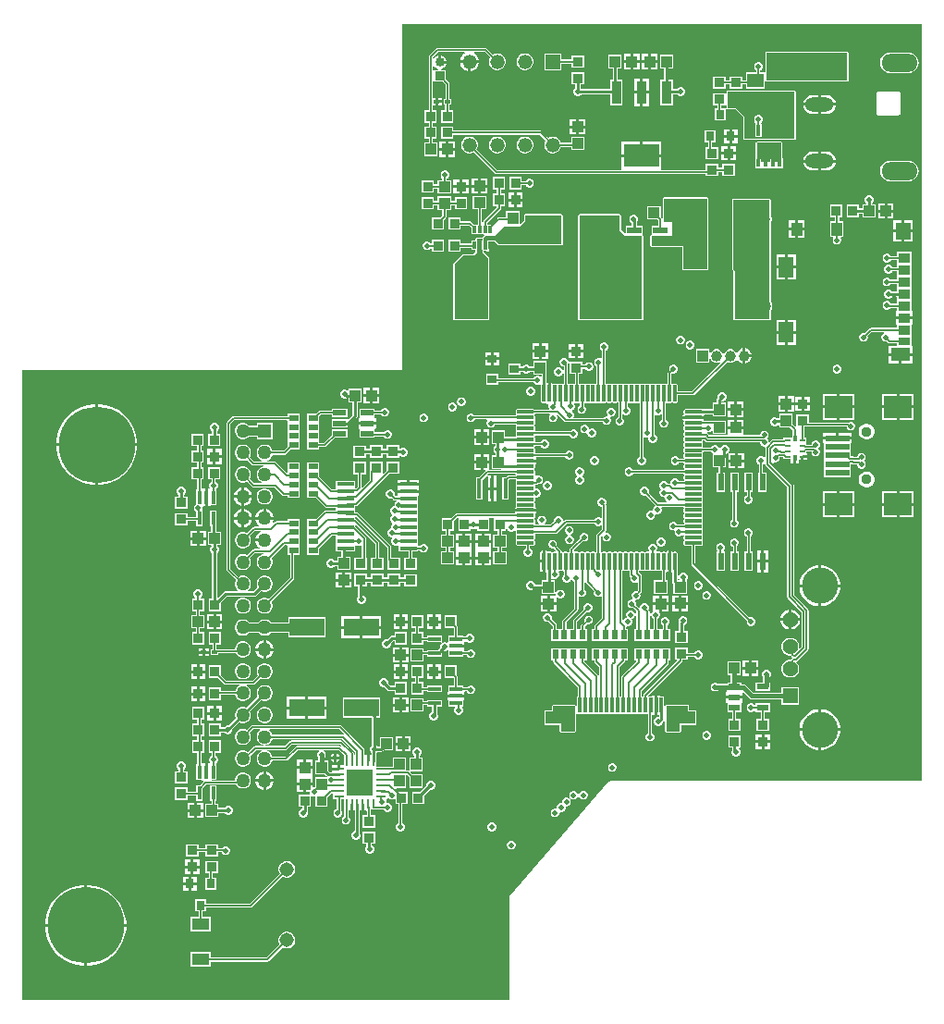
<source format=gtl>
G04*
G04 #@! TF.GenerationSoftware,Altium Limited,Altium Designer,24.5.2 (23)*
G04*
G04 Layer_Physical_Order=1*
G04 Layer_Color=255*
%FSLAX25Y25*%
%MOIN*%
G70*
G04*
G04 #@! TF.SameCoordinates,5F81AE7C-AB0D-4690-AEB6-CC057C0B30A3*
G04*
G04*
G04 #@! TF.FilePolarity,Positive*
G04*
G01*
G75*
%ADD13C,0.00600*%
%ADD14C,0.01000*%
%ADD56R,0.01600X0.03000*%
%ADD57R,0.01600X0.03900*%
%ADD79R,0.03937X0.04016*%
%ADD80R,0.03543X0.03819*%
%ADD81R,0.04606X0.01575*%
%ADD82R,0.03819X0.03543*%
%ADD83R,0.01575X0.04606*%
%ADD84R,0.01968X0.01181*%
%ADD85R,0.03150X0.03543*%
%ADD86R,0.06417X0.04488*%
%ADD87R,0.01260X0.02598*%
%ADD88R,0.10630X0.08661*%
%ADD89R,0.04016X0.03937*%
%ADD90R,0.05118X0.05906*%
%ADD91R,0.05276X0.02323*%
%ADD92R,0.06299X0.22441*%
%ADD93R,0.12598X0.06299*%
%ADD94R,0.09843X0.07874*%
%ADD95R,0.08858X0.01968*%
%ADD96R,0.03543X0.02402*%
%ADD97R,0.03543X0.02087*%
%ADD98R,0.06181X0.01614*%
%ADD99R,0.09646X0.09646*%
%ADD100R,0.01063X0.03386*%
%ADD101R,0.03386X0.01063*%
%ADD102R,0.04764X0.02284*%
G04:AMPARAMS|DCode=103|XSize=61.42mil|YSize=11.02mil|CornerRadius=1.38mil|HoleSize=0mil|Usage=FLASHONLY|Rotation=0.000|XOffset=0mil|YOffset=0mil|HoleType=Round|Shape=RoundedRectangle|*
%AMROUNDEDRECTD103*
21,1,0.06142,0.00827,0,0,0.0*
21,1,0.05866,0.01102,0,0,0.0*
1,1,0.00276,0.02933,-0.00413*
1,1,0.00276,-0.02933,-0.00413*
1,1,0.00276,-0.02933,0.00413*
1,1,0.00276,0.02933,0.00413*
%
%ADD103ROUNDEDRECTD103*%
G04:AMPARAMS|DCode=104|XSize=61.42mil|YSize=11.02mil|CornerRadius=1.38mil|HoleSize=0mil|Usage=FLASHONLY|Rotation=90.000|XOffset=0mil|YOffset=0mil|HoleType=Round|Shape=RoundedRectangle|*
%AMROUNDEDRECTD104*
21,1,0.06142,0.00827,0,0,90.0*
21,1,0.05866,0.01102,0,0,90.0*
1,1,0.00276,0.00413,0.02933*
1,1,0.00276,0.00413,-0.02933*
1,1,0.00276,-0.00413,-0.02933*
1,1,0.00276,-0.00413,0.02933*
%
%ADD104ROUNDEDRECTD104*%
%ADD105R,0.02402X0.03543*%
%ADD106R,0.02087X0.03543*%
%ADD107R,0.02284X0.06339*%
%ADD108R,0.01575X0.07480*%
%ADD109R,0.12795X0.08465*%
%ADD110R,0.03740X0.08465*%
%ADD111R,0.03543X0.03150*%
%ADD112R,0.04331X0.02953*%
%ADD113R,0.04331X0.03347*%
%ADD114R,0.03937X0.04724*%
%ADD115R,0.05315X0.07480*%
%ADD116R,0.07087X0.04606*%
%ADD117R,0.05315X0.06102*%
%ADD118R,0.05906X0.05118*%
%ADD119R,0.01181X0.05512*%
%ADD120R,0.03937X0.03937*%
%ADD121R,0.02165X0.00984*%
%ADD122R,0.02165X0.00787*%
%ADD123R,0.01181X0.02362*%
%ADD124R,0.04331X0.02362*%
%ADD125C,0.00585*%
%ADD126C,0.01500*%
%ADD127C,0.03000*%
%ADD128C,0.00900*%
%ADD129C,0.27559*%
%ADD130C,0.05150*%
%ADD131R,0.03347X0.03347*%
%ADD132C,0.03347*%
%ADD133R,0.05200X0.05200*%
%ADD134C,0.05200*%
%ADD135R,0.03969X0.03969*%
%ADD136C,0.03969*%
%ADD137C,0.05000*%
%ADD138R,0.05000X0.05000*%
%ADD139R,0.05622X0.05622*%
%ADD140C,0.05622*%
%ADD141C,0.13055*%
%ADD142O,0.13071X0.06535*%
%ADD143O,0.10299X0.05150*%
%ADD144C,0.03740*%
%ADD145C,0.01811*%
%ADD146C,0.04724*%
G36*
X325119Y79543D02*
X212708D01*
X212679Y79537D01*
X212649Y79541D01*
X212526Y79507D01*
X212401Y79482D01*
X212376Y79465D01*
X212347Y79457D01*
X212247Y79379D01*
X212140Y79308D01*
X212124Y79283D01*
X212100Y79265D01*
X176422Y37926D01*
X176359Y37815D01*
X176288Y37709D01*
X176283Y37679D01*
X176268Y37654D01*
X176252Y37527D01*
X176227Y37402D01*
Y803D01*
X803D01*
X803Y185039D01*
X803Y227544D01*
X136946D01*
X137253Y227605D01*
X137513Y227779D01*
X137687Y228039D01*
X137748Y228347D01*
Y352338D01*
X325119D01*
Y79543D01*
D02*
G37*
%LPC*%
G36*
X229713Y341623D02*
X227444D01*
Y339315D01*
X229713D01*
Y341623D01*
D02*
G37*
G36*
X226444D02*
X224176D01*
Y339315D01*
X226444D01*
Y341623D01*
D02*
G37*
G36*
X223201D02*
X220932D01*
Y339315D01*
X223201D01*
Y341623D01*
D02*
G37*
G36*
X219932D02*
X217664D01*
Y339315D01*
X219932D01*
Y341623D01*
D02*
G37*
G36*
X151702Y341091D02*
Y339121D01*
X153672D01*
X153299Y340022D01*
X152603Y340718D01*
X151702Y341091D01*
D02*
G37*
G36*
X194944Y341815D02*
X188944D01*
Y335815D01*
X194944D01*
Y338101D01*
X198635D01*
Y336628D01*
X203254D01*
Y340971D01*
X198635D01*
Y339529D01*
X194944D01*
Y341815D01*
D02*
G37*
G36*
X229713Y338315D02*
X227444D01*
Y336007D01*
X229713D01*
Y338315D01*
D02*
G37*
G36*
X226444D02*
X224176D01*
Y336007D01*
X226444D01*
Y338315D01*
D02*
G37*
G36*
X223201D02*
X220932D01*
Y336007D01*
X223201D01*
Y338315D01*
D02*
G37*
G36*
X219932D02*
X217664D01*
Y336007D01*
X219932D01*
Y338315D01*
D02*
G37*
G36*
X182339Y341815D02*
X181549D01*
X180786Y341611D01*
X180102Y341216D01*
X179544Y340657D01*
X179149Y339973D01*
X178944Y339210D01*
Y338420D01*
X179149Y337657D01*
X179544Y336973D01*
X180102Y336414D01*
X180786Y336019D01*
X181549Y335815D01*
X182339D01*
X183102Y336019D01*
X183786Y336414D01*
X184345Y336973D01*
X184740Y337657D01*
X184944Y338420D01*
Y339210D01*
X184740Y339973D01*
X184345Y340657D01*
X183786Y341216D01*
X183102Y341611D01*
X182339Y341815D01*
D02*
G37*
G36*
X167859Y343614D02*
X150302D01*
X150029Y343559D01*
X149798Y343405D01*
X147413Y341020D01*
X147259Y340789D01*
X147204Y340516D01*
Y321209D01*
X145746D01*
Y316590D01*
X147201D01*
Y315509D01*
X145739D01*
Y310891D01*
X147201D01*
Y309608D01*
X145546D01*
Y304792D01*
X150283D01*
Y309608D01*
X148628D01*
Y310891D01*
X150082D01*
Y315509D01*
X148628D01*
Y316590D01*
X150090D01*
Y321209D01*
X148632D01*
Y323009D01*
X149634D01*
Y324400D01*
Y325791D01*
X148632D01*
Y337319D01*
X149032Y337399D01*
X149106Y337220D01*
X149801Y336525D01*
X150710Y336148D01*
X150649Y335773D01*
X149129D01*
Y331627D01*
X152266D01*
X153357Y330536D01*
Y325391D01*
X152687D01*
Y323409D01*
X153189D01*
Y321209D01*
X151731D01*
Y316590D01*
X156074D01*
Y321209D01*
X154616D01*
Y323409D01*
X155455D01*
Y325391D01*
X154785D01*
Y330831D01*
X154730Y331104D01*
X154576Y331336D01*
X153276Y332636D01*
Y335773D01*
X151755D01*
X151694Y336148D01*
X152603Y336525D01*
X153299Y337220D01*
X153672Y338121D01*
X151202D01*
Y338621D01*
X150702D01*
Y341091D01*
X149801Y340718D01*
X149171Y340087D01*
X148881Y340125D01*
X148747Y340186D01*
X148724Y340313D01*
X150598Y342186D01*
X160183D01*
X160291Y341786D01*
X159857Y341536D01*
X159223Y340903D01*
X158776Y340127D01*
X158558Y339315D01*
X161944D01*
X165330D01*
X165112Y340127D01*
X164665Y340903D01*
X164032Y341536D01*
X163598Y341786D01*
X163705Y342186D01*
X167564D01*
X169379Y340371D01*
X169149Y339973D01*
X168944Y339210D01*
Y338420D01*
X169149Y337657D01*
X169544Y336973D01*
X170102Y336414D01*
X170786Y336019D01*
X171549Y335815D01*
X172339D01*
X173102Y336019D01*
X173786Y336414D01*
X174345Y336973D01*
X174740Y337657D01*
X174944Y338420D01*
Y339210D01*
X174740Y339973D01*
X174345Y340657D01*
X173786Y341216D01*
X173102Y341611D01*
X172339Y341815D01*
X171549D01*
X170786Y341611D01*
X170388Y341381D01*
X168364Y343405D01*
X168132Y343559D01*
X167859Y343614D01*
D02*
G37*
G36*
X165330Y338315D02*
X162444D01*
Y335429D01*
X163257Y335647D01*
X164032Y336094D01*
X164665Y336727D01*
X165112Y337503D01*
X165330Y338315D01*
D02*
G37*
G36*
X161444D02*
X158558D01*
X158776Y337503D01*
X159223Y336727D01*
X159857Y336094D01*
X160632Y335647D01*
X161444Y335429D01*
Y338315D01*
D02*
G37*
G36*
X298102Y342433D02*
X269102D01*
X268796Y342306D01*
X268669Y342000D01*
Y335081D01*
X268297Y335014D01*
X268269Y335014D01*
X266816D01*
Y335591D01*
X266995Y335665D01*
X267438Y336108D01*
X267677Y336687D01*
Y337313D01*
X267438Y337892D01*
X266995Y338335D01*
X266416Y338575D01*
X265789D01*
X265210Y338335D01*
X264767Y337892D01*
X264528Y337313D01*
Y336687D01*
X264767Y336108D01*
X265210Y335665D01*
X265389Y335591D01*
Y335014D01*
X261592D01*
Y332021D01*
X260254D01*
Y333479D01*
X255635D01*
Y332021D01*
X254254D01*
Y333479D01*
X249635D01*
Y329135D01*
X254254D01*
Y330593D01*
X255635D01*
Y329135D01*
X260254D01*
Y330593D01*
X261592D01*
Y329096D01*
X268297D01*
Y331933D01*
X268669Y332000D01*
X268796Y331694D01*
X269102Y331567D01*
X298102D01*
X298409Y331694D01*
X298535Y332000D01*
Y342000D01*
X298409Y342306D01*
X298102Y342433D01*
D02*
G37*
G36*
X320197Y342085D02*
X313662D01*
X312704Y341959D01*
X311812Y341589D01*
X311046Y341002D01*
X310458Y340235D01*
X310088Y339343D01*
X309962Y338386D01*
X310088Y337428D01*
X310458Y336536D01*
X311046Y335770D01*
X311812Y335182D01*
X312704Y334812D01*
X313662Y334686D01*
X320197D01*
X321154Y334812D01*
X322047Y335182D01*
X322813Y335770D01*
X323401Y336536D01*
X323770Y337428D01*
X323896Y338386D01*
X323770Y339343D01*
X323401Y340235D01*
X322813Y341002D01*
X322047Y341589D01*
X321154Y341959D01*
X320197Y342085D01*
D02*
G37*
G36*
X216825Y341223D02*
X212087D01*
Y336407D01*
X213538D01*
Y332365D01*
X212619D01*
Y328918D01*
X202309D01*
X201918Y329310D01*
Y330643D01*
X203254D01*
Y334987D01*
X198635D01*
Y330643D01*
X200082D01*
Y329310D01*
X199665Y328892D01*
X199425Y328313D01*
Y327687D01*
X199665Y327108D01*
X200108Y326665D01*
X200687Y326425D01*
X201313D01*
X201892Y326665D01*
X202309Y327082D01*
X212619D01*
Y323100D01*
X217159D01*
Y332365D01*
X215374D01*
Y336407D01*
X216825D01*
Y341223D01*
D02*
G37*
G36*
X226614Y332765D02*
X224444D01*
Y328232D01*
X226614D01*
Y332765D01*
D02*
G37*
G36*
X223444D02*
X221274D01*
Y328232D01*
X223444D01*
Y332765D01*
D02*
G37*
G36*
X235289Y341223D02*
X230552D01*
Y336407D01*
X232003D01*
Y332365D01*
X230729D01*
Y323100D01*
X235269D01*
Y327082D01*
X236793D01*
X237210Y326665D01*
X237789Y326425D01*
X238416D01*
X238995Y326665D01*
X239438Y327108D01*
X239677Y327687D01*
Y328313D01*
X239438Y328892D01*
X238995Y329335D01*
X238416Y329575D01*
X237789D01*
X237210Y329335D01*
X236793Y328918D01*
X235269D01*
Y332365D01*
X233838D01*
Y336407D01*
X235289D01*
Y341223D01*
D02*
G37*
G36*
X151918Y325791D02*
X150634D01*
Y324900D01*
X151918D01*
Y325791D01*
D02*
G37*
G36*
X290764Y326829D02*
X288689D01*
Y323925D01*
X294102D01*
X294052Y324306D01*
X293712Y325127D01*
X293171Y325832D01*
X292466Y326373D01*
X291645Y326713D01*
X290764Y326829D01*
D02*
G37*
G36*
X287689D02*
X285614D01*
X284733Y326713D01*
X283912Y326373D01*
X283207Y325832D01*
X282666Y325127D01*
X282326Y324306D01*
X282276Y323925D01*
X287689D01*
Y326829D01*
D02*
G37*
G36*
X151918Y323900D02*
X150634D01*
Y323009D01*
X151918D01*
Y323900D01*
D02*
G37*
G36*
X226614Y327232D02*
X224444D01*
Y322700D01*
X226614D01*
Y327232D01*
D02*
G37*
G36*
X223444D02*
X221274D01*
Y322700D01*
X223444D01*
Y327232D01*
D02*
G37*
G36*
X279102Y328433D02*
X255102D01*
X254796Y328306D01*
X254669Y328000D01*
Y322359D01*
X254492Y322010D01*
X254300Y321924D01*
X254300Y321924D01*
X252658D01*
Y323151D01*
X254254D01*
Y327494D01*
X249635D01*
Y323151D01*
X251231D01*
Y321924D01*
X250469D01*
Y317580D01*
X254419D01*
Y321540D01*
X254419Y321559D01*
X254637Y321637D01*
D01*
X254637Y321637D01*
Y321637D01*
X255006Y321607D01*
X255102Y321567D01*
X257923D01*
X260669Y318821D01*
Y311000D01*
X260796Y310694D01*
X261102Y310567D01*
X279102D01*
X279409Y310694D01*
X279535Y311000D01*
Y328000D01*
X279409Y328306D01*
X279102Y328433D01*
D02*
G37*
G36*
X294102Y322925D02*
X288689D01*
Y320021D01*
X290764D01*
X291645Y320137D01*
X292466Y320477D01*
X293171Y321018D01*
X293712Y321723D01*
X294052Y322544D01*
X294102Y322925D01*
D02*
G37*
G36*
X287689D02*
X282276D01*
X282326Y322544D01*
X282666Y321723D01*
X283207Y321018D01*
X283912Y320477D01*
X284733Y320137D01*
X285614Y320021D01*
X287689D01*
Y322925D01*
D02*
G37*
G36*
X316535Y328165D02*
X309449D01*
X309142Y328104D01*
X308881Y327930D01*
X308707Y327669D01*
X308646Y327362D01*
Y320276D01*
X308707Y319968D01*
X308881Y319708D01*
X309142Y319534D01*
X309449Y319473D01*
X316535D01*
X316843Y319534D01*
X317103Y319708D01*
X317277Y319968D01*
X317338Y320276D01*
Y327362D01*
X317277Y327669D01*
X317103Y327930D01*
X316843Y328104D01*
X316535Y328165D01*
D02*
G37*
G36*
X203752Y318072D02*
X201444D01*
Y315803D01*
X203752D01*
Y318072D01*
D02*
G37*
G36*
X200444D02*
X198136D01*
Y315803D01*
X200444D01*
Y318072D01*
D02*
G37*
G36*
X203752Y314803D02*
X201444D01*
Y312535D01*
X203752D01*
Y314803D01*
D02*
G37*
G36*
X200444D02*
X198136D01*
Y312535D01*
X200444D01*
Y314803D01*
D02*
G37*
G36*
X258559Y314450D02*
X256684D01*
Y312378D01*
X258559D01*
Y314450D01*
D02*
G37*
G36*
X255684D02*
X253810D01*
Y312378D01*
X255684D01*
Y314450D01*
D02*
G37*
G36*
X258559Y311378D02*
X256684D01*
Y309306D01*
X258559D01*
Y311378D01*
D02*
G37*
G36*
X255684D02*
X253810D01*
Y309306D01*
X255684D01*
Y311378D01*
D02*
G37*
G36*
X156659Y310008D02*
X154391D01*
Y307700D01*
X156659D01*
Y310008D01*
D02*
G37*
G36*
X153391D02*
X151122D01*
Y307700D01*
X153391D01*
Y310008D01*
D02*
G37*
G36*
X156066Y315509D02*
X151723D01*
Y310891D01*
X156066D01*
Y312486D01*
X187264D01*
X189379Y310371D01*
X189149Y309973D01*
X188944Y309210D01*
Y308420D01*
X189149Y307657D01*
X189544Y306973D01*
X190102Y306414D01*
X190786Y306019D01*
X191549Y305815D01*
X192339D01*
X193102Y306019D01*
X193786Y306414D01*
X194345Y306973D01*
X194740Y307657D01*
X194859Y308101D01*
X198536D01*
Y306958D01*
X203352D01*
Y311695D01*
X198536D01*
Y309529D01*
X194859D01*
X194740Y309973D01*
X194345Y310657D01*
X193786Y311216D01*
X193102Y311611D01*
X192339Y311815D01*
X191549D01*
X190786Y311611D01*
X190388Y311381D01*
X188064Y313705D01*
X187832Y313859D01*
X187559Y313914D01*
X156066D01*
Y315509D01*
D02*
G37*
G36*
X258154Y308379D02*
X255944D01*
Y306307D01*
X258154D01*
Y308379D01*
D02*
G37*
G36*
X254944D02*
X252735D01*
Y306307D01*
X254944D01*
Y308379D01*
D02*
G37*
G36*
X182339Y311815D02*
X181549D01*
X180786Y311611D01*
X180102Y311216D01*
X179544Y310657D01*
X179149Y309973D01*
X178944Y309210D01*
Y308420D01*
X179149Y307657D01*
X179544Y306973D01*
X180102Y306414D01*
X180786Y306019D01*
X181549Y305815D01*
X182339D01*
X183102Y306019D01*
X183786Y306414D01*
X184345Y306973D01*
X184740Y307657D01*
X184944Y308420D01*
Y309210D01*
X184740Y309973D01*
X184345Y310657D01*
X183786Y311216D01*
X183102Y311611D01*
X182339Y311815D01*
D02*
G37*
G36*
X172339D02*
X171549D01*
X170786Y311611D01*
X170102Y311216D01*
X169544Y310657D01*
X169149Y309973D01*
X168944Y309210D01*
Y308420D01*
X169149Y307657D01*
X169544Y306973D01*
X170102Y306414D01*
X170786Y306019D01*
X171549Y305815D01*
X172339D01*
X173102Y306019D01*
X173786Y306414D01*
X174345Y306973D01*
X174740Y307657D01*
X174944Y308420D01*
Y309210D01*
X174740Y309973D01*
X174345Y310657D01*
X173786Y311216D01*
X173102Y311611D01*
X172339Y311815D01*
D02*
G37*
G36*
X231142Y309930D02*
X224444D01*
Y305398D01*
X231142D01*
Y309930D01*
D02*
G37*
G36*
X223444D02*
X216747D01*
Y305398D01*
X223444D01*
Y309930D01*
D02*
G37*
G36*
X156659Y306700D02*
X154391D01*
Y304392D01*
X156659D01*
Y306700D01*
D02*
G37*
G36*
X153391D02*
X151122D01*
Y304392D01*
X153391D01*
Y306700D01*
D02*
G37*
G36*
X250679Y314050D02*
X246729D01*
Y309706D01*
X247990D01*
Y307979D01*
X247135D01*
Y303636D01*
X251754D01*
Y307979D01*
X249418D01*
Y309706D01*
X250679D01*
Y314050D01*
D02*
G37*
G36*
X290764Y306357D02*
X288689D01*
Y303453D01*
X294102D01*
X294052Y303834D01*
X293712Y304655D01*
X293171Y305360D01*
X292466Y305901D01*
X291645Y306241D01*
X290764Y306357D01*
D02*
G37*
G36*
X287689D02*
X285614D01*
X284733Y306241D01*
X283912Y305901D01*
X283207Y305360D01*
X282666Y304655D01*
X282326Y303834D01*
X282276Y303453D01*
X287689D01*
Y306357D01*
D02*
G37*
G36*
X258154Y305307D02*
X255944D01*
Y303236D01*
X258154D01*
Y305307D01*
D02*
G37*
G36*
X254944D02*
X252735D01*
Y303236D01*
X254944D01*
Y305307D01*
D02*
G37*
G36*
X274344Y309948D02*
X265544D01*
X265238Y309821D01*
X265111Y309515D01*
Y304117D01*
X264906D01*
Y300317D01*
X267306D01*
Y300317D01*
X267465D01*
Y300317D01*
X269865D01*
Y300317D01*
X270024D01*
Y300317D01*
X272424D01*
Y300317D01*
X272583D01*
Y300317D01*
X274983D01*
Y304117D01*
X274777D01*
Y309515D01*
X274650Y309821D01*
X274344Y309948D01*
D02*
G37*
G36*
X294102Y302453D02*
X288689D01*
Y299549D01*
X290764D01*
X291645Y299665D01*
X292466Y300005D01*
X293171Y300546D01*
X293712Y301251D01*
X294052Y302072D01*
X294102Y302453D01*
D02*
G37*
G36*
X287689D02*
X282276D01*
X282326Y302072D01*
X282666Y301251D01*
X283207Y300546D01*
X283912Y300005D01*
X284733Y299665D01*
X285614Y299549D01*
X287689D01*
Y302453D01*
D02*
G37*
G36*
X162339Y311815D02*
X161549D01*
X160786Y311611D01*
X160102Y311216D01*
X159544Y310657D01*
X159149Y309973D01*
X158944Y309210D01*
Y308420D01*
X159149Y307657D01*
X159544Y306973D01*
X160102Y306414D01*
X160786Y306019D01*
X161549Y305815D01*
X162339D01*
X163102Y306019D01*
X163500Y306249D01*
X171255Y298495D01*
X171486Y298341D01*
X171759Y298286D01*
X247135D01*
Y297651D01*
X251754D01*
Y299109D01*
X253135D01*
Y297651D01*
X257754D01*
Y301994D01*
X253135D01*
Y300536D01*
X251754D01*
Y301994D01*
X247135D01*
Y299714D01*
X231479D01*
X231142Y299865D01*
X231142Y300114D01*
Y304398D01*
X223944D01*
X216747D01*
Y300114D01*
X216747Y299865D01*
X216409Y299714D01*
X172055D01*
X164510Y307259D01*
X164740Y307657D01*
X164944Y308420D01*
Y309210D01*
X164740Y309973D01*
X164345Y310657D01*
X163786Y311216D01*
X163102Y311611D01*
X162339Y311815D01*
D02*
G37*
G36*
X320197Y303109D02*
X313662D01*
X312704Y302983D01*
X311812Y302613D01*
X311046Y302025D01*
X310458Y301259D01*
X310088Y300367D01*
X309962Y299409D01*
X310088Y298452D01*
X310458Y297560D01*
X311046Y296794D01*
X311812Y296206D01*
X312704Y295836D01*
X313662Y295710D01*
X320197D01*
X321154Y295836D01*
X322047Y296206D01*
X322813Y296794D01*
X323401Y297560D01*
X323770Y298452D01*
X323896Y299409D01*
X323770Y300367D01*
X323401Y301259D01*
X322813Y302025D01*
X322047Y302613D01*
X321154Y302983D01*
X320197Y303109D01*
D02*
G37*
G36*
X153416Y299575D02*
X152789D01*
X152210Y299335D01*
X151767Y298892D01*
X151528Y298313D01*
Y297687D01*
X151767Y297108D01*
X152152Y296724D01*
Y296172D01*
X150458D01*
Y294521D01*
X149175D01*
Y295979D01*
X144556D01*
Y291635D01*
X149175D01*
Y293093D01*
X150458D01*
Y291435D01*
X155273D01*
Y296172D01*
X153849D01*
X153769Y296572D01*
X153995Y296665D01*
X154437Y297108D01*
X154677Y297687D01*
Y298313D01*
X154437Y298892D01*
X153995Y299335D01*
X153416Y299575D01*
D02*
G37*
G36*
X168371Y296768D02*
X166063D01*
Y294500D01*
X168371D01*
Y296768D01*
D02*
G37*
G36*
X165063D02*
X162755D01*
Y294500D01*
X165063D01*
Y296768D01*
D02*
G37*
G36*
X161575Y296379D02*
X159365D01*
Y294307D01*
X161575D01*
Y296379D01*
D02*
G37*
G36*
X158365D02*
X156156D01*
Y294307D01*
X158365D01*
Y296379D01*
D02*
G37*
G36*
X180719Y297309D02*
X176376D01*
Y292690D01*
X180719D01*
Y294286D01*
X182194D01*
X182267Y294108D01*
X182710Y293665D01*
X183289Y293425D01*
X183916D01*
X184494Y293665D01*
X184938Y294108D01*
X185177Y294687D01*
Y295313D01*
X184938Y295892D01*
X184494Y296335D01*
X183916Y296575D01*
X183289D01*
X182710Y296335D01*
X182267Y295892D01*
X182194Y295714D01*
X180719D01*
Y297309D01*
D02*
G37*
G36*
X161575Y293307D02*
X159365D01*
Y291235D01*
X161575D01*
Y293307D01*
D02*
G37*
G36*
X158365D02*
X156156D01*
Y291235D01*
X158365D01*
Y293307D01*
D02*
G37*
G36*
X168371Y293500D02*
X166063D01*
Y291231D01*
X168371D01*
Y293500D01*
D02*
G37*
G36*
X165063D02*
X162755D01*
Y291231D01*
X165063D01*
Y293500D01*
D02*
G37*
G36*
X181119Y291709D02*
X179047D01*
Y289500D01*
X181119D01*
Y291709D01*
D02*
G37*
G36*
X178047D02*
X175976D01*
Y289500D01*
X178047D01*
Y291709D01*
D02*
G37*
G36*
X155273Y290195D02*
X150458D01*
Y288537D01*
X149175D01*
Y289994D01*
X144556D01*
Y285651D01*
X149175D01*
Y287109D01*
X150458D01*
Y285458D01*
X152152D01*
Y283228D01*
X151733Y282809D01*
X148399D01*
Y278190D01*
X152743D01*
Y281800D01*
X153370Y282428D01*
X153525Y282659D01*
X153579Y282932D01*
Y285458D01*
X155273D01*
Y287109D01*
X156556D01*
Y285651D01*
X161175D01*
Y289994D01*
X156556D01*
Y288537D01*
X155273D01*
Y290195D01*
D02*
G37*
G36*
X181119Y288500D02*
X179047D01*
Y286291D01*
X181119D01*
Y288500D01*
D02*
G37*
G36*
X178047D02*
X175976D01*
Y286291D01*
X178047D01*
Y288500D01*
D02*
G37*
G36*
X306313Y290575D02*
X305687D01*
X305108Y290335D01*
X304665Y289892D01*
X304425Y289313D01*
Y288687D01*
X304665Y288108D01*
X304965Y287808D01*
X304799Y287408D01*
X303746D01*
Y285918D01*
X302266D01*
Y287310D01*
X297923D01*
Y282691D01*
X302266D01*
Y284082D01*
X303746D01*
Y282592D01*
X308483D01*
Y287408D01*
X307039D01*
X307035Y287808D01*
X307335Y288108D01*
X307575Y288687D01*
Y289313D01*
X307335Y289892D01*
X306892Y290335D01*
X306313Y290575D01*
D02*
G37*
G36*
X314859Y287808D02*
X312591D01*
Y285500D01*
X314859D01*
Y287808D01*
D02*
G37*
G36*
X311591D02*
X309322D01*
Y285500D01*
X311591D01*
Y287808D01*
D02*
G37*
G36*
X247602Y289933D02*
X232102D01*
X231796Y289806D01*
X231669Y289500D01*
X231669Y282553D01*
X231269Y282463D01*
X231173Y282607D01*
X230864Y282916D01*
Y286723D01*
X226127D01*
Y281907D01*
X229854D01*
X229955Y281807D01*
Y279617D01*
X227631D01*
Y276802D01*
X227606Y276480D01*
X227307Y276310D01*
X227296Y276306D01*
X227169Y276000D01*
Y272500D01*
X227231Y272352D01*
Y272000D01*
X234106D01*
Y272067D01*
X238669D01*
Y264000D01*
X238796Y263694D01*
X239102Y263567D01*
X247602D01*
X247908Y263694D01*
X248035Y264000D01*
Y289500D01*
X247908Y289806D01*
X247602Y289933D01*
D02*
G37*
G36*
X314859Y284500D02*
X312591D01*
Y282192D01*
X314859D01*
Y284500D01*
D02*
G37*
G36*
X311591D02*
X309322D01*
Y282192D01*
X311591D01*
Y284500D01*
D02*
G37*
G36*
X174735Y297309D02*
X170391D01*
Y292690D01*
X171849D01*
Y291309D01*
X170391D01*
Y286690D01*
X171837D01*
X171844Y286291D01*
X167043Y281489D01*
X166888Y281257D01*
X166833Y280984D01*
Y280093D01*
X166293D01*
Y285655D01*
X167971D01*
Y290392D01*
X163155D01*
Y285655D01*
X164865D01*
Y280093D01*
X163590D01*
X162678Y281005D01*
X162678Y281005D01*
X162446Y281159D01*
X162446Y281159D01*
X162297Y281189D01*
X162173Y281214D01*
X158727D01*
Y282809D01*
X154383D01*
Y278190D01*
X158727D01*
Y279786D01*
X161878D01*
X162580Y279084D01*
Y276694D01*
X167189D01*
X167282Y276357D01*
X167285Y276294D01*
X166602Y275612D01*
X166569Y275533D01*
X166508Y275472D01*
Y275433D01*
X164602D01*
X164296Y275306D01*
X164169Y275000D01*
Y274306D01*
X162580D01*
Y273214D01*
X158727D01*
Y274809D01*
X154384D01*
Y270191D01*
X158727D01*
Y271786D01*
X162580D01*
Y270907D01*
X164169D01*
Y270179D01*
X163423Y269433D01*
X159602D01*
X159296Y269306D01*
X156296Y266306D01*
X156169Y266000D01*
Y264655D01*
X156028Y264313D01*
Y263687D01*
X156169Y263344D01*
Y260655D01*
X156028Y260313D01*
Y259687D01*
X156169Y259344D01*
Y256704D01*
X155993Y256279D01*
Y255652D01*
X156169Y255226D01*
Y246000D01*
X156296Y245694D01*
X156602Y245567D01*
X168602D01*
X168909Y245694D01*
X169035Y246000D01*
Y268000D01*
X168909Y268306D01*
X168902Y268312D01*
D01*
X167048Y270167D01*
X167065Y270567D01*
X168086D01*
Y270507D01*
X168902D01*
Y270960D01*
X168919Y271000D01*
Y273877D01*
X169214Y273999D01*
X169282Y274067D01*
X170923Y274067D01*
X172296Y272694D01*
X172602Y272567D01*
X195102D01*
X195408Y272694D01*
X195535Y273000D01*
Y283500D01*
X195408Y283806D01*
X195102Y283933D01*
X182102D01*
X181796Y283806D01*
X181669Y283500D01*
Y281679D01*
X180371Y280381D01*
X179971Y280546D01*
Y284857D01*
X175155D01*
Y282714D01*
X172453D01*
X172179Y282659D01*
X171948Y282505D01*
X169536Y280093D01*
X168261D01*
Y280689D01*
X173068Y285495D01*
X173222Y285727D01*
X173277Y286000D01*
Y286690D01*
X174735D01*
Y291309D01*
X173277D01*
Y292690D01*
X174735D01*
Y297309D01*
D02*
G37*
G36*
X282690Y281666D02*
X280421D01*
Y279004D01*
X282690D01*
Y281666D01*
D02*
G37*
G36*
X279421D02*
X277153D01*
Y279004D01*
X279421D01*
Y281666D01*
D02*
G37*
G36*
X321666Y281666D02*
X318708D01*
Y278315D01*
X321666D01*
Y281666D01*
D02*
G37*
G36*
X317708D02*
X314751D01*
Y278315D01*
X317708D01*
Y281666D01*
D02*
G37*
G36*
X282690Y278004D02*
X280421D01*
Y275342D01*
X282690D01*
Y278004D01*
D02*
G37*
G36*
X279421D02*
X277153D01*
Y275342D01*
X279421D01*
Y278004D01*
D02*
G37*
G36*
X321666Y277315D02*
X318708D01*
Y273964D01*
X321666D01*
Y277315D01*
D02*
G37*
G36*
X317708D02*
X314751D01*
Y273964D01*
X317708D01*
Y277315D01*
D02*
G37*
G36*
X152743Y274809D02*
X148399D01*
Y273214D01*
X148011D01*
X147938Y273392D01*
X147494Y273835D01*
X146916Y274075D01*
X146289D01*
X145710Y273835D01*
X145267Y273392D01*
X145028Y272813D01*
Y272187D01*
X145267Y271608D01*
X145710Y271165D01*
X146289Y270925D01*
X146916D01*
X147494Y271165D01*
X147938Y271608D01*
X148011Y271786D01*
X148399D01*
Y270191D01*
X152743D01*
Y274809D01*
D02*
G37*
G36*
X296282Y287310D02*
X291938D01*
Y282691D01*
X293775D01*
Y281266D01*
X292120D01*
Y275742D01*
X292992D01*
X293144Y275342D01*
X292925Y274813D01*
Y274187D01*
X293165Y273608D01*
X293608Y273165D01*
X294187Y272925D01*
X294813D01*
X295392Y273165D01*
X295835Y273608D01*
X296075Y274187D01*
Y274813D01*
X295856Y275342D01*
X296008Y275742D01*
X296857D01*
Y281266D01*
X295202D01*
Y282691D01*
X296282D01*
Y287310D01*
D02*
G37*
G36*
X321266Y270203D02*
X316136D01*
Y268844D01*
X313855D01*
X313835Y268892D01*
X313392Y269335D01*
X312813Y269575D01*
X312187D01*
X311608Y269335D01*
X311165Y268892D01*
X310925Y268313D01*
Y267687D01*
X311165Y267108D01*
X311608Y266665D01*
X312187Y266425D01*
X312813D01*
X313392Y266665D01*
X313835Y267108D01*
X313963Y267416D01*
X316136D01*
Y266272D01*
X316135Y266057D01*
X316136Y265657D01*
Y264714D01*
X314409D01*
X314335Y264892D01*
X313892Y265335D01*
X313313Y265575D01*
X312687D01*
X312108Y265335D01*
X311665Y264892D01*
X311425Y264313D01*
Y263687D01*
X311665Y263108D01*
X312108Y262665D01*
X312687Y262425D01*
X313313D01*
X313892Y262665D01*
X314335Y263108D01*
X314409Y263286D01*
X316136D01*
Y261942D01*
X316135Y261726D01*
X316136Y261326D01*
Y260214D01*
X313909D01*
X313835Y260392D01*
X313392Y260835D01*
X312813Y261075D01*
X312187D01*
X311608Y260835D01*
X311165Y260392D01*
X310925Y259813D01*
Y259187D01*
X311165Y258608D01*
X311608Y258165D01*
X312187Y257925D01*
X312813D01*
X313392Y258165D01*
X313835Y258608D01*
X313909Y258786D01*
X316136D01*
Y257611D01*
X316135Y257395D01*
X316136Y256995D01*
Y256055D01*
X314172D01*
X313892Y256335D01*
X313313Y256575D01*
X312687D01*
X312108Y256335D01*
X311665Y255892D01*
X311425Y255313D01*
Y254687D01*
X311665Y254108D01*
X312108Y253665D01*
X312687Y253425D01*
X313313D01*
X313892Y253665D01*
X314335Y254108D01*
X314382Y254220D01*
X315853D01*
X316136Y253937D01*
X316135Y253064D01*
X316136Y252664D01*
Y251521D01*
X313989D01*
X313835Y251892D01*
X313392Y252335D01*
X312813Y252575D01*
X312187D01*
X311608Y252335D01*
X311165Y251892D01*
X310925Y251313D01*
Y250687D01*
X311165Y250108D01*
X311608Y249665D01*
X312187Y249425D01*
X312813D01*
X313392Y249665D01*
X313821Y250093D01*
X316136D01*
Y248950D01*
X315736D01*
Y246976D01*
X318701D01*
X321666D01*
Y248950D01*
X321266D01*
Y252664D01*
X321266Y252880D01*
X321266Y253280D01*
Y256995D01*
X321266Y257211D01*
X321266Y257611D01*
Y261326D01*
X321266Y261542D01*
X321266Y261942D01*
Y265657D01*
X321266Y265872D01*
X321266Y266272D01*
Y270203D01*
D02*
G37*
G36*
X279540Y269265D02*
X276583D01*
Y265224D01*
X279540D01*
Y269265D01*
D02*
G37*
G36*
X275583D02*
X272625D01*
Y265224D01*
X275583D01*
Y269265D01*
D02*
G37*
G36*
X279540Y264224D02*
X276583D01*
Y260184D01*
X279540D01*
Y264224D01*
D02*
G37*
G36*
X275583D02*
X272625D01*
Y260184D01*
X275583D01*
Y264224D01*
D02*
G37*
G36*
X270102Y289433D02*
X257102D01*
X256796Y289306D01*
X256669Y289000D01*
Y263933D01*
X256702Y263853D01*
Y263767D01*
X256763Y263706D01*
X256796Y263627D01*
X256876Y263594D01*
X256937Y263533D01*
X257016Y263500D01*
X257102D01*
Y263414D01*
Y262753D01*
Y255247D01*
Y254753D01*
Y246000D01*
X257229Y245694D01*
X257535Y245567D01*
X270102D01*
X270409Y245694D01*
X270535Y246000D01*
Y248994D01*
X270876Y249584D01*
X271071Y250312D01*
Y251066D01*
X270876Y251794D01*
X270535Y252383D01*
Y280667D01*
X270667Y280895D01*
X270862Y281623D01*
Y282377D01*
X270667Y283105D01*
X270535Y283333D01*
Y289000D01*
X270409Y289306D01*
X270102Y289433D01*
D02*
G37*
G36*
X216102Y283933D02*
X201602D01*
X201296Y283806D01*
X201169Y283500D01*
Y262891D01*
X201102Y262774D01*
Y246856D01*
X201169Y246739D01*
Y246000D01*
X201296Y245694D01*
X201602Y245567D01*
X224102D01*
X224409Y245694D01*
X224535Y246000D01*
Y253000D01*
Y254007D01*
X224602D01*
Y265623D01*
X224535D01*
Y276000D01*
X224473Y276150D01*
X224406Y276319D01*
X224336Y276676D01*
X224336Y279617D01*
X222216D01*
Y280887D01*
X222438Y281108D01*
X222677Y281687D01*
Y282313D01*
X222438Y282892D01*
X221994Y283335D01*
X221416Y283575D01*
X220789D01*
X220210Y283335D01*
X219767Y282892D01*
X219528Y282313D01*
Y281687D01*
X219767Y281108D01*
X220210Y280665D01*
X220381Y280594D01*
Y279617D01*
X218261D01*
Y277020D01*
X217861Y276854D01*
X216535Y278179D01*
Y283500D01*
X216408Y283806D01*
X216102Y283933D01*
D02*
G37*
G36*
X279540Y245761D02*
X276583D01*
Y241721D01*
X279540D01*
Y245761D01*
D02*
G37*
G36*
X275583D02*
X272625D01*
Y241721D01*
X275583D01*
Y245761D01*
D02*
G37*
G36*
X238313Y240075D02*
X237687D01*
X237108Y239835D01*
X236665Y239392D01*
X236425Y238813D01*
Y238187D01*
X236665Y237608D01*
X237108Y237165D01*
X237687Y236925D01*
X238313D01*
X238892Y237165D01*
X239335Y237608D01*
X239575Y238187D01*
Y238813D01*
X239335Y239392D01*
X238892Y239835D01*
X238313Y240075D01*
D02*
G37*
G36*
X279540Y240721D02*
X276583D01*
Y236680D01*
X279540D01*
Y240721D01*
D02*
G37*
G36*
X275583D02*
X272625D01*
Y236680D01*
X275583D01*
Y240721D01*
D02*
G37*
G36*
X241813Y238200D02*
X241187D01*
X240608Y237960D01*
X240165Y237517D01*
X239925Y236939D01*
Y236312D01*
X240165Y235733D01*
X240608Y235290D01*
X241187Y235050D01*
X241813D01*
X242392Y235290D01*
X242835Y235733D01*
X243075Y236312D01*
Y236939D01*
X242835Y237517D01*
X242392Y237960D01*
X241813Y238200D01*
D02*
G37*
G36*
X203112Y237064D02*
X200902D01*
Y234992D01*
X203112D01*
Y237064D01*
D02*
G37*
G36*
X199902D02*
X197693D01*
Y234992D01*
X199902D01*
Y237064D01*
D02*
G37*
G36*
X190210Y237257D02*
X187902D01*
Y234988D01*
X190210D01*
Y237257D01*
D02*
G37*
G36*
X186902D02*
X184595D01*
Y234988D01*
X186902D01*
Y237257D01*
D02*
G37*
G36*
X321666Y245976D02*
X318701D01*
X315736D01*
Y244003D01*
X316136D01*
Y242860D01*
X306646D01*
X306373Y242805D01*
X306141Y242650D01*
X304492Y241001D01*
X304313Y241075D01*
X303687D01*
X303108Y240835D01*
X302665Y240392D01*
X302425Y239813D01*
Y239187D01*
X302665Y238608D01*
X303108Y238165D01*
X303687Y237925D01*
X304313D01*
X304892Y238165D01*
X305335Y238608D01*
X305575Y239187D01*
Y239813D01*
X305501Y239992D01*
X306941Y241432D01*
X311504D01*
X311583Y241032D01*
X311108Y240835D01*
X310665Y240392D01*
X310425Y239813D01*
Y239187D01*
X310665Y238608D01*
X311108Y238165D01*
X311687Y237925D01*
X312313D01*
X312492Y237999D01*
X312995Y237495D01*
X313227Y237341D01*
X313500Y237286D01*
X316136D01*
Y236351D01*
X312980D01*
Y233748D01*
X317323D01*
X321666D01*
Y236351D01*
X321266D01*
Y239672D01*
X321266Y239888D01*
X321266Y240288D01*
Y244003D01*
X321666D01*
Y245976D01*
D02*
G37*
G36*
X261403Y235548D02*
Y233300D01*
X263651D01*
X263497Y233875D01*
X263130Y234509D01*
X262612Y235028D01*
X261977Y235395D01*
X261403Y235548D01*
D02*
G37*
G36*
X172737Y234115D02*
X170665D01*
Y232240D01*
X172737D01*
Y234115D01*
D02*
G37*
G36*
X169665D02*
X167594D01*
Y232240D01*
X169665D01*
Y234115D01*
D02*
G37*
G36*
X203112Y233992D02*
X200902D01*
Y231921D01*
X203112D01*
Y233992D01*
D02*
G37*
G36*
X199902D02*
X197693D01*
Y231921D01*
X199902D01*
Y233992D01*
D02*
G37*
G36*
X210813Y237575D02*
X210187D01*
X209608Y237335D01*
X209165Y236892D01*
X208925Y236313D01*
Y235687D01*
X209165Y235108D01*
X209608Y234665D01*
X209753Y234605D01*
Y231996D01*
X209353Y231851D01*
X208813Y232075D01*
X208187D01*
X207608Y231835D01*
X207165Y231392D01*
X206925Y230813D01*
Y230187D01*
X207165Y229608D01*
X207608Y229165D01*
X207769Y229098D01*
Y222634D01*
X207640Y222581D01*
X207322Y222581D01*
X206910Y222751D01*
X206083D01*
X205672Y222581D01*
X205353Y222581D01*
X204942Y222751D01*
X204115D01*
X203703Y222581D01*
X203385Y222581D01*
X202973Y222751D01*
X202146D01*
X201735Y222581D01*
X201319Y222621D01*
X201305Y222627D01*
Y226336D01*
X202712D01*
Y228161D01*
X203591D01*
X203665Y227983D01*
X204108Y227540D01*
X204687Y227300D01*
X205313D01*
X205892Y227540D01*
X206335Y227983D01*
X206575Y228561D01*
Y229188D01*
X206335Y229767D01*
X205892Y230210D01*
X205313Y230450D01*
X204687D01*
X204108Y230210D01*
X203665Y229767D01*
X203591Y229589D01*
X202712D01*
Y230679D01*
X198093D01*
Y226336D01*
X199878D01*
Y222627D01*
X199864Y222621D01*
X199448Y222581D01*
X199036Y222751D01*
X198209D01*
X197798Y222581D01*
X197382Y222621D01*
X197368Y222627D01*
Y229529D01*
X197347Y229636D01*
X197575Y230187D01*
Y230813D01*
X197335Y231392D01*
X196892Y231835D01*
X196313Y232075D01*
X195687D01*
X195108Y231835D01*
X194665Y231392D01*
X194425Y230813D01*
Y230187D01*
X194665Y229608D01*
X195108Y229165D01*
X195687Y228925D01*
X195940D01*
Y227476D01*
X195540Y227396D01*
X195335Y227892D01*
X194892Y228335D01*
X194313Y228575D01*
X193687D01*
X193108Y228335D01*
X192665Y227892D01*
X192425Y227313D01*
Y226687D01*
X192665Y226108D01*
X193108Y225665D01*
X193687Y225425D01*
X194313D01*
X194892Y225665D01*
X195335Y226108D01*
X195540Y226604D01*
X195940Y226524D01*
Y222627D01*
X195927Y222621D01*
X195511Y222581D01*
X195099Y222751D01*
X194272D01*
X193861Y222581D01*
X193542Y222581D01*
X193131Y222751D01*
X192304D01*
X191988Y222621D01*
X191838Y222845D01*
X191528Y223053D01*
X191249Y223108D01*
Y219236D01*
X190249D01*
Y223108D01*
X190098Y223078D01*
X189698Y223316D01*
Y226143D01*
X189810D01*
Y230880D01*
X184994D01*
Y228918D01*
X183774D01*
X183357Y229335D01*
X182778Y229575D01*
X182152D01*
X181573Y229335D01*
X181156Y228918D01*
X180211D01*
Y229975D01*
X175868D01*
Y226025D01*
X180211D01*
Y227082D01*
X181156D01*
X181573Y226665D01*
X182152Y226425D01*
X182778D01*
X183357Y226665D01*
X183774Y227082D01*
X184994D01*
Y226143D01*
X187863D01*
Y225430D01*
X187463Y225265D01*
X187392Y225335D01*
X186813Y225575D01*
X186187D01*
X185608Y225335D01*
X185165Y224892D01*
X185091Y224714D01*
X172337D01*
Y226235D01*
X167994D01*
Y222285D01*
X172337D01*
Y223286D01*
X185091D01*
X185165Y223108D01*
X185608Y222665D01*
X186187Y222425D01*
X186813D01*
X187270Y222614D01*
X187644Y222484D01*
X187721Y222428D01*
X187798Y222200D01*
X187785Y222169D01*
Y216303D01*
X187955Y215892D01*
X188367Y215721D01*
X189194D01*
X189509Y215852D01*
X189659Y215627D01*
X189970Y215420D01*
X190224Y215369D01*
X190506Y215004D01*
X190425Y214810D01*
Y214183D01*
X190611Y213736D01*
X190411Y213336D01*
X185557D01*
X185511Y213447D01*
X185099Y213617D01*
X179233D01*
X178821Y213447D01*
X178651Y213035D01*
Y212209D01*
X178821Y211797D01*
X178821Y211658D01*
X178499Y211291D01*
X163877D01*
X163835Y211392D01*
X163392Y211835D01*
X162813Y212075D01*
X162187D01*
X161608Y211835D01*
X161165Y211392D01*
X160925Y210813D01*
Y210187D01*
X161165Y209608D01*
X161608Y209165D01*
X162187Y208925D01*
X162813D01*
X163392Y209165D01*
X163835Y209608D01*
X163941Y209863D01*
X168158D01*
X168324Y209463D01*
X168266Y209405D01*
X168026Y208826D01*
Y208199D01*
X168266Y207621D01*
X168709Y207177D01*
X169288Y206938D01*
X169914D01*
X170493Y207177D01*
X170936Y207621D01*
X171045Y207885D01*
X178642D01*
X178798Y207485D01*
X178651Y207130D01*
Y206303D01*
X178781Y205989D01*
X178806Y205732D01*
X178781Y205475D01*
X178651Y205161D01*
Y204335D01*
X178749Y204097D01*
X178524Y203697D01*
X174759D01*
Y205908D01*
X170022D01*
Y201092D01*
X171258D01*
Y200309D01*
X170841Y199892D01*
X170601Y199313D01*
Y198687D01*
X170841Y198108D01*
X171258Y197690D01*
Y196908D01*
X170022D01*
Y192092D01*
X173236D01*
X173245Y192082D01*
X173068Y191682D01*
X169579D01*
X169183Y191692D01*
X169183Y192082D01*
Y194000D01*
X166914D01*
Y191692D01*
X167618D01*
X167783Y191292D01*
X165631Y189140D01*
X164266D01*
Y180860D01*
X166641D01*
Y188131D01*
X168290Y189780D01*
X168590Y189515D01*
X168590Y189151D01*
Y185500D01*
X169678D01*
Y189540D01*
X168990D01*
X168616Y189540D01*
X168351Y189841D01*
X168765Y190255D01*
X178452D01*
X178616Y189984D01*
X178452Y189714D01*
X175950D01*
X175677Y189659D01*
X175445Y189505D01*
X175080Y189140D01*
X173715D01*
Y180860D01*
X176090D01*
Y188131D01*
X176245Y188286D01*
X178775D01*
X178781Y188273D01*
X178821Y187856D01*
X178651Y187445D01*
Y186618D01*
X178781Y186304D01*
X178806Y186047D01*
X178781Y185790D01*
X178651Y185476D01*
Y184650D01*
X178821Y184238D01*
X178821Y183920D01*
X178651Y183508D01*
Y182681D01*
X178781Y182367D01*
X178806Y182110D01*
X178781Y181853D01*
X178651Y181539D01*
Y180713D01*
X178821Y180301D01*
X178821Y179982D01*
X178651Y179571D01*
Y178744D01*
X178782Y178429D01*
X178557Y178278D01*
X178350Y177968D01*
X178294Y177689D01*
X186038D01*
X185983Y177968D01*
X185775Y178278D01*
X185550Y178429D01*
X185681Y178744D01*
Y179571D01*
X185511Y179982D01*
X185511Y180301D01*
X185681Y180713D01*
Y181334D01*
X185768Y181578D01*
X186046Y181704D01*
X186438D01*
X187017Y181943D01*
X187460Y182386D01*
X187700Y182965D01*
Y183592D01*
X187460Y184170D01*
X187017Y184614D01*
X186438Y184853D01*
X185812D01*
X185681Y184941D01*
Y185476D01*
X185551Y185790D01*
X185540Y185906D01*
X185810Y186302D01*
X186049D01*
X186322Y186356D01*
X186554Y186511D01*
X186634Y186592D01*
X187177D01*
X187756Y186831D01*
X188199Y187274D01*
X188439Y187853D01*
Y188480D01*
X188199Y189058D01*
X187756Y189502D01*
X187177Y189741D01*
X186550D01*
X186034Y189527D01*
X185964Y189505D01*
X185575Y189670D01*
X185551Y189727D01*
X185526Y189984D01*
X185551Y190241D01*
X185681Y190555D01*
Y191382D01*
X185511Y191794D01*
X185511Y192112D01*
X185681Y192524D01*
Y193350D01*
X185550Y193666D01*
X185775Y193816D01*
X185983Y194126D01*
X186038Y194406D01*
X182166D01*
Y195406D01*
X186038D01*
X185983Y195685D01*
X185890Y195823D01*
X186099Y196223D01*
X193977D01*
X194250Y196278D01*
X194263Y196286D01*
X196466D01*
X196540Y196108D01*
X196983Y195665D01*
X197562Y195425D01*
X198188D01*
X198767Y195665D01*
X199210Y196108D01*
X199450Y196687D01*
Y197313D01*
X199210Y197892D01*
X198767Y198335D01*
X198188Y198575D01*
X197562D01*
X196983Y198335D01*
X196540Y197892D01*
X196466Y197714D01*
X194040D01*
X193767Y197659D01*
X193754Y197651D01*
X185666D01*
X185540Y198001D01*
X185551Y198115D01*
X185681Y198429D01*
Y199256D01*
X185511Y199668D01*
X185511Y199827D01*
X185826Y200192D01*
X187661D01*
X187695Y200108D01*
X188138Y199665D01*
X188717Y199425D01*
X189344D01*
X189922Y199665D01*
X190365Y200108D01*
X190605Y200687D01*
Y201313D01*
X190365Y201892D01*
X189922Y202335D01*
X189344Y202575D01*
X188717D01*
X188138Y202335D01*
X187695Y201892D01*
X187582Y201619D01*
X185698D01*
X185546Y201998D01*
X185551Y202052D01*
X185681Y202366D01*
Y203193D01*
X185511Y203605D01*
X185551Y204021D01*
X185609Y204160D01*
X197988D01*
X198165Y203733D01*
X198608Y203290D01*
X199187Y203050D01*
X199813D01*
X200392Y203290D01*
X200835Y203733D01*
X201075Y204312D01*
Y204939D01*
X200835Y205517D01*
X200392Y205960D01*
X199813Y206200D01*
X199187D01*
X198608Y205960D01*
X198235Y205588D01*
X185729D01*
X185551Y205987D01*
X185551Y205989D01*
X185681Y206303D01*
Y207130D01*
X185511Y207541D01*
X185511Y207860D01*
X185681Y208272D01*
Y209098D01*
X185551Y209412D01*
X185526Y209669D01*
X185551Y209926D01*
X185681Y210240D01*
Y211067D01*
X185511Y211478D01*
X185551Y211895D01*
X185557Y211908D01*
X190741D01*
X190906Y211508D01*
X190790Y211392D01*
X190550Y210813D01*
Y210187D01*
X190790Y209608D01*
X191233Y209165D01*
X191812Y208925D01*
X192438D01*
X193017Y209165D01*
X193460Y209608D01*
X193700Y210187D01*
Y210813D01*
X193516Y211258D01*
X193855Y211484D01*
X196236Y209103D01*
X196468Y208948D01*
X196741Y208894D01*
X210046D01*
X210165Y208608D01*
X210608Y208165D01*
X211187Y207925D01*
X211813D01*
X212392Y208165D01*
X212835Y208608D01*
X213075Y209187D01*
Y209813D01*
X212835Y210392D01*
X212702Y210525D01*
X212868Y210925D01*
X213313D01*
X213892Y211165D01*
X214335Y211608D01*
X214575Y212187D01*
Y212813D01*
X214335Y213392D01*
X213892Y213835D01*
X213313Y214075D01*
X212687D01*
X212108Y213835D01*
X211665Y213392D01*
X211425Y212813D01*
Y212187D01*
X211665Y211608D01*
X211798Y211475D01*
X211632Y211075D01*
X211187D01*
X210608Y210835D01*
X210165Y210392D01*
X210136Y210321D01*
X199589D01*
X199389Y210721D01*
X199575Y211169D01*
Y211796D01*
X199335Y212375D01*
X198980Y212729D01*
X198998Y213079D01*
X199043Y213188D01*
X199205Y213256D01*
X199648Y213699D01*
X199888Y214277D01*
Y214904D01*
X199652Y215473D01*
X199675Y215535D01*
X200128Y215742D01*
X200178Y215721D01*
X201005D01*
X201416Y215892D01*
X201832Y215851D01*
X201846Y215845D01*
Y214934D01*
X201608Y214835D01*
X201165Y214392D01*
X200925Y213813D01*
Y213187D01*
X201165Y212608D01*
X201608Y212165D01*
X202187Y211925D01*
X202813D01*
X203392Y212165D01*
X203835Y212608D01*
X204075Y213187D01*
Y213813D01*
X203835Y214392D01*
X203392Y214835D01*
X203274Y214884D01*
Y215845D01*
X203287Y215851D01*
X203703Y215892D01*
X204115Y215721D01*
X204942D01*
X205353Y215892D01*
X205672Y215892D01*
X206083Y215721D01*
X206910D01*
X207322Y215892D01*
X207640Y215892D01*
X208052Y215721D01*
X208879D01*
X209290Y215892D01*
X209609Y215892D01*
X210020Y215721D01*
X210847D01*
X211259Y215892D01*
X211577Y215892D01*
X211989Y215721D01*
X212816D01*
X213227Y215892D01*
X213546Y215892D01*
X213957Y215721D01*
X214784D01*
X215196Y215892D01*
X215612Y215851D01*
X215626Y215845D01*
Y210680D01*
X215233Y210517D01*
X214790Y210074D01*
X214550Y209495D01*
Y208869D01*
X214790Y208290D01*
X215233Y207847D01*
X215812Y207607D01*
X216439D01*
X217017Y207847D01*
X217460Y208290D01*
X217700Y208869D01*
Y209495D01*
X217460Y210074D01*
X217053Y210481D01*
Y211654D01*
X217453Y211820D01*
X217608Y211665D01*
X218187Y211425D01*
X218813D01*
X219392Y211665D01*
X219835Y212108D01*
X220075Y212687D01*
Y213313D01*
X219835Y213892D01*
X219392Y214335D01*
X219118Y214449D01*
Y215703D01*
X219518Y215864D01*
X219863Y215721D01*
X220690D01*
X221101Y215892D01*
X221420Y215892D01*
X221831Y215721D01*
X222658D01*
X222993Y215860D01*
X223393Y215692D01*
Y196453D01*
X223108Y196335D01*
X222665Y195892D01*
X222425Y195313D01*
Y194687D01*
X222665Y194108D01*
X223108Y193665D01*
X223687Y193425D01*
X224313D01*
X224892Y193665D01*
X225335Y194108D01*
X225575Y194687D01*
Y195313D01*
X225335Y195892D01*
X224892Y196335D01*
X224820Y196365D01*
Y203430D01*
X225220Y203618D01*
X225687Y203425D01*
X226056D01*
X226339Y203339D01*
X226425Y203056D01*
Y202687D01*
X226665Y202108D01*
X227108Y201665D01*
X227687Y201425D01*
X228313D01*
X228892Y201665D01*
X229335Y202108D01*
X229575Y202687D01*
Y203313D01*
X229335Y203892D01*
X228892Y204335D01*
X228789Y204378D01*
Y211461D01*
X229189Y211631D01*
X229687Y211425D01*
X230313D01*
X230892Y211665D01*
X230960Y211733D01*
X231330Y211580D01*
Y209927D01*
X231108Y209835D01*
X230665Y209392D01*
X230425Y208813D01*
Y208187D01*
X230665Y207608D01*
X231108Y207165D01*
X231687Y206925D01*
X232313D01*
X232892Y207165D01*
X233335Y207608D01*
X233575Y208187D01*
Y208813D01*
X233335Y209392D01*
X232892Y209835D01*
X232757Y209891D01*
Y215827D01*
X232912Y215892D01*
X233231Y215892D01*
X233642Y215721D01*
X234469D01*
X234881Y215892D01*
X235199Y215892D01*
X235611Y215721D01*
X236438D01*
X236849Y215892D01*
X237020Y216303D01*
Y218522D01*
X242417D01*
X242690Y218577D01*
X242922Y218731D01*
X254870Y230679D01*
X255507Y230416D01*
X256455D01*
X257332Y230779D01*
X258002Y231449D01*
X258004Y231452D01*
X258449Y231481D01*
X258674Y231090D01*
X259193Y230572D01*
X259828Y230205D01*
X260402Y230051D01*
Y232800D01*
X260903D01*
D01*
X260402D01*
Y235548D01*
X259828Y235395D01*
X259193Y235028D01*
X258674Y234509D01*
X258449Y234119D01*
X258004Y234148D01*
X258002Y234151D01*
X257332Y234821D01*
X256455Y235184D01*
X255507D01*
X254631Y234821D01*
X253960Y234151D01*
X253737Y233612D01*
X253304D01*
X253081Y234151D01*
X252411Y234821D01*
X251534Y235184D01*
X250586D01*
X249709Y234821D01*
X249039Y234151D01*
X248923Y233871D01*
X248523Y233950D01*
Y235184D01*
X243754D01*
Y230416D01*
X248523D01*
Y231650D01*
X248923Y231729D01*
X249039Y231449D01*
X249709Y230779D01*
X250586Y230416D01*
X251534D01*
X252411Y230779D01*
X252650Y230478D01*
X242122Y219950D01*
X237020D01*
Y222169D01*
X236849Y222581D01*
X236438Y222751D01*
X235611D01*
X235199Y222581D01*
X234783Y222621D01*
X234770Y222627D01*
Y226215D01*
X235083Y226468D01*
X235187Y226425D01*
X235813D01*
X236392Y226665D01*
X236835Y227108D01*
X237075Y227687D01*
Y228313D01*
X236835Y228892D01*
X236392Y229335D01*
X235813Y229575D01*
X235187D01*
X234608Y229335D01*
X234165Y228892D01*
X233925Y228313D01*
Y227687D01*
X233999Y227508D01*
X233551Y227061D01*
X233396Y226829D01*
X233342Y226556D01*
Y222627D01*
X233329Y222621D01*
X232912Y222581D01*
X232501Y222751D01*
X231674D01*
X231262Y222581D01*
X230944Y222581D01*
X230532Y222751D01*
X229705D01*
X229294Y222581D01*
X228975Y222581D01*
X228564Y222751D01*
X227737D01*
X227325Y222581D01*
X227007Y222581D01*
X226595Y222751D01*
X225768D01*
X225357Y222581D01*
X225038Y222581D01*
X224627Y222751D01*
X223800D01*
X223388Y222581D01*
X223070Y222581D01*
X222658Y222751D01*
X221831D01*
X221420Y222581D01*
X221101Y222581D01*
X220690Y222751D01*
X219863D01*
X219451Y222581D01*
X219133Y222581D01*
X218721Y222751D01*
X217894D01*
X217483Y222581D01*
X217164Y222581D01*
X216753Y222751D01*
X215926D01*
X215514Y222581D01*
X215196Y222581D01*
X214784Y222751D01*
X213957D01*
X213546Y222581D01*
X213227Y222581D01*
X212816Y222751D01*
X211989D01*
X211577Y222581D01*
X211181Y222613D01*
Y234577D01*
X211392Y234665D01*
X211835Y235108D01*
X212075Y235687D01*
Y236313D01*
X211835Y236892D01*
X211392Y237335D01*
X210813Y237575D01*
D02*
G37*
G36*
X190210Y233988D02*
X187902D01*
Y231720D01*
X190210D01*
Y233988D01*
D02*
G37*
G36*
X186902D02*
X184595D01*
Y231720D01*
X186902D01*
Y233988D01*
D02*
G37*
G36*
X321666Y232748D02*
X317823D01*
Y230145D01*
X321666D01*
Y232748D01*
D02*
G37*
G36*
X316823D02*
X312980D01*
Y230145D01*
X316823D01*
Y232748D01*
D02*
G37*
G36*
X263651Y232300D02*
X261403D01*
Y230051D01*
X261977Y230205D01*
X262612Y230572D01*
X263130Y231090D01*
X263497Y231725D01*
X263651Y232300D01*
D02*
G37*
G36*
X172737Y231240D02*
X170665D01*
Y229365D01*
X172737D01*
Y231240D01*
D02*
G37*
G36*
X169665D02*
X167594D01*
Y229365D01*
X169665D01*
Y231240D01*
D02*
G37*
G36*
X294813Y229575D02*
X294187D01*
X293608Y229335D01*
X293165Y228892D01*
X292925Y228313D01*
Y227687D01*
X293165Y227108D01*
X293608Y226665D01*
X294187Y226425D01*
X294813D01*
X295392Y226665D01*
X295835Y227108D01*
X296075Y227687D01*
Y228313D01*
X295835Y228892D01*
X295392Y229335D01*
X294813Y229575D01*
D02*
G37*
G36*
X122983Y220908D02*
X118246D01*
Y220504D01*
X117846Y220354D01*
X117313Y220575D01*
X116687D01*
X116108Y220335D01*
X115665Y219892D01*
X115425Y219313D01*
Y218687D01*
X115665Y218108D01*
X116108Y217665D01*
X116687Y217425D01*
X117313D01*
X117693Y217582D01*
X118246D01*
Y216092D01*
X119697D01*
Y211392D01*
X118228Y209924D01*
X117943Y210042D01*
Y210042D01*
X112380D01*
Y206958D01*
X117943D01*
Y207582D01*
X118102D01*
X118454Y207652D01*
X118751Y207851D01*
X121263Y210363D01*
X121462Y210661D01*
X121532Y211012D01*
Y216092D01*
X122983D01*
Y220908D01*
D02*
G37*
G36*
X129359Y221308D02*
X127091D01*
Y219000D01*
X129359D01*
Y221308D01*
D02*
G37*
G36*
X126091D02*
X123822D01*
Y219000D01*
X126091D01*
Y221308D01*
D02*
G37*
G36*
X184313Y221575D02*
X183687D01*
X183108Y221335D01*
X182665Y220892D01*
X182425Y220313D01*
Y219687D01*
X182665Y219108D01*
X183108Y218665D01*
X183687Y218425D01*
X184313D01*
X184892Y218665D01*
X185335Y219108D01*
X185575Y219687D01*
Y220313D01*
X185335Y220892D01*
X184892Y221335D01*
X184313Y221575D01*
D02*
G37*
G36*
X284789Y218044D02*
X282580D01*
Y215973D01*
X284789D01*
Y218044D01*
D02*
G37*
G36*
X281580D02*
X279370D01*
Y215973D01*
X281580D01*
Y218044D01*
D02*
G37*
G36*
X278888Y218237D02*
X276580D01*
Y215968D01*
X278888D01*
Y218237D01*
D02*
G37*
G36*
X275580D02*
X273272D01*
Y215968D01*
X275580D01*
Y218237D01*
D02*
G37*
G36*
X129359Y218000D02*
X127091D01*
Y215692D01*
X129359D01*
Y218000D01*
D02*
G37*
G36*
X126091D02*
X123822D01*
Y215692D01*
X126091D01*
Y218000D01*
D02*
G37*
G36*
X300682Y219107D02*
X295461D01*
Y214870D01*
X300682D01*
Y219107D01*
D02*
G37*
G36*
X294461D02*
X289239D01*
Y214870D01*
X294461D01*
Y219107D01*
D02*
G37*
G36*
X322139D02*
X316917D01*
Y214870D01*
X322139D01*
Y219107D01*
D02*
G37*
G36*
X315917D02*
X310696D01*
Y214870D01*
X315917D01*
Y219107D01*
D02*
G37*
G36*
X159313Y217775D02*
X158687D01*
X158108Y217535D01*
X157665Y217092D01*
X157425Y216513D01*
Y215887D01*
X157665Y215308D01*
X158108Y214865D01*
X158687Y214625D01*
X159313D01*
X159892Y214865D01*
X160335Y215308D01*
X160575Y215887D01*
Y216513D01*
X160335Y217092D01*
X159892Y217535D01*
X159313Y217775D01*
D02*
G37*
G36*
X260659Y216308D02*
X258390D01*
Y214000D01*
X260659D01*
Y216308D01*
D02*
G37*
G36*
X257390D02*
X255122D01*
Y214000D01*
X257390D01*
Y216308D01*
D02*
G37*
G36*
X253313Y219575D02*
X252687D01*
X252108Y219335D01*
X251665Y218892D01*
X251425Y218313D01*
Y217723D01*
X251265Y217563D01*
X251066Y217265D01*
X250997Y216914D01*
Y215908D01*
X249546D01*
Y213540D01*
X245760D01*
X245572Y213617D01*
X239705D01*
X239294Y213447D01*
X239123Y213035D01*
Y212209D01*
X239254Y211893D01*
X239029Y211743D01*
X238822Y211433D01*
X238767Y211154D01*
X246511D01*
X246481Y211304D01*
X246718Y211704D01*
X249546D01*
Y211092D01*
X254283D01*
Y215908D01*
X252832D01*
Y216425D01*
X253313D01*
X253892Y216665D01*
X254335Y217108D01*
X254575Y217687D01*
Y218313D01*
X254335Y218892D01*
X253892Y219335D01*
X253313Y219575D01*
D02*
G37*
G36*
X131813Y214075D02*
X131187D01*
X130608Y213835D01*
X130165Y213392D01*
X130050Y213114D01*
X127825D01*
Y213782D01*
X122262D01*
Y210842D01*
X122262Y210698D01*
X121968Y210442D01*
X121862D01*
Y209000D01*
X125043D01*
X128225D01*
Y210442D01*
X128119D01*
X127825Y210698D01*
X127825Y210842D01*
Y211686D01*
X130132D01*
X130165Y211608D01*
X130608Y211165D01*
X131187Y210925D01*
X131813D01*
X132392Y211165D01*
X132835Y211608D01*
X133075Y212187D01*
Y212813D01*
X132835Y213392D01*
X132392Y213835D01*
X131813Y214075D01*
D02*
G37*
G36*
X284789Y214973D02*
X282580D01*
Y212901D01*
X284789D01*
Y214973D01*
D02*
G37*
G36*
X281580D02*
X279370D01*
Y212901D01*
X281580D01*
Y214973D01*
D02*
G37*
G36*
X156113Y215950D02*
X155487D01*
X154908Y215710D01*
X154465Y215267D01*
X154225Y214688D01*
Y214061D01*
X154465Y213483D01*
X154908Y213040D01*
X155487Y212800D01*
X156113D01*
X156692Y213040D01*
X157135Y213483D01*
X157375Y214061D01*
Y214688D01*
X157135Y215267D01*
X156692Y215710D01*
X156113Y215950D01*
D02*
G37*
G36*
X278888Y214968D02*
X276580D01*
Y212700D01*
X278888D01*
Y214968D01*
D02*
G37*
G36*
X275580D02*
X273272D01*
Y212700D01*
X275580D01*
Y214968D01*
D02*
G37*
G36*
X117943Y213782D02*
X112380D01*
Y212954D01*
X108016D01*
X107743Y212899D01*
X107511Y212745D01*
X106749Y211982D01*
X103415D01*
Y208918D01*
X103415Y208518D01*
X103415Y208381D01*
Y205768D01*
X103415Y205368D01*
X103415Y205231D01*
Y202619D01*
X103415Y202219D01*
X103415Y202082D01*
Y199017D01*
X107758D01*
Y199904D01*
X109780D01*
X110053Y199959D01*
X110284Y200114D01*
X113389Y203218D01*
X117943D01*
Y206301D01*
X112380D01*
Y204227D01*
X109484Y201332D01*
X108041D01*
X107758Y201615D01*
X107758Y202482D01*
X107758Y202619D01*
Y205231D01*
X107758Y205631D01*
X107758Y205768D01*
Y208381D01*
X107758Y208781D01*
X107758Y208918D01*
Y210973D01*
X108311Y211526D01*
X112380D01*
Y210698D01*
X117943D01*
Y213782D01*
D02*
G37*
G36*
X260659Y213000D02*
X258390D01*
Y210692D01*
X260659D01*
Y213000D01*
D02*
G37*
G36*
X257390D02*
X255122D01*
Y210692D01*
X257390D01*
Y213000D01*
D02*
G37*
G36*
X278487Y211861D02*
X273672D01*
Y210410D01*
X272712D01*
X272313Y210575D01*
X271687D01*
X271108Y210335D01*
X270665Y209892D01*
X270425Y209313D01*
Y208687D01*
X270665Y208108D01*
X271108Y207665D01*
X271687Y207425D01*
X272313D01*
X272892Y207665D01*
X273272Y208045D01*
X273571Y207978D01*
X273672Y207922D01*
Y207124D01*
X277478D01*
X278523Y206079D01*
Y204558D01*
X278246D01*
Y203602D01*
X278062Y203278D01*
X277847Y203278D01*
X275097D01*
Y202621D01*
X271343D01*
X271073Y202567D01*
X270844Y202414D01*
X270167Y201738D01*
X269798Y201891D01*
Y201938D01*
X269558Y202516D01*
X269131Y202943D01*
X269558Y203369D01*
X269798Y203948D01*
Y204575D01*
X269558Y205154D01*
X269115Y205597D01*
X268536Y205836D01*
X267910D01*
X267331Y205597D01*
X266888Y205154D01*
X266648Y204575D01*
Y204185D01*
X261056D01*
X260659Y204192D01*
X260659Y204585D01*
Y206500D01*
X257891D01*
X255122D01*
X255122Y204192D01*
X254725Y204185D01*
X248421D01*
X247900Y204706D01*
X247671Y204859D01*
X247773Y205235D01*
X248313Y205235D01*
X248892Y205475D01*
X249146Y205729D01*
X249546Y205563D01*
Y204592D01*
X254283D01*
Y209408D01*
X249546D01*
Y209399D01*
X246618D01*
X246405Y209799D01*
X246455Y209874D01*
X246511Y210154D01*
X238767D01*
X238822Y209874D01*
X239029Y209564D01*
X239254Y209414D01*
X239123Y209098D01*
Y208272D01*
X239294Y207860D01*
X239294Y207541D01*
X239123Y207130D01*
Y206303D01*
X239253Y205989D01*
X239279Y205732D01*
X239253Y205475D01*
X239123Y205161D01*
Y204335D01*
X239294Y203923D01*
X239294Y203605D01*
X239123Y203193D01*
Y202366D01*
X239253Y202052D01*
X239279Y201795D01*
X239253Y201538D01*
X239123Y201224D01*
Y200398D01*
X239294Y199986D01*
X239294Y199668D01*
X239123Y199256D01*
Y198429D01*
X239253Y198115D01*
X239279Y197858D01*
X239253Y197601D01*
X239123Y197287D01*
Y196461D01*
X239294Y196049D01*
X239172Y195667D01*
X237554D01*
X237460Y195892D01*
X237017Y196335D01*
X236438Y196575D01*
X235812D01*
X235233Y196335D01*
X234790Y195892D01*
X234550Y195313D01*
Y194687D01*
X234790Y194108D01*
X235233Y193665D01*
X235812Y193425D01*
X236438D01*
X237017Y193665D01*
X237460Y194108D01*
X237515Y194239D01*
X239054D01*
X239272Y193857D01*
X239253Y193664D01*
X239123Y193350D01*
Y192524D01*
X239294Y192112D01*
Y192082D01*
X238933Y191698D01*
X220915D01*
X220835Y191892D01*
X220392Y192335D01*
X219813Y192575D01*
X219187D01*
X218608Y192335D01*
X218165Y191892D01*
X217925Y191313D01*
Y190687D01*
X218165Y190108D01*
X218608Y189665D01*
X219187Y189425D01*
X219813D01*
X220392Y189665D01*
X220835Y190108D01*
X220902Y190271D01*
X238943D01*
X239268Y189882D01*
X239253Y189727D01*
X239123Y189413D01*
Y188587D01*
X239294Y188175D01*
X239253Y187759D01*
X239248Y187745D01*
X237480D01*
X237402Y187730D01*
X237335Y187892D01*
X236892Y188335D01*
X236313Y188575D01*
X235687D01*
X235108Y188335D01*
X234665Y187892D01*
X234425Y187313D01*
Y186995D01*
X234394Y186944D01*
X234025Y186698D01*
X233945Y186714D01*
X233409D01*
X233335Y186892D01*
X232892Y187335D01*
X232313Y187575D01*
X231687D01*
X231108Y187335D01*
X230665Y186892D01*
X230425Y186313D01*
Y185687D01*
X230665Y185108D01*
X231023Y184750D01*
X230665Y184392D01*
X230425Y183813D01*
Y183187D01*
X230665Y182608D01*
X231108Y182165D01*
X231687Y181925D01*
X231930D01*
X232300Y181839D01*
X232300Y181556D01*
Y181212D01*
X232540Y180633D01*
X232902Y180271D01*
X232794Y179895D01*
X232779Y179871D01*
X230138D01*
X226501Y183508D01*
X226575Y183687D01*
Y184313D01*
X226335Y184892D01*
X225892Y185335D01*
X225313Y185575D01*
X224687D01*
X224108Y185335D01*
X223665Y184892D01*
X223425Y184313D01*
Y183687D01*
X223665Y183108D01*
X224108Y182665D01*
X224687Y182425D01*
X225313D01*
X225492Y182499D01*
X228951Y179040D01*
X228872Y178648D01*
X228800Y178618D01*
X228357Y178175D01*
X228117Y177596D01*
Y177200D01*
X227735Y176925D01*
X227596Y176983D01*
X226969D01*
X226391Y176743D01*
X225947Y176300D01*
X225708Y175721D01*
Y175095D01*
X225947Y174516D01*
X226391Y174073D01*
X226969Y173833D01*
X227596D01*
X228175Y174073D01*
X228618Y174516D01*
X228857Y175095D01*
Y175491D01*
X229239Y175766D01*
X229379Y175708D01*
X230005D01*
X230584Y175948D01*
X231027Y176391D01*
X231267Y176970D01*
Y177596D01*
X231081Y178044D01*
X231280Y178444D01*
X239004D01*
X239267Y178052D01*
X239253Y177916D01*
X239123Y177602D01*
Y176776D01*
X239253Y176462D01*
X239279Y176205D01*
X239253Y175948D01*
X239123Y175634D01*
Y174807D01*
X239294Y174395D01*
X239294Y174077D01*
X239123Y173665D01*
Y172839D01*
X239253Y172525D01*
X239267Y172389D01*
X239004Y171997D01*
X236999D01*
X236835Y172392D01*
X236392Y172835D01*
X235813Y173075D01*
X235187D01*
X234608Y172835D01*
X234165Y172392D01*
X233925Y171813D01*
Y171187D01*
X234165Y170608D01*
X234608Y170165D01*
X235187Y169925D01*
X235577D01*
X235864Y169757D01*
X235925Y169556D01*
Y169095D01*
X236165Y168517D01*
X236608Y168073D01*
X237187Y167834D01*
X237813D01*
X238392Y168073D01*
X238662Y168344D01*
X239149Y168331D01*
X239163Y168322D01*
X239264Y168178D01*
X239253Y168074D01*
X239123Y167760D01*
Y166933D01*
X239294Y166521D01*
X239294Y166203D01*
X239123Y165791D01*
Y164965D01*
X239294Y164553D01*
X239705Y164383D01*
X241933D01*
Y157861D01*
X241986Y157591D01*
X242139Y157362D01*
X262002Y137499D01*
X261925Y137313D01*
Y136687D01*
X262165Y136108D01*
X262608Y135665D01*
X263187Y135425D01*
X263813D01*
X264392Y135665D01*
X264835Y136108D01*
X265075Y136687D01*
Y137313D01*
X264835Y137892D01*
X264392Y138335D01*
X263813Y138575D01*
X263187D01*
X263001Y138498D01*
X243344Y158154D01*
Y164383D01*
X245572D01*
X245983Y164553D01*
X246154Y164965D01*
Y165791D01*
X245983Y166203D01*
X245983Y166521D01*
X246154Y166933D01*
Y167760D01*
X246024Y168074D01*
X245999Y168331D01*
X246024Y168588D01*
X246154Y168902D01*
Y169728D01*
X245983Y170140D01*
X245983Y170458D01*
X246154Y170870D01*
Y171697D01*
X246024Y172011D01*
X245999Y172268D01*
X246024Y172525D01*
X246154Y172839D01*
Y173665D01*
X245983Y174077D01*
X245983Y174395D01*
X246154Y174807D01*
Y175634D01*
X246024Y175948D01*
X245999Y176205D01*
X246024Y176462D01*
X246154Y176776D01*
Y177602D01*
X246024Y177916D01*
X245999Y178173D01*
X246024Y178430D01*
X246154Y178744D01*
Y179571D01*
X245983Y179982D01*
X245983Y180301D01*
X246154Y180713D01*
Y181539D01*
X246024Y181853D01*
X245999Y182110D01*
X246024Y182367D01*
X246154Y182681D01*
Y183508D01*
X245983Y183920D01*
X245983Y184238D01*
X246154Y184650D01*
Y185476D01*
X246024Y185790D01*
X245999Y186047D01*
X246024Y186304D01*
X246154Y186618D01*
Y187445D01*
X245983Y187856D01*
X245983Y188175D01*
X246154Y188587D01*
Y189413D01*
X246024Y189727D01*
X245999Y189984D01*
X246024Y190241D01*
X246154Y190555D01*
Y191382D01*
X245983Y191794D01*
X245983Y192112D01*
X246154Y192524D01*
Y193350D01*
X246024Y193664D01*
X245999Y193921D01*
X246024Y194178D01*
X246154Y194492D01*
Y195319D01*
X245983Y195730D01*
X245983Y196049D01*
X246154Y196461D01*
Y197287D01*
X246024Y197601D01*
X246000Y197842D01*
X246297Y198215D01*
X249120D01*
X249165Y198108D01*
X249551Y197722D01*
X249648Y197574D01*
X249758Y197327D01*
X249758Y197170D01*
Y192592D01*
X251685D01*
Y190762D01*
X251061D01*
Y183624D01*
X254144D01*
Y190762D01*
X253520D01*
Y192592D01*
X254495D01*
Y196380D01*
X254512Y196468D01*
Y197508D01*
X254892Y197665D01*
X254934Y197707D01*
X255334Y197541D01*
X255334Y197527D01*
Y195500D01*
X257602D01*
Y197808D01*
X255623D01*
X255601Y197808D01*
X255569Y197844D01*
X255394Y198169D01*
X255376Y198208D01*
X255575Y198687D01*
Y199313D01*
X255335Y199892D01*
X254892Y200335D01*
X254313Y200575D01*
X253687D01*
X253108Y200335D01*
X252665Y199892D01*
X252450Y199373D01*
X252364Y199360D01*
X252135D01*
X252050Y199373D01*
X251835Y199892D01*
X251392Y200335D01*
X250813Y200575D01*
X250187D01*
X249608Y200335D01*
X249165Y199892D01*
X249055Y199627D01*
X246147D01*
X246000Y200027D01*
X246154Y200398D01*
Y201224D01*
X246024Y201538D01*
X245999Y201795D01*
X246024Y202052D01*
X246154Y202366D01*
Y202416D01*
X246659D01*
X247180Y201895D01*
X247409Y201742D01*
X247679Y201689D01*
X266648D01*
Y201311D01*
X266888Y200732D01*
X267331Y200289D01*
X267910Y200050D01*
X268182D01*
X268541Y199825D01*
X268545Y199680D01*
Y196248D01*
X268144Y196083D01*
X267892Y196335D01*
X267313Y196575D01*
X266687D01*
X266108Y196335D01*
X265665Y195892D01*
X265425Y195313D01*
Y194687D01*
X265665Y194108D01*
X266108Y193665D01*
X266286Y193591D01*
Y190762D01*
X266061D01*
Y183624D01*
X269144D01*
Y190762D01*
X267714D01*
Y193591D01*
X267892Y193665D01*
X268144Y193917D01*
X268545Y193752D01*
X268598Y193482D01*
X268751Y193253D01*
X276512Y185492D01*
Y145885D01*
X276565Y145615D01*
X276718Y145386D01*
X281697Y140408D01*
Y127873D01*
X281103Y127279D01*
X280756Y127479D01*
X280770Y127530D01*
Y128375D01*
X280551Y129192D01*
X280129Y129924D01*
X279531Y130522D01*
X278798Y130945D01*
X277982Y131164D01*
X277136D01*
X276320Y130945D01*
X275587Y130522D01*
X274990Y129924D01*
X274567Y129192D01*
X274348Y128375D01*
Y127530D01*
X274567Y126713D01*
X274990Y125981D01*
X275587Y125383D01*
X276320Y124961D01*
X277136Y124742D01*
X277854D01*
X277871Y124661D01*
X278024Y124432D01*
X278165Y124291D01*
X278365Y124016D01*
X278165Y123741D01*
X278024Y123600D01*
X277871Y123371D01*
X277855Y123290D01*
X277136D01*
X276320Y123071D01*
X275587Y122648D01*
X274990Y122050D01*
X274567Y121318D01*
X274348Y120501D01*
Y119656D01*
X274567Y118839D01*
X274990Y118107D01*
X275587Y117509D01*
X276320Y117087D01*
X277136Y116868D01*
X277982D01*
X278798Y117087D01*
X279531Y117509D01*
X280129Y118107D01*
X280551Y118839D01*
X280770Y119656D01*
Y120501D01*
X280551Y121318D01*
X280129Y122050D01*
X279811Y122367D01*
X279817Y122497D01*
X279916Y122738D01*
X279953Y122792D01*
X280100Y122821D01*
X280329Y122974D01*
X280329Y122974D01*
X283986Y126632D01*
X283986Y126632D01*
X284139Y126861D01*
X284193Y127131D01*
Y141149D01*
X284193Y141149D01*
X284193Y141150D01*
X284162Y141304D01*
X284139Y141419D01*
X284139Y141420D01*
X284139Y141420D01*
X284067Y141528D01*
X283986Y141648D01*
X283986Y141649D01*
X283986Y141649D01*
X283669Y141966D01*
X283669Y141966D01*
X282196Y143439D01*
X279008Y146626D01*
Y186234D01*
X278979Y186382D01*
X278955Y186504D01*
X278955Y186504D01*
X278955Y186504D01*
X278852Y186657D01*
X278802Y186733D01*
X278802Y186733D01*
X278801Y186733D01*
X278166Y187369D01*
X278166Y187369D01*
X278166Y187369D01*
X271376Y194158D01*
X271603Y194498D01*
X271889Y194379D01*
X272516D01*
X273095Y194619D01*
X273537Y195062D01*
X273777Y195641D01*
Y196209D01*
X273813Y196245D01*
X275097D01*
Y195588D01*
X277847D01*
Y193909D01*
X278737D01*
Y195890D01*
X279737D01*
Y193909D01*
X280628D01*
Y195188D01*
X281394D01*
Y196480D01*
X281894D01*
Y196980D01*
X283777D01*
Y197773D01*
X283377D01*
Y198185D01*
X284304D01*
X284574Y198239D01*
X284583Y198245D01*
X285262D01*
Y197855D01*
X285501Y197276D01*
X285944Y196834D01*
X286523Y196594D01*
X287150D01*
X287729Y196834D01*
X288172Y197276D01*
X288411Y197855D01*
Y198482D01*
X288172Y199061D01*
X287766Y199466D01*
X288172Y199872D01*
X288412Y200451D01*
Y201078D01*
X288172Y201656D01*
X287729Y202099D01*
X287150Y202339D01*
X286524D01*
X285945Y202099D01*
X285502Y201656D01*
X285262Y201078D01*
Y200742D01*
X283914D01*
X283914Y200742D01*
X283777Y200714D01*
X283395Y200943D01*
X283377Y200961D01*
X283377Y201494D01*
X283377Y201611D01*
Y203278D01*
X282608D01*
Y207316D01*
X283482D01*
X283551Y207303D01*
X297925D01*
Y207187D01*
X298165Y206608D01*
X298608Y206165D01*
X299187Y205925D01*
X299813D01*
X300392Y206165D01*
X300835Y206608D01*
X301075Y207187D01*
Y207813D01*
X300835Y208392D01*
X300392Y208835D01*
X299813Y209075D01*
X299187D01*
X298608Y208835D01*
X298503Y208730D01*
X284389D01*
Y211660D01*
X279770D01*
Y207702D01*
X279770Y207515D01*
X279439Y207249D01*
X279366Y207255D01*
X278487Y208133D01*
Y211861D01*
D02*
G37*
G36*
X322139Y213870D02*
X316917D01*
Y209633D01*
X322139D01*
Y213870D01*
D02*
G37*
G36*
X315917D02*
X310696D01*
Y209633D01*
X315917D01*
Y213870D01*
D02*
G37*
G36*
X300682Y213870D02*
X295461D01*
Y209633D01*
X300682D01*
Y213870D01*
D02*
G37*
G36*
X294461D02*
X289239D01*
Y209633D01*
X294461D01*
Y213870D01*
D02*
G37*
G36*
X145813Y212025D02*
X145187D01*
X144608Y211785D01*
X144165Y211343D01*
X143925Y210764D01*
Y210137D01*
X144165Y209558D01*
X144608Y209115D01*
X145187Y208876D01*
X145813D01*
X146392Y209115D01*
X146835Y209558D01*
X147075Y210137D01*
Y210764D01*
X146835Y211343D01*
X146392Y211785D01*
X145813Y212025D01*
D02*
G37*
G36*
X91002Y208644D02*
X85202D01*
Y207681D01*
X82392D01*
X82009Y208065D01*
X81348Y208446D01*
X80610Y208644D01*
X79847D01*
X79109Y208446D01*
X78448Y208065D01*
X77908Y207525D01*
X77526Y206863D01*
X77328Y206126D01*
Y205362D01*
X77526Y204625D01*
X77908Y203963D01*
X78448Y203423D01*
X79109Y203042D01*
X79847Y202844D01*
X80610D01*
X81348Y203042D01*
X82009Y203423D01*
X82392Y203807D01*
X85202D01*
Y202844D01*
X91002D01*
Y208644D01*
D02*
G37*
G36*
X260659Y209808D02*
X258390D01*
Y207500D01*
X260659D01*
Y209808D01*
D02*
G37*
G36*
X257390D02*
X255122D01*
Y207500D01*
X257390D01*
Y209808D01*
D02*
G37*
G36*
X169183Y206308D02*
X166914D01*
Y204000D01*
X169183D01*
Y206308D01*
D02*
G37*
G36*
X165914D02*
X163646D01*
Y204000D01*
X165914D01*
Y206308D01*
D02*
G37*
G36*
X299816Y204934D02*
X295087D01*
Y203650D01*
X299816D01*
Y204934D01*
D02*
G37*
G36*
X294087D02*
X289357D01*
Y203650D01*
X294087D01*
Y204934D01*
D02*
G37*
G36*
X203812Y208075D02*
X203186D01*
X202607Y207835D01*
X202164Y207392D01*
X201924Y206813D01*
Y206187D01*
X202164Y205608D01*
X202607Y205165D01*
X203186Y204925D01*
X203812D01*
X204025Y205013D01*
X204425Y204746D01*
Y204687D01*
X204665Y204108D01*
X205108Y203665D01*
X205687Y203425D01*
X206313D01*
X206892Y203665D01*
X207335Y204108D01*
X207575Y204687D01*
Y205313D01*
X207335Y205892D01*
X206892Y206335D01*
X206313Y206575D01*
X205687D01*
X205474Y206487D01*
X205074Y206754D01*
Y206813D01*
X204834Y207392D01*
X204391Y207835D01*
X203812Y208075D01*
D02*
G37*
G36*
X128225Y208000D02*
X125043D01*
X121862D01*
Y206558D01*
X121968D01*
X122262Y206301D01*
X122262Y206158D01*
Y203218D01*
X127825D01*
Y203786D01*
X131091D01*
X131165Y203608D01*
X131608Y203165D01*
X132187Y202925D01*
X132813D01*
X133392Y203165D01*
X133835Y203608D01*
X134075Y204187D01*
Y204813D01*
X133835Y205392D01*
X133392Y205835D01*
X132813Y206075D01*
X132187D01*
X131608Y205835D01*
X131165Y205392D01*
X131091Y205214D01*
X128108D01*
X127825Y205497D01*
X127825Y206301D01*
X128119Y206558D01*
X128225D01*
Y208000D01*
D02*
G37*
G36*
X305494Y208366D02*
X304742D01*
X304016Y208172D01*
X303366Y207796D01*
X302834Y207264D01*
X302458Y206613D01*
X302264Y205888D01*
Y205136D01*
X302458Y204410D01*
X302834Y203759D01*
X303366Y203228D01*
X304016Y202852D01*
X304742Y202657D01*
X305494D01*
X306220Y202852D01*
X306871Y203228D01*
X307402Y203759D01*
X307778Y204410D01*
X307973Y205136D01*
Y205888D01*
X307778Y206613D01*
X307402Y207264D01*
X306871Y207796D01*
X306220Y208172D01*
X305494Y208366D01*
D02*
G37*
G36*
X28706Y215367D02*
X28059D01*
Y201287D01*
X42139D01*
Y201935D01*
X41780Y204201D01*
X41070Y206384D01*
X40029Y208429D01*
X38680Y210285D01*
X37057Y211908D01*
X35200Y213257D01*
X33156Y214299D01*
X30973Y215008D01*
X28706Y215367D01*
D02*
G37*
G36*
X27059D02*
X26412D01*
X24145Y215008D01*
X21962Y214299D01*
X19918Y213257D01*
X18061Y211908D01*
X16438Y210285D01*
X15089Y208429D01*
X14048Y206384D01*
X13339Y204201D01*
X12979Y201935D01*
Y201287D01*
X27059D01*
Y215367D01*
D02*
G37*
G36*
X169183Y203000D02*
X166914D01*
Y200692D01*
X169183D01*
Y203000D01*
D02*
G37*
G36*
X165914D02*
X163646D01*
Y200692D01*
X165914D01*
Y203000D01*
D02*
G37*
G36*
X70313Y208575D02*
X69687D01*
X69108Y208335D01*
X68665Y207892D01*
X68425Y207313D01*
Y206687D01*
X68665Y206108D01*
X69075Y205698D01*
Y204809D01*
X67821D01*
Y200191D01*
X72164D01*
Y204809D01*
X70910D01*
Y205683D01*
X71335Y206108D01*
X71575Y206687D01*
Y207313D01*
X71335Y207892D01*
X70892Y208335D01*
X70313Y208575D01*
D02*
G37*
G36*
X136597Y200513D02*
X131978D01*
Y199251D01*
X130597D01*
Y200513D01*
X125978D01*
Y199251D01*
X124597D01*
Y200505D01*
X119978D01*
Y196162D01*
X124597D01*
Y197416D01*
X125978D01*
Y196170D01*
X130597D01*
Y197416D01*
X131978D01*
Y196170D01*
X136597D01*
Y196610D01*
X136997Y196776D01*
X137108Y196665D01*
X137687Y196425D01*
X138313D01*
X138892Y196665D01*
X139335Y197108D01*
X139575Y197687D01*
Y198313D01*
X139335Y198892D01*
X138892Y199335D01*
X138313Y199575D01*
X137687D01*
X137108Y199335D01*
X137032Y199259D01*
X136597D01*
Y200513D01*
D02*
G37*
G36*
X100790Y211982D02*
X96447D01*
Y211095D01*
X76984D01*
X76711Y211041D01*
X76480Y210886D01*
X74598Y209005D01*
X74443Y208773D01*
X74389Y208500D01*
Y155752D01*
X74443Y155479D01*
X74598Y155247D01*
X77736Y152109D01*
X77526Y151745D01*
X77328Y151008D01*
Y150244D01*
X77526Y149507D01*
X77908Y148845D01*
X78435Y148318D01*
X78433Y148261D01*
X78319Y147918D01*
X73957D01*
X73606Y147848D01*
X73308Y147649D01*
X71318Y145659D01*
X70918Y145824D01*
Y161690D01*
X71335Y162108D01*
X71575Y162687D01*
Y163313D01*
X71335Y163892D01*
X71035Y164192D01*
X71073Y164592D01*
X72459D01*
Y169408D01*
X70579D01*
Y171478D01*
X70849D01*
Y176884D01*
X68474D01*
Y171478D01*
X68744D01*
Y169408D01*
X67722D01*
Y164592D01*
X68799D01*
X68965Y164192D01*
X68665Y163892D01*
X68425Y163313D01*
Y162687D01*
X68665Y162108D01*
X69082Y161690D01*
Y145309D01*
X67923D01*
Y140691D01*
X72266D01*
Y144012D01*
X74337Y146082D01*
X84476D01*
X84828Y146152D01*
X85125Y146351D01*
X86802Y148028D01*
X86983Y147924D01*
X87721Y147726D01*
X88484D01*
X89222Y147924D01*
X89883Y148305D01*
X90423Y148845D01*
X90805Y149507D01*
X91002Y150244D01*
Y151008D01*
X90805Y151745D01*
X90423Y152407D01*
X89883Y152946D01*
X89222Y153328D01*
X88484Y153526D01*
X87721D01*
X86983Y153328D01*
X86322Y152946D01*
X85782Y152407D01*
X85400Y151745D01*
X85202Y151008D01*
Y150244D01*
X85400Y149507D01*
X85505Y149326D01*
X84096Y147918D01*
X82137D01*
X82024Y148261D01*
X82021Y148318D01*
X82549Y148845D01*
X82931Y149507D01*
X83128Y150244D01*
Y151008D01*
X82931Y151745D01*
X82549Y152407D01*
X82009Y152946D01*
X81348Y153328D01*
X80610Y153526D01*
X79847D01*
X79109Y153328D01*
X78745Y153118D01*
X75816Y156048D01*
Y208204D01*
X77280Y209668D01*
X96164D01*
X96447Y209385D01*
X96447Y208518D01*
X96447Y208381D01*
Y205768D01*
X96447Y205368D01*
X96447Y205231D01*
Y202619D01*
X96447Y202219D01*
X96447Y202082D01*
Y200027D01*
X95003Y198584D01*
X90913D01*
X90805Y198989D01*
X90423Y199651D01*
X89883Y200190D01*
X89222Y200572D01*
X88484Y200770D01*
X87721D01*
X86983Y200572D01*
X86322Y200190D01*
X85782Y199651D01*
X85400Y198989D01*
X85202Y198252D01*
Y197488D01*
X85400Y196751D01*
X85782Y196089D01*
X86322Y195549D01*
X86983Y195168D01*
X87184Y195114D01*
X87132Y194714D01*
X84394D01*
X82721Y196387D01*
X82931Y196751D01*
X83128Y197488D01*
Y198252D01*
X82931Y198989D01*
X82549Y199651D01*
X82009Y200190D01*
X81348Y200572D01*
X80610Y200770D01*
X79847D01*
X79109Y200572D01*
X78448Y200190D01*
X77908Y199651D01*
X77526Y198989D01*
X77328Y198252D01*
Y197488D01*
X77526Y196751D01*
X77908Y196089D01*
X78448Y195549D01*
X79109Y195168D01*
X79847Y194970D01*
X80610D01*
X81348Y195168D01*
X81712Y195378D01*
X83594Y193495D01*
X83825Y193341D01*
X84098Y193286D01*
X87697D01*
X87721Y192896D01*
X86983Y192698D01*
X86322Y192316D01*
X85782Y191777D01*
X85400Y191115D01*
X85202Y190378D01*
Y189614D01*
X85400Y188877D01*
X85782Y188215D01*
X86322Y187675D01*
X86983Y187294D01*
X87146Y187250D01*
X87094Y186850D01*
X84384D01*
X82721Y188513D01*
X82931Y188877D01*
X83128Y189614D01*
Y190378D01*
X82931Y191115D01*
X82549Y191777D01*
X82009Y192316D01*
X81348Y192698D01*
X80610Y192896D01*
X79847D01*
X79109Y192698D01*
X78448Y192316D01*
X77908Y191777D01*
X77526Y191115D01*
X77328Y190378D01*
Y189614D01*
X77526Y188877D01*
X77908Y188215D01*
X78448Y187675D01*
X79109Y187294D01*
X79847Y187096D01*
X80610D01*
X81348Y187294D01*
X81712Y187504D01*
X83583Y185632D01*
X83815Y185477D01*
X84088Y185423D01*
X91671D01*
X94480Y182614D01*
X94711Y182459D01*
X94984Y182404D01*
X96447D01*
Y181517D01*
X100790D01*
Y184582D01*
X100790Y184982D01*
X100790Y185119D01*
Y187731D01*
X100790Y188131D01*
X100790Y188268D01*
Y190881D01*
X100790Y191281D01*
X100790Y191418D01*
Y194483D01*
X96447D01*
Y191418D01*
X96447Y191149D01*
X96447Y190815D01*
X96077Y190662D01*
X92234Y194505D01*
X92002Y194659D01*
X91729Y194714D01*
X89073D01*
X89021Y195114D01*
X89222Y195168D01*
X89883Y195549D01*
X90423Y196089D01*
X90805Y196751D01*
X90913Y197156D01*
X95299D01*
X95572Y197211D01*
X95804Y197365D01*
X97456Y199017D01*
X100790D01*
Y202082D01*
X100790Y202482D01*
X100790Y202619D01*
Y205231D01*
X100790Y205631D01*
X100790Y205768D01*
Y208381D01*
X100790Y208781D01*
X100790Y208918D01*
Y211982D01*
D02*
G37*
G36*
X72564Y199209D02*
X70492D01*
Y197000D01*
X72564D01*
Y199209D01*
D02*
G37*
G36*
X69492D02*
X67421D01*
Y197000D01*
X69492D01*
Y199209D01*
D02*
G37*
G36*
X258602Y197808D02*
Y195500D01*
X260871D01*
Y197808D01*
X258602D01*
D02*
G37*
G36*
X283777Y195980D02*
X282394D01*
Y195188D01*
X283777D01*
Y195980D01*
D02*
G37*
G36*
X169183Y197308D02*
X166914D01*
Y195000D01*
X169183D01*
Y197308D01*
D02*
G37*
G36*
X165914D02*
X163646D01*
Y195000D01*
X165914D01*
Y197308D01*
D02*
G37*
G36*
X72564Y196000D02*
X70492D01*
Y193791D01*
X72564D01*
Y196000D01*
D02*
G37*
G36*
X69492D02*
X67421D01*
Y193791D01*
X69492D01*
Y196000D01*
D02*
G37*
G36*
X207338Y196575D02*
X206711D01*
X206133Y196335D01*
X205690Y195892D01*
X205450Y195313D01*
Y194687D01*
X205690Y194108D01*
X206133Y193665D01*
X206711Y193425D01*
X207338D01*
X207917Y193665D01*
X208360Y194108D01*
X208599Y194687D01*
Y195313D01*
X208360Y195892D01*
X207917Y196335D01*
X207338Y196575D01*
D02*
G37*
G36*
X260871Y194500D02*
X258602D01*
Y192192D01*
X260871D01*
Y194500D01*
D02*
G37*
G36*
X257602D02*
X255334D01*
Y192192D01*
X257602D01*
Y194500D01*
D02*
G37*
G36*
X299816Y202650D02*
X294587D01*
X289357D01*
Y201365D01*
X289757D01*
Y198635D01*
X289757Y198616D01*
Y198235D01*
X289757Y198216D01*
Y195466D01*
X289757D01*
Y195085D01*
X289757D01*
Y192335D01*
X289757Y192316D01*
Y191935D01*
X289757Y191917D01*
Y189167D01*
X299416D01*
Y191917D01*
X299416Y191935D01*
Y192316D01*
X299416Y192335D01*
Y193700D01*
X299593Y193821D01*
X299816Y193887D01*
X299982Y193776D01*
X300252Y193722D01*
X300252Y193722D01*
X301657D01*
Y193333D01*
X301897Y192754D01*
X302340Y192311D01*
X302919Y192071D01*
X303545D01*
X304124Y192311D01*
X304567Y192754D01*
X304807Y193333D01*
Y193959D01*
X304567Y194538D01*
X304150Y194955D01*
X304568Y195372D01*
X304807Y195951D01*
Y196578D01*
X304568Y197156D01*
X304124Y197599D01*
X303546Y197839D01*
X302919D01*
X302340Y197599D01*
X301897Y197156D01*
X301658Y196578D01*
Y196219D01*
X300993D01*
X300895Y196317D01*
X300895Y196317D01*
X300895Y196317D01*
X300895Y196317D01*
X300792Y196386D01*
X300666Y196470D01*
X300666Y196470D01*
X300666Y196470D01*
X300530Y196497D01*
X300396Y196524D01*
X299416D01*
Y198216D01*
X299416Y198235D01*
Y198616D01*
X299416Y198635D01*
Y201365D01*
X299816D01*
Y202650D01*
D02*
G37*
G36*
X165914Y194000D02*
X163646D01*
Y191692D01*
X165914D01*
Y194000D01*
D02*
G37*
G36*
X136597Y194529D02*
X131978D01*
Y191195D01*
X130997Y190214D01*
X130597Y190380D01*
X130597Y190505D01*
Y194529D01*
X125978D01*
Y190954D01*
X125964Y190886D01*
Y187974D01*
X123401Y185410D01*
X123001Y185576D01*
Y190178D01*
X124597D01*
Y194521D01*
X119978D01*
Y190178D01*
X121574D01*
Y185583D01*
X121168Y185178D01*
X121139D01*
X120794Y185309D01*
X120794Y185577D01*
Y187723D01*
X113813D01*
Y185564D01*
X113813Y185309D01*
X113813Y184953D01*
X113530Y184670D01*
X112229D01*
X107758Y189141D01*
Y190881D01*
X107758Y191281D01*
X107758Y191418D01*
Y194483D01*
X103415D01*
Y191418D01*
X103415Y191018D01*
X103415Y190881D01*
Y188268D01*
X103415Y188131D01*
X103415D01*
Y187868D01*
X103415D01*
Y185119D01*
X103415Y184982D01*
X103415D01*
Y184719D01*
X103415D01*
Y181517D01*
X106749D01*
X109932Y178334D01*
X110164Y178179D01*
X110437Y178125D01*
X113530D01*
X113813Y177842D01*
X113813Y177276D01*
X113530Y176993D01*
X109953D01*
X109680Y176939D01*
X109448Y176784D01*
X106765Y174101D01*
X103431D01*
Y170899D01*
X103431Y170899D01*
Y170636D01*
X103431D01*
X103431Y170499D01*
Y167750D01*
X103431Y167750D01*
Y167487D01*
X103431D01*
X103431Y167350D01*
Y164600D01*
X103431Y164600D01*
Y164337D01*
X103431D01*
X103431Y164200D01*
Y161136D01*
X107774D01*
Y163328D01*
X112335Y167889D01*
X113813D01*
Y167395D01*
X113813D01*
Y167250D01*
X113813D01*
Y165091D01*
X113813Y164836D01*
X113813Y164436D01*
Y162277D01*
X115685D01*
Y160357D01*
X114195D01*
Y158906D01*
X113321D01*
X112892Y159335D01*
X112313Y159575D01*
X111687D01*
X111108Y159335D01*
X110665Y158892D01*
X110425Y158313D01*
Y157687D01*
X110665Y157108D01*
X111108Y156665D01*
X111687Y156425D01*
X112313D01*
X112892Y156665D01*
X113298Y157071D01*
X114195D01*
Y155620D01*
X119010D01*
Y160357D01*
X117520D01*
Y162277D01*
X120794D01*
Y164413D01*
X120911Y164507D01*
X121194Y164629D01*
X121687Y164425D01*
X122313D01*
X122761Y164611D01*
X123161Y164411D01*
Y160164D01*
X120293D01*
Y155821D01*
X124912D01*
Y160164D01*
X124589D01*
Y167125D01*
X124534Y167398D01*
X124380Y167630D01*
X120850Y171159D01*
X120794Y171197D01*
Y171674D01*
X121163Y171827D01*
X127889Y165102D01*
Y160164D01*
X126293D01*
Y155821D01*
X130912D01*
Y160164D01*
X129316D01*
Y165398D01*
X129262Y165671D01*
X129107Y165902D01*
X121291Y173718D01*
X121060Y173873D01*
X120794Y173926D01*
Y174631D01*
X121194Y174797D01*
X132279Y163711D01*
Y159464D01*
X132293Y159395D01*
Y155821D01*
X136912D01*
Y160164D01*
X133707D01*
Y164007D01*
X133652Y164280D01*
X133498Y164512D01*
X121732Y176277D01*
X121501Y176432D01*
X121227Y176486D01*
X121077D01*
X120794Y176769D01*
X120794Y177487D01*
X120794Y177887D01*
Y178632D01*
X121138D01*
X121411Y178686D01*
X121642Y178841D01*
X132987Y190186D01*
X136597D01*
Y194529D01*
D02*
G37*
G36*
X143792Y188123D02*
X140402D01*
Y187016D01*
X143792D01*
Y188123D01*
D02*
G37*
G36*
X139402D02*
X136011D01*
Y187016D01*
X139402D01*
Y188123D01*
D02*
G37*
G36*
X201938Y192575D02*
X201311D01*
X200732Y192335D01*
X200289Y191892D01*
X200050Y191313D01*
Y190687D01*
X200289Y190108D01*
X200659Y189738D01*
X200703Y189500D01*
X200659Y189262D01*
X200289Y188892D01*
X200050Y188313D01*
Y187687D01*
X200289Y187108D01*
X200732Y186665D01*
X201311Y186425D01*
X201938D01*
X202517Y186665D01*
X202959Y187108D01*
X203199Y187687D01*
Y188313D01*
X202959Y188892D01*
X202589Y189262D01*
X202546Y189500D01*
X202589Y189738D01*
X202959Y190108D01*
X203199Y190687D01*
Y191313D01*
X202959Y191892D01*
X202517Y192335D01*
X201938Y192575D01*
D02*
G37*
G36*
X42139Y200287D02*
X28059D01*
Y186208D01*
X28706D01*
X30973Y186567D01*
X33156Y187276D01*
X35200Y188318D01*
X37057Y189667D01*
X38680Y191289D01*
X40029Y193146D01*
X41070Y195191D01*
X41780Y197373D01*
X42139Y199640D01*
Y200287D01*
D02*
G37*
G36*
X27059D02*
X12979D01*
Y199640D01*
X13339Y197373D01*
X14048Y195191D01*
X15089Y193146D01*
X16438Y191289D01*
X18061Y189667D01*
X19918Y188318D01*
X21962Y187276D01*
X24145Y186567D01*
X26412Y186208D01*
X27059D01*
Y200287D01*
D02*
G37*
G36*
X170678Y189540D02*
Y185500D01*
X171765D01*
Y189540D01*
X170678D01*
D02*
G37*
G36*
X305494Y191043D02*
X304742D01*
X304016Y190849D01*
X303366Y190473D01*
X302834Y189942D01*
X302458Y189291D01*
X302264Y188565D01*
Y187813D01*
X302458Y187087D01*
X302834Y186436D01*
X303366Y185905D01*
X304016Y185529D01*
X304742Y185335D01*
X305494D01*
X306220Y185529D01*
X306871Y185905D01*
X307402Y186436D01*
X307778Y187087D01*
X307973Y187813D01*
Y188565D01*
X307778Y189291D01*
X307402Y189942D01*
X306871Y190473D01*
X306220Y190849D01*
X305494Y191043D01*
D02*
G37*
G36*
X72164Y192809D02*
X67821D01*
Y188191D01*
X68948D01*
Y187403D01*
X68769Y187329D01*
X68326Y186886D01*
X68087Y186307D01*
Y185681D01*
X68235Y185322D01*
X67984Y184922D01*
X67602D01*
Y181819D01*
Y178716D01*
X68690D01*
Y179116D01*
X70849D01*
Y184522D01*
X70849Y184522D01*
X70849D01*
X70816Y184922D01*
X70996Y185102D01*
X71236Y185681D01*
Y186307D01*
X70996Y186886D01*
X70553Y187329D01*
X70375Y187403D01*
Y188191D01*
X72164D01*
Y192809D01*
D02*
G37*
G36*
X143792Y186016D02*
X139902D01*
X136011D01*
Y184909D01*
Y184457D01*
X139902D01*
X143792D01*
Y184909D01*
Y186016D01*
D02*
G37*
G36*
X190313Y187575D02*
X189687D01*
X189108Y187335D01*
X188665Y186892D01*
X188425Y186313D01*
Y185687D01*
X188665Y185108D01*
X189108Y184665D01*
X189687Y184425D01*
X190313D01*
X190892Y184665D01*
X191335Y185108D01*
X191575Y185687D01*
Y186313D01*
X191335Y186892D01*
X190892Y187335D01*
X190313Y187575D01*
D02*
G37*
G36*
X80728Y185404D02*
Y182622D01*
X83511D01*
X83303Y183396D01*
X82869Y184148D01*
X82255Y184763D01*
X81502Y185197D01*
X80728Y185404D01*
D02*
G37*
G36*
X79728Y185404D02*
X78955Y185197D01*
X78202Y184763D01*
X77588Y184148D01*
X77153Y183396D01*
X76946Y182622D01*
X79728D01*
Y185404D01*
D02*
G37*
G36*
X171765Y184500D02*
X170678D01*
Y180460D01*
X171765D01*
Y184500D01*
D02*
G37*
G36*
X169678D02*
X168590D01*
Y180460D01*
X169678D01*
Y184500D01*
D02*
G37*
G36*
X300682Y184068D02*
X295461D01*
Y179831D01*
X300682D01*
Y184068D01*
D02*
G37*
G36*
X294461D02*
X289239D01*
Y179831D01*
X294461D01*
Y184068D01*
D02*
G37*
G36*
X322139D02*
X316917D01*
Y179831D01*
X322139D01*
Y184068D01*
D02*
G37*
G36*
X315917D02*
X310696D01*
Y179831D01*
X315917D01*
Y184068D01*
D02*
G37*
G36*
X264144Y190762D02*
X261061D01*
Y183624D01*
X261889D01*
Y182451D01*
X261608Y182335D01*
X261165Y181892D01*
X260925Y181313D01*
Y180687D01*
X261165Y180108D01*
X261608Y179665D01*
X262187Y179425D01*
X262813D01*
X263392Y179665D01*
X263835Y180108D01*
X264075Y180687D01*
Y181313D01*
X263835Y181892D01*
X263392Y182335D01*
X263316Y182367D01*
Y183624D01*
X264144D01*
Y190762D01*
D02*
G37*
G36*
X88484Y185022D02*
X87721D01*
X86983Y184824D01*
X86322Y184442D01*
X85782Y183903D01*
X85400Y183241D01*
X85202Y182504D01*
Y181740D01*
X85400Y181003D01*
X85782Y180341D01*
X86322Y179801D01*
X86983Y179420D01*
X87721Y179222D01*
X88484D01*
X89222Y179420D01*
X89883Y179801D01*
X90423Y180341D01*
X90805Y181003D01*
X91002Y181740D01*
Y182504D01*
X90805Y183241D01*
X90423Y183903D01*
X89883Y184442D01*
X89222Y184824D01*
X88484Y185022D01*
D02*
G37*
G36*
X79728Y181622D02*
X76946D01*
X77153Y180848D01*
X77588Y180096D01*
X78202Y179481D01*
X78955Y179047D01*
X79728Y178840D01*
Y181622D01*
D02*
G37*
G36*
X83511D02*
X80728D01*
Y178840D01*
X81502Y179047D01*
X82255Y179481D01*
X82869Y180096D01*
X83303Y180848D01*
X83511Y181622D01*
D02*
G37*
G36*
X58313Y185575D02*
X57687D01*
X57108Y185335D01*
X56665Y184892D01*
X56425Y184313D01*
Y183687D01*
X56665Y183108D01*
X57108Y182665D01*
X57185Y182633D01*
Y182156D01*
X55793D01*
Y177813D01*
X60412D01*
Y182156D01*
X59020D01*
Y182793D01*
X59335Y183108D01*
X59575Y183687D01*
Y184313D01*
X59335Y184892D01*
X58892Y185335D01*
X58313Y185575D01*
D02*
G37*
G36*
X88602Y177530D02*
Y174748D01*
X91385D01*
X91177Y175522D01*
X90743Y176274D01*
X90129Y176889D01*
X89376Y177323D01*
X88602Y177530D01*
D02*
G37*
G36*
X87602Y177530D02*
X86829Y177323D01*
X86076Y176889D01*
X85462Y176274D01*
X85027Y175522D01*
X84820Y174748D01*
X87602D01*
Y177530D01*
D02*
G37*
G36*
X80728D02*
Y174748D01*
X83511D01*
X83303Y175522D01*
X82869Y176274D01*
X82255Y176889D01*
X81502Y177323D01*
X80728Y177530D01*
D02*
G37*
G36*
X79728Y177530D02*
X78955Y177323D01*
X78202Y176889D01*
X77588Y176274D01*
X77153Y175522D01*
X76946Y174748D01*
X79728D01*
Y177530D01*
D02*
G37*
G36*
X66179Y204809D02*
X61836D01*
Y200191D01*
X63830D01*
Y198809D01*
X61836D01*
Y194191D01*
X63830D01*
Y192809D01*
X61836D01*
Y188191D01*
X63830D01*
Y184522D01*
X63356D01*
Y179312D01*
X63270Y179276D01*
X62827Y178833D01*
X62587Y178254D01*
Y177628D01*
X62827Y177049D01*
X63270Y176606D01*
X63356Y176570D01*
Y174714D01*
X60412D01*
Y176172D01*
X55793D01*
Y171828D01*
X60412D01*
Y173286D01*
X63356D01*
Y171478D01*
X65731D01*
Y176884D01*
X65731Y176884D01*
X65731D01*
X65594Y177284D01*
X65736Y177628D01*
Y178254D01*
X65683Y178383D01*
X65905Y178716D01*
X66602D01*
Y181819D01*
Y184922D01*
X65515D01*
X65257Y185215D01*
Y188191D01*
X66179D01*
Y192809D01*
X65257D01*
Y194191D01*
X66179D01*
Y198809D01*
X65257D01*
Y200191D01*
X66179D01*
Y204809D01*
D02*
G37*
G36*
X322139Y178831D02*
X316917D01*
Y174594D01*
X322139D01*
Y178831D01*
D02*
G37*
G36*
X315917D02*
X310696D01*
Y174594D01*
X315917D01*
Y178831D01*
D02*
G37*
G36*
X300682Y178831D02*
X295461D01*
Y174594D01*
X300682D01*
Y178831D01*
D02*
G37*
G36*
X294461D02*
X289239D01*
Y174594D01*
X294461D01*
Y178831D01*
D02*
G37*
G36*
X209939Y181575D02*
X209312D01*
X208733Y181335D01*
X208290Y180892D01*
X208050Y180313D01*
Y179687D01*
X208290Y179108D01*
X208733Y178665D01*
X209312Y178425D01*
X209786D01*
Y174463D01*
X209417Y174310D01*
X209392Y174335D01*
X208813Y174575D01*
X208187D01*
X207608Y174335D01*
X207165Y173892D01*
X207091Y173714D01*
X196682D01*
X196409Y173659D01*
X196177Y173505D01*
X195975Y173302D01*
X195575Y173468D01*
Y173813D01*
X195335Y174392D01*
X194892Y174835D01*
X194313Y175075D01*
X193687D01*
X193108Y174835D01*
X192665Y174392D01*
X192425Y173813D01*
Y173196D01*
X191227Y171997D01*
X189257D01*
X189091Y172397D01*
X189335Y172641D01*
X189575Y173220D01*
Y173846D01*
X189335Y174425D01*
X188892Y174868D01*
X188313Y175108D01*
X187687D01*
X187108Y174868D01*
X186665Y174425D01*
X186425Y173846D01*
Y173220D01*
X186665Y172641D01*
X186909Y172397D01*
X186743Y171997D01*
X185801D01*
X185538Y172389D01*
X185551Y172525D01*
X185681Y172839D01*
Y173665D01*
X185511Y174077D01*
X185511Y174395D01*
X185681Y174807D01*
Y175634D01*
X185550Y175949D01*
X185775Y176100D01*
X185983Y176410D01*
X186038Y176689D01*
X178294D01*
X178350Y176410D01*
X178400Y176334D01*
X178186Y175934D01*
X157279D01*
X157006Y175880D01*
X156774Y175725D01*
X155320Y174271D01*
X151986D01*
Y169652D01*
X153444D01*
Y168408D01*
X151546D01*
Y163592D01*
X153444D01*
Y162408D01*
X151546D01*
Y157592D01*
X156282D01*
Y162408D01*
X154871D01*
Y163592D01*
X156282D01*
Y168408D01*
X154871D01*
Y169652D01*
X156329D01*
Y173261D01*
X157575Y174507D01*
X157668D01*
X157970Y174271D01*
X157970Y174107D01*
Y169652D01*
X162313D01*
Y170405D01*
X162714Y170585D01*
X163193Y170386D01*
X163820D01*
X164339Y170601D01*
X164739Y170443D01*
Y169691D01*
X169082D01*
Y174107D01*
X169082Y174309D01*
X169400Y174507D01*
X170404D01*
X170723Y174309D01*
Y169691D01*
X172181D01*
Y168408D01*
X170522D01*
Y163592D01*
X172181D01*
Y162408D01*
X170522D01*
Y157592D01*
X175259D01*
Y162408D01*
X173608D01*
Y163592D01*
X175259D01*
Y168408D01*
X173608D01*
Y169691D01*
X175066D01*
Y170509D01*
X175466Y170588D01*
X175665Y170108D01*
X176108Y169665D01*
X176687Y169425D01*
X177313D01*
X177892Y169665D01*
X178305Y170078D01*
X178584Y170114D01*
X178751Y170066D01*
X178769Y170014D01*
X178651Y169728D01*
Y168902D01*
X178781Y168588D01*
X178806Y168331D01*
X178781Y168074D01*
X178651Y167760D01*
Y166933D01*
X178821Y166521D01*
X178821Y166203D01*
X178651Y165791D01*
Y164965D01*
X178821Y164553D01*
X179233Y164383D01*
X182286D01*
Y163409D01*
X182108Y163335D01*
X181665Y162892D01*
X181425Y162313D01*
Y161687D01*
X181665Y161108D01*
X182108Y160665D01*
X182687Y160425D01*
X183313D01*
X183892Y160665D01*
X184335Y161108D01*
X184575Y161687D01*
Y162313D01*
X184335Y162892D01*
X183892Y163335D01*
X183714Y163409D01*
Y164383D01*
X185099D01*
X185511Y164553D01*
X185681Y164965D01*
Y165791D01*
X185511Y166203D01*
X185511Y166521D01*
X185681Y166933D01*
Y167760D01*
X185551Y168074D01*
X185538Y168209D01*
X185801Y168601D01*
X192997D01*
X193270Y168656D01*
X193502Y168810D01*
X196978Y172286D01*
X207091D01*
X207165Y172108D01*
X207608Y171665D01*
X208187Y171425D01*
X208813D01*
X209392Y171665D01*
X209417Y171690D01*
X209786Y171537D01*
Y170296D01*
X207978Y168487D01*
X207823Y168256D01*
X207769Y167983D01*
Y162162D01*
X207640Y162108D01*
X207322Y162108D01*
X206910Y162279D01*
X206083D01*
X205672Y162108D01*
X205353Y162108D01*
X204942Y162279D01*
X204115D01*
X203703Y162108D01*
X203385Y162108D01*
X202973Y162279D01*
X202146D01*
X201735Y162108D01*
X201416Y162108D01*
X201005Y162279D01*
X200178D01*
X199766Y162108D01*
X199717D01*
X199548Y162266D01*
X199504Y162413D01*
X199504Y162479D01*
X199558Y162774D01*
X202783Y165999D01*
X202962Y165925D01*
X203588D01*
X204167Y166165D01*
X204610Y166608D01*
X204850Y167187D01*
Y167813D01*
X204610Y168392D01*
X204167Y168835D01*
X203588Y169075D01*
X202962D01*
X202383Y168835D01*
X201940Y168392D01*
X201700Y167813D01*
Y167187D01*
X201774Y167008D01*
X198547Y163781D01*
X198470Y163730D01*
X198118Y163378D01*
X197963Y163147D01*
X197909Y162873D01*
Y162154D01*
X197798Y162108D01*
X197479Y162108D01*
X197068Y162279D01*
X196241D01*
X195829Y162108D01*
X195511Y162108D01*
X195226Y162226D01*
X195175Y162481D01*
X195021Y162713D01*
X193376Y164358D01*
X193450Y164536D01*
Y165163D01*
X193210Y165741D01*
X192767Y166184D01*
X192188Y166424D01*
X191562D01*
X190983Y166184D01*
X190540Y165741D01*
X190300Y165163D01*
Y164536D01*
X190540Y163957D01*
X190983Y163514D01*
X191562Y163275D01*
X192188D01*
X192366Y163348D01*
X193036Y162679D01*
X192870Y162279D01*
X192304D01*
X191892Y162108D01*
X191574Y162108D01*
X191162Y162279D01*
X190335D01*
X190020Y162148D01*
X189870Y162373D01*
X189559Y162580D01*
X189280Y162636D01*
Y158764D01*
Y154843D01*
X189633Y154554D01*
Y151857D01*
X187995D01*
Y150406D01*
X185537D01*
X185335Y150892D01*
X184892Y151335D01*
X184313Y151575D01*
X183687D01*
X183108Y151335D01*
X182665Y150892D01*
X182425Y150313D01*
Y149687D01*
X182665Y149108D01*
X183108Y148665D01*
X183687Y148425D01*
X184313D01*
X184686Y148580D01*
X184731Y148571D01*
X187995D01*
Y147120D01*
X192726D01*
X192810Y147120D01*
X193034Y146976D01*
X193070Y146581D01*
X192797Y146280D01*
X190902D01*
Y144012D01*
X193210D01*
Y145622D01*
X193610Y145788D01*
X193809Y145589D01*
X194388Y145349D01*
X195014D01*
X195593Y145589D01*
X196036Y146032D01*
X196276Y146611D01*
Y147237D01*
X196036Y147816D01*
X195593Y148259D01*
X195014Y148499D01*
X194388D01*
X193809Y148259D01*
X193366Y147816D01*
X193210Y147440D01*
X192810Y147520D01*
Y151857D01*
X191468D01*
Y152473D01*
X191868Y152675D01*
X192312Y152491D01*
X192938D01*
X193517Y152731D01*
X193960Y153174D01*
X194200Y153752D01*
Y154379D01*
X193967Y154942D01*
X193993Y155000D01*
X194209Y155275D01*
X194272Y155249D01*
X195099D01*
X195511Y155419D01*
X195762Y155419D01*
X196113Y155139D01*
Y153912D01*
X196108Y153910D01*
X195665Y153467D01*
X195425Y152888D01*
Y152262D01*
X195665Y151683D01*
X196108Y151240D01*
X196687Y151000D01*
X197313D01*
X197892Y151240D01*
X198335Y151683D01*
X198550Y152202D01*
X198635Y152215D01*
X198864D01*
X198950Y152202D01*
X199165Y151683D01*
X199608Y151240D01*
X199786Y151166D01*
Y141796D01*
X195665Y137674D01*
X195510Y137443D01*
X195456Y137169D01*
Y134754D01*
X195173Y134471D01*
X194463Y134471D01*
X194326Y134471D01*
X193482D01*
Y135683D01*
X193427Y135956D01*
X193272Y136187D01*
X191486Y137973D01*
X191575Y138187D01*
Y138813D01*
X191335Y139392D01*
X190892Y139835D01*
X190313Y140075D01*
X189687D01*
X189108Y139835D01*
X188665Y139392D01*
X188425Y138813D01*
Y138187D01*
X188665Y137608D01*
X189108Y137165D01*
X189687Y136925D01*
X190313D01*
X190457Y136985D01*
X192054Y135387D01*
Y134471D01*
X191262D01*
Y130128D01*
X194326D01*
X194726Y130128D01*
X194863Y130128D01*
X197476D01*
X197876Y130128D01*
X198013Y130128D01*
X200625D01*
X201025Y130128D01*
X201162Y130128D01*
X204227D01*
Y134471D01*
X203545D01*
Y135240D01*
X204376Y136071D01*
X204554Y135997D01*
X205180D01*
X205759Y136237D01*
X206202Y136680D01*
X206442Y137259D01*
Y137885D01*
X206202Y138464D01*
X205759Y138907D01*
X205180Y139147D01*
X204554D01*
X203975Y138907D01*
X203532Y138464D01*
X203292Y137885D01*
Y137259D01*
X203366Y137080D01*
X202327Y136041D01*
X202172Y135809D01*
X202117Y135536D01*
Y134754D01*
X201835Y134471D01*
X201025Y134471D01*
X200776Y134768D01*
Y137142D01*
X204134Y140499D01*
X204312Y140425D01*
X204939D01*
X205517Y140665D01*
X205960Y141108D01*
X206200Y141687D01*
Y142313D01*
X205960Y142892D01*
X205517Y143335D01*
X204939Y143575D01*
X204312D01*
X203733Y143335D01*
X203290Y142892D01*
X203050Y142313D01*
Y141687D01*
X203124Y141508D01*
X199558Y137942D01*
X199403Y137710D01*
X199349Y137437D01*
Y134754D01*
X199066Y134471D01*
X197613Y134471D01*
X197476Y134471D01*
X196883D01*
Y136874D01*
X201005Y140995D01*
X201159Y141227D01*
X201214Y141500D01*
Y145962D01*
X201583Y146115D01*
X201608Y146090D01*
X202187Y145850D01*
X202813D01*
X203392Y146090D01*
X203835Y146533D01*
X204075Y147112D01*
Y147738D01*
X203835Y148317D01*
X203392Y148760D01*
X203244Y148822D01*
Y155076D01*
X203553Y155261D01*
X203815Y155099D01*
Y151347D01*
X203869Y151074D01*
X204024Y150842D01*
X206896Y147970D01*
X206800Y147738D01*
Y147112D01*
X207040Y146533D01*
X207483Y146090D01*
X208062Y145850D01*
X208688D01*
X209267Y146090D01*
X209366Y146189D01*
X209766Y146023D01*
Y138275D01*
X207283Y135792D01*
X207128Y135561D01*
X207074Y135288D01*
Y134455D01*
X206187D01*
Y130112D01*
X209388D01*
Y130112D01*
X209651D01*
Y130112D01*
X212538D01*
Y130112D01*
X212801D01*
Y130112D01*
X215687D01*
Y130112D01*
X215950D01*
Y130112D01*
X219152D01*
Y134455D01*
X218265D01*
Y135167D01*
X218665Y135434D01*
X218687Y135425D01*
X219313D01*
X219892Y135665D01*
X220335Y136108D01*
X220575Y136687D01*
Y137313D01*
X220335Y137892D01*
X220662Y138069D01*
X220892Y138165D01*
X221335Y138608D01*
X221575Y139187D01*
Y139813D01*
X221335Y140392D01*
X220892Y140835D01*
X220313Y141075D01*
X219687D01*
X219108Y140835D01*
X218665Y140392D01*
X218425Y139813D01*
Y139187D01*
X218665Y138608D01*
X218338Y138431D01*
X218108Y138335D01*
X217665Y137892D01*
X217425Y137313D01*
X217053Y137381D01*
Y155373D01*
X217067Y155379D01*
X217483Y155419D01*
X217894Y155249D01*
X218721D01*
X219133Y155419D01*
X219549Y155379D01*
X219563Y155373D01*
Y153877D01*
X219617Y153604D01*
X219772Y153372D01*
X220022Y153122D01*
X219925Y152888D01*
Y152262D01*
X220165Y151683D01*
X220608Y151240D01*
X221187Y151000D01*
X221813D01*
X222261Y151186D01*
X222661Y150986D01*
Y148354D01*
X222313Y148075D01*
X221687D01*
X221108Y147835D01*
X220665Y147392D01*
X220425Y146813D01*
Y146187D01*
X220665Y145608D01*
X220798Y145475D01*
X220632Y145075D01*
X220187D01*
X219608Y144835D01*
X219165Y144392D01*
X218925Y143813D01*
Y143187D01*
X219165Y142608D01*
X219608Y142165D01*
X220187Y141925D01*
X220813D01*
X220992Y141999D01*
X222149Y140842D01*
Y134471D01*
X221262D01*
Y130128D01*
X224326D01*
X224726Y130128D01*
X224863Y130128D01*
X227476D01*
X227876Y130128D01*
X228013Y130128D01*
X230625D01*
X231025Y130128D01*
X231162Y130128D01*
X234227D01*
Y134471D01*
X233214D01*
Y135591D01*
X233392Y135665D01*
X233835Y136108D01*
X234075Y136687D01*
Y137313D01*
X233835Y137892D01*
X233392Y138335D01*
X232813Y138575D01*
X232187D01*
X231608Y138335D01*
X231165Y137892D01*
X230925Y137313D01*
Y136687D01*
X231165Y136108D01*
X231608Y135665D01*
X231786Y135591D01*
Y134754D01*
X231503Y134471D01*
X230762Y134471D01*
X230625Y134471D01*
X229714D01*
Y138091D01*
X229892Y138165D01*
X230335Y138608D01*
X230575Y139187D01*
Y139813D01*
X230355Y140343D01*
X230402Y140468D01*
Y143012D01*
X228094D01*
Y140821D01*
X227665Y140392D01*
X227425Y139813D01*
Y139187D01*
X227665Y138608D01*
X228108Y138165D01*
X228286Y138091D01*
Y134754D01*
X228003Y134471D01*
X227613Y134471D01*
X227476Y134471D01*
X226883D01*
Y140644D01*
X226829Y140917D01*
X226674Y141148D01*
X226446Y141376D01*
X226575Y141687D01*
Y142313D01*
X226335Y142892D01*
X225892Y143335D01*
X225313Y143575D01*
X224687D01*
X224108Y143335D01*
X223665Y142892D01*
X223425Y142313D01*
Y142150D01*
X223025Y141984D01*
X222001Y143008D01*
X222075Y143187D01*
Y143813D01*
X221835Y144392D01*
X221702Y144525D01*
X221868Y144925D01*
X222313D01*
X222892Y145165D01*
X223335Y145608D01*
X223575Y146187D01*
Y146813D01*
X223501Y146992D01*
X223880Y147370D01*
X224034Y147602D01*
X224089Y147875D01*
Y153351D01*
X224034Y153624D01*
X223880Y153856D01*
X222958Y154777D01*
Y155373D01*
X222972Y155379D01*
X223388Y155419D01*
X223800Y155249D01*
X224627D01*
X225038Y155419D01*
X225357Y155419D01*
X225768Y155249D01*
X226595D01*
X227007Y155419D01*
X227325Y155419D01*
X227737Y155249D01*
X228564D01*
X228975Y155419D01*
X229294Y155419D01*
X229705Y155249D01*
X230532D01*
X230944Y155419D01*
X231360Y155379D01*
X231374Y155373D01*
Y151857D01*
X228494D01*
Y147120D01*
X233310D01*
Y151857D01*
X232801D01*
Y154784D01*
X233201Y154998D01*
X233277Y154947D01*
X233556Y154892D01*
Y158764D01*
Y162636D01*
X233277Y162580D01*
X232966Y162373D01*
X232816Y162148D01*
X232501Y162279D01*
X231674D01*
X231262Y162108D01*
X230944Y162108D01*
X230532Y162279D01*
X229705D01*
X229477Y162184D01*
X229251Y162523D01*
X229335Y162608D01*
X229575Y163187D01*
Y163813D01*
X229335Y164392D01*
X228892Y164835D01*
X228313Y165075D01*
X227687D01*
X227108Y164835D01*
X226665Y164392D01*
X226425Y163813D01*
Y163187D01*
X226644Y162659D01*
X226545Y162441D01*
X226428Y162279D01*
X225768D01*
X225357Y162108D01*
X225038Y162108D01*
X224627Y162279D01*
X223800D01*
X223388Y162108D01*
X223070Y162108D01*
X222658Y162279D01*
X221831D01*
X221420Y162108D01*
X221101Y162108D01*
X220690Y162279D01*
X219863D01*
X219451Y162108D01*
X219133Y162108D01*
X218721Y162279D01*
X217894D01*
X217483Y162108D01*
X217164Y162108D01*
X216753Y162279D01*
X215926D01*
X215514Y162108D01*
X215196Y162108D01*
X214784Y162279D01*
X213957D01*
X213546Y162108D01*
X213227Y162108D01*
X212816Y162279D01*
X211989D01*
X211577Y162108D01*
X211259Y162108D01*
X210847Y162279D01*
X210020D01*
X209609Y162108D01*
X209196Y162147D01*
Y167687D01*
X209612Y168103D01*
X209951Y167876D01*
X209925Y167813D01*
Y167187D01*
X210165Y166608D01*
X210608Y166165D01*
X211187Y165925D01*
X211813D01*
X212392Y166165D01*
X212835Y166608D01*
X213075Y167187D01*
Y167813D01*
X212835Y168392D01*
X212392Y168835D01*
X211813Y169075D01*
X211187D01*
X211124Y169049D01*
X210897Y169388D01*
X211005Y169495D01*
X211159Y169727D01*
X211214Y170000D01*
Y179063D01*
X211159Y179336D01*
X211095Y179433D01*
X211200Y179687D01*
Y180313D01*
X210960Y180892D01*
X210517Y181335D01*
X209939Y181575D01*
D02*
G37*
G36*
X100806Y174101D02*
X96462D01*
Y173214D01*
X92354D01*
X92080Y173159D01*
X91849Y173005D01*
X91395Y172550D01*
X91075Y172796D01*
X91177Y172974D01*
X91385Y173748D01*
X88102D01*
X84820D01*
X85027Y172974D01*
X85462Y172222D01*
X86070Y171614D01*
X86068Y171522D01*
X85985Y171214D01*
X84354D01*
X84081Y171159D01*
X83850Y171005D01*
X81712Y168866D01*
X81348Y169076D01*
X80610Y169274D01*
X79847D01*
X79109Y169076D01*
X78448Y168694D01*
X77908Y168155D01*
X77526Y167493D01*
X77328Y166756D01*
Y165992D01*
X77526Y165255D01*
X77908Y164593D01*
X78448Y164053D01*
X79109Y163672D01*
X79847Y163474D01*
X80610D01*
X81348Y163672D01*
X82009Y164053D01*
X82549Y164593D01*
X82931Y165255D01*
X83128Y165992D01*
Y166756D01*
X82931Y167493D01*
X82721Y167857D01*
X84650Y169786D01*
X86613D01*
X86720Y169386D01*
X86076Y169015D01*
X85462Y168400D01*
X85027Y167648D01*
X84820Y166874D01*
X88102D01*
Y165874D01*
X84820D01*
X85027Y165100D01*
X85462Y164348D01*
X86076Y163733D01*
X86283Y163614D01*
X86176Y163214D01*
X84228D01*
X83955Y163159D01*
X83724Y163005D01*
X81712Y160992D01*
X81348Y161202D01*
X80610Y161400D01*
X79847D01*
X79109Y161202D01*
X78448Y160820D01*
X77908Y160281D01*
X77526Y159619D01*
X77328Y158882D01*
Y158118D01*
X77526Y157381D01*
X77908Y156719D01*
X78448Y156179D01*
X79109Y155798D01*
X79847Y155600D01*
X80610D01*
X81348Y155798D01*
X82009Y156179D01*
X82549Y156719D01*
X82931Y157381D01*
X83128Y158118D01*
Y158882D01*
X82931Y159619D01*
X82721Y159983D01*
X84524Y161786D01*
X87617D01*
X87669Y161386D01*
X86983Y161202D01*
X86322Y160820D01*
X85782Y160281D01*
X85400Y159619D01*
X85202Y158882D01*
Y158118D01*
X85400Y157381D01*
X85782Y156719D01*
X86322Y156179D01*
X86983Y155798D01*
X87721Y155600D01*
X88484D01*
X89222Y155798D01*
X89883Y156179D01*
X90423Y156719D01*
X90805Y157381D01*
X91002Y158118D01*
Y158882D01*
X90805Y159619D01*
X90595Y159983D01*
X95198Y164586D01*
X96166D01*
X96462Y164337D01*
X96462Y164186D01*
Y161136D01*
X97349D01*
Y153008D01*
X89585Y145244D01*
X89222Y145454D01*
X88484Y145652D01*
X87721D01*
X86983Y145454D01*
X86322Y145072D01*
X85782Y144533D01*
X85400Y143871D01*
X85202Y143134D01*
Y142370D01*
X85400Y141633D01*
X85782Y140971D01*
X86322Y140431D01*
X86983Y140050D01*
X87721Y139852D01*
X88484D01*
X89222Y140050D01*
X89883Y140431D01*
X90423Y140971D01*
X90805Y141633D01*
X91002Y142370D01*
Y143134D01*
X90805Y143871D01*
X90595Y144235D01*
X98568Y152208D01*
X98722Y152440D01*
X98777Y152713D01*
Y161136D01*
X100806D01*
Y164200D01*
X100806Y164600D01*
X100806Y164737D01*
Y167487D01*
X100806D01*
Y167750D01*
X100806D01*
Y170499D01*
X100806Y170899D01*
X100806Y171036D01*
Y174101D01*
D02*
G37*
G36*
X79728Y173748D02*
X76946D01*
X77153Y172974D01*
X77588Y172222D01*
X78202Y171607D01*
X78955Y171173D01*
X79728Y170966D01*
Y173748D01*
D02*
G37*
G36*
X83511D02*
X80728D01*
Y170966D01*
X81502Y171173D01*
X82255Y171607D01*
X82869Y172222D01*
X83303Y172974D01*
X83511Y173748D01*
D02*
G37*
G36*
X259144Y190762D02*
X256061D01*
Y183624D01*
X256786D01*
Y173909D01*
X256608Y173835D01*
X256165Y173392D01*
X255925Y172813D01*
Y172187D01*
X256165Y171608D01*
X256608Y171165D01*
X257187Y170925D01*
X257813D01*
X258392Y171165D01*
X258835Y171608D01*
X259075Y172187D01*
Y172813D01*
X258835Y173392D01*
X258392Y173835D01*
X258214Y173909D01*
Y183624D01*
X259144D01*
Y190762D01*
D02*
G37*
G36*
X66883Y169808D02*
X64614D01*
Y167500D01*
X66883D01*
Y169808D01*
D02*
G37*
G36*
X63614D02*
X61346D01*
Y167500D01*
X63614D01*
Y169808D01*
D02*
G37*
G36*
X162659Y168808D02*
X160390D01*
Y166500D01*
X162659D01*
Y168808D01*
D02*
G37*
G36*
X169683D02*
X167414D01*
Y166500D01*
X169683D01*
Y168808D01*
D02*
G37*
G36*
X166414D02*
X164146D01*
Y166500D01*
X166414D01*
Y168808D01*
D02*
G37*
G36*
X159390D02*
X157122D01*
Y166500D01*
X159390D01*
Y168808D01*
D02*
G37*
G36*
X198188Y171450D02*
X197562D01*
X196983Y171210D01*
X196540Y170767D01*
X196300Y170188D01*
Y169562D01*
X196540Y168983D01*
X196983Y168540D01*
X197373Y168378D01*
Y167945D01*
X197108Y167835D01*
X196665Y167392D01*
X196425Y166813D01*
Y166187D01*
X196665Y165608D01*
X197108Y165165D01*
X197687Y164925D01*
X198313D01*
X198892Y165165D01*
X199335Y165608D01*
X199575Y166187D01*
Y166813D01*
X199335Y167392D01*
X198892Y167835D01*
X198501Y167997D01*
Y168430D01*
X198767Y168540D01*
X199210Y168983D01*
X199450Y169562D01*
Y170188D01*
X199210Y170767D01*
X198767Y171210D01*
X198188Y171450D01*
D02*
G37*
G36*
X66883Y166500D02*
X64614D01*
Y164192D01*
X66883D01*
Y166500D01*
D02*
G37*
G36*
X63614D02*
X61346D01*
Y164192D01*
X63614D01*
Y166500D01*
D02*
G37*
G36*
X231313Y167200D02*
X230687D01*
X230108Y166960D01*
X229665Y166517D01*
X229425Y165938D01*
Y165312D01*
X229665Y164733D01*
X230108Y164290D01*
X230687Y164050D01*
X231313D01*
X231892Y164290D01*
X232335Y164733D01*
X232575Y165312D01*
Y165938D01*
X232335Y166517D01*
X231892Y166960D01*
X231313Y167200D01*
D02*
G37*
G36*
X133743Y184645D02*
X133116D01*
X132537Y184406D01*
X132094Y183963D01*
X131854Y183384D01*
Y182757D01*
X132094Y182179D01*
X132537Y181736D01*
X133116Y181496D01*
X133743D01*
X133921Y181570D01*
X134495Y180995D01*
X134727Y180841D01*
X135000Y180786D01*
X135774D01*
X135854Y180386D01*
X135630Y180294D01*
X135187Y179850D01*
X134947Y179272D01*
Y178645D01*
X134900Y178575D01*
X134687D01*
X134108Y178335D01*
X133665Y177892D01*
X133425Y177313D01*
Y176687D01*
X133665Y176108D01*
X134035Y175738D01*
X134078Y175500D01*
X134035Y175262D01*
X133665Y174892D01*
X133425Y174313D01*
Y173687D01*
X133665Y173108D01*
X134108Y172665D01*
X134074Y172246D01*
X133882Y172053D01*
X133642Y171475D01*
Y170848D01*
X133729Y170638D01*
X133687Y170575D01*
X133108Y170335D01*
X132665Y169892D01*
X132425Y169313D01*
Y168687D01*
X132665Y168108D01*
X133108Y167665D01*
X133687Y167425D01*
X133923D01*
X134088Y167025D01*
X133998Y166935D01*
X133759Y166356D01*
Y165730D01*
X133998Y165151D01*
X134441Y164708D01*
X135020Y164468D01*
X135647D01*
X136011Y164619D01*
X136411Y164371D01*
Y162277D01*
X139889D01*
Y160156D01*
X138293D01*
Y155813D01*
X142912D01*
Y160156D01*
X141316D01*
Y162277D01*
X143392D01*
Y162778D01*
X144094D01*
X144165Y162608D01*
X144608Y162165D01*
X145187Y161925D01*
X145813D01*
X146392Y162165D01*
X146835Y162608D01*
X147075Y163187D01*
Y163813D01*
X146835Y164392D01*
X146392Y164835D01*
X145813Y165075D01*
X145187D01*
X144608Y164835D01*
X144165Y164392D01*
X144088Y164206D01*
X143675D01*
X143392Y164489D01*
Y164691D01*
X143392Y165091D01*
Y166995D01*
X143392Y167250D01*
X143392Y167650D01*
Y169809D01*
X143392D01*
Y169954D01*
X143392D01*
Y172368D01*
X143392D01*
Y172513D01*
X143392D01*
Y174927D01*
X143392D01*
Y175073D01*
X143392D01*
Y177487D01*
X143392Y177487D01*
Y177631D01*
X143392D01*
X143392Y177887D01*
Y179790D01*
X143392Y180046D01*
X143392D01*
Y180191D01*
X143392D01*
Y182350D01*
X143792D01*
Y183457D01*
X139902D01*
X136011D01*
Y182350D01*
X135667Y182214D01*
X135296D01*
X134930Y182579D01*
X135004Y182757D01*
Y183384D01*
X134764Y183963D01*
X134321Y184406D01*
X133743Y184645D01*
D02*
G37*
G36*
X169683Y165500D02*
X164146D01*
Y163208D01*
X164146Y163192D01*
Y162808D01*
X164146Y162792D01*
Y160500D01*
X169683D01*
Y162792D01*
X169683Y162808D01*
Y163192D01*
X169683Y163208D01*
Y165500D01*
D02*
G37*
G36*
X162659D02*
X159890D01*
X157122D01*
Y163208D01*
X157122Y163192D01*
Y162808D01*
X157122Y162792D01*
Y160500D01*
X159890D01*
X162659D01*
Y162792D01*
X162659Y162808D01*
Y163192D01*
X162659Y163208D01*
Y165500D01*
D02*
G37*
G36*
X269544Y162776D02*
X268102D01*
Y159307D01*
X269544D01*
Y162776D01*
D02*
G37*
G36*
X267102D02*
X265661D01*
Y159307D01*
X267102D01*
Y162776D01*
D02*
G37*
G36*
X188280Y162636D02*
X188001Y162580D01*
X187691Y162373D01*
X187483Y162063D01*
X187411Y161697D01*
Y159264D01*
X188280D01*
Y162636D01*
D02*
G37*
G36*
X169683Y159500D02*
X167414D01*
Y157192D01*
X169683D01*
Y159500D01*
D02*
G37*
G36*
X166414D02*
X164146D01*
Y157192D01*
X166414D01*
Y159500D01*
D02*
G37*
G36*
X162659D02*
X160390D01*
Y157192D01*
X162659D01*
Y159500D01*
D02*
G37*
G36*
X159390D02*
X157122D01*
Y157192D01*
X159390D01*
Y159500D01*
D02*
G37*
G36*
X262813Y170575D02*
X262187D01*
X261608Y170335D01*
X261165Y169892D01*
X260925Y169313D01*
Y168687D01*
X261165Y168108D01*
X261608Y167665D01*
X261889Y167549D01*
Y162376D01*
X261061D01*
Y155238D01*
X264144D01*
Y162376D01*
X263316D01*
Y167633D01*
X263392Y167665D01*
X263835Y168108D01*
X264075Y168687D01*
Y169313D01*
X263835Y169892D01*
X263392Y170335D01*
X262813Y170575D01*
D02*
G37*
G36*
X257813Y167075D02*
X257187D01*
X256608Y166835D01*
X256165Y166392D01*
X255925Y165813D01*
Y165187D01*
X256165Y164608D01*
X256608Y164165D01*
X256889Y164049D01*
Y162376D01*
X256061D01*
Y155238D01*
X259144D01*
Y162376D01*
X258316D01*
Y164134D01*
X258392Y164165D01*
X258835Y164608D01*
X259075Y165187D01*
Y165813D01*
X258835Y166392D01*
X258392Y166835D01*
X257813Y167075D01*
D02*
G37*
G36*
X252813Y165325D02*
X252187D01*
X251608Y165085D01*
X251165Y164643D01*
X250925Y164064D01*
Y163437D01*
X251165Y162858D01*
X251247Y162776D01*
X251081Y162376D01*
X251061D01*
Y155238D01*
X254144D01*
Y162376D01*
X253919D01*
X253753Y162776D01*
X253835Y162858D01*
X254075Y163437D01*
Y164064D01*
X253835Y164643D01*
X253392Y165085D01*
X252813Y165325D01*
D02*
G37*
G36*
X188280Y158264D02*
X187411D01*
Y155831D01*
X187483Y155465D01*
X187691Y155155D01*
X188001Y154947D01*
X188280Y154892D01*
Y158264D01*
D02*
G37*
G36*
X269544Y158307D02*
X268102D01*
Y154838D01*
X269544D01*
Y158307D01*
D02*
G37*
G36*
X267102D02*
X265661D01*
Y154838D01*
X267102D01*
Y158307D01*
D02*
G37*
G36*
X136912Y154180D02*
X132293D01*
Y152925D01*
X130912D01*
Y154179D01*
X126293D01*
Y152925D01*
X124912D01*
Y154179D01*
X120293D01*
Y149836D01*
X121685D01*
Y145912D01*
X121665Y145892D01*
X121425Y145313D01*
Y144687D01*
X121665Y144108D01*
X122108Y143665D01*
X122687Y143425D01*
X123313D01*
X123892Y143665D01*
X124335Y144108D01*
X124575Y144687D01*
Y145313D01*
X124335Y145892D01*
X123892Y146335D01*
X123520Y146489D01*
Y149836D01*
X124912D01*
Y151090D01*
X126293D01*
Y149836D01*
X130912D01*
Y151090D01*
X132293D01*
Y149836D01*
X136912D01*
Y151090D01*
X138293D01*
Y149828D01*
X142912D01*
Y154172D01*
X138293D01*
Y152925D01*
X136912D01*
Y154180D01*
D02*
G37*
G36*
X119410Y154780D02*
X117102D01*
Y152512D01*
X119410D01*
Y154780D01*
D02*
G37*
G36*
X116102D02*
X113795D01*
Y152512D01*
X116102D01*
Y154780D01*
D02*
G37*
G36*
X288950Y157210D02*
X288728D01*
Y150382D01*
X295556D01*
Y150604D01*
X295274Y152019D01*
X294722Y153353D01*
X293920Y154553D01*
X292899Y155574D01*
X291699Y156376D01*
X290366Y156928D01*
X288950Y157210D01*
D02*
G37*
G36*
X287728D02*
X287507D01*
X286091Y156928D01*
X284757Y156376D01*
X283557Y155574D01*
X282537Y154553D01*
X281735Y153353D01*
X281183Y152019D01*
X280901Y150604D01*
Y150382D01*
X287728D01*
Y157210D01*
D02*
G37*
G36*
X119410Y151512D02*
X117102D01*
Y149243D01*
X119410D01*
Y151512D01*
D02*
G37*
G36*
X116102D02*
X113795D01*
Y149243D01*
X116102D01*
Y151512D01*
D02*
G37*
G36*
X244813Y151575D02*
X244187D01*
X243608Y151335D01*
X243165Y150892D01*
X242925Y150313D01*
Y149687D01*
X243165Y149108D01*
X243608Y148665D01*
X244187Y148425D01*
X244813D01*
X245392Y148665D01*
X245835Y149108D01*
X246075Y149687D01*
Y150313D01*
X245835Y150892D01*
X245392Y151335D01*
X244813Y151575D01*
D02*
G37*
G36*
X234556Y162636D02*
Y158764D01*
Y154892D01*
X234707Y154922D01*
X235107Y154684D01*
Y151339D01*
X235177Y150987D01*
X235376Y150690D01*
X235494Y150571D01*
Y147132D01*
X240310D01*
Y151868D01*
X240310Y151868D01*
X240388Y152236D01*
X240575Y152687D01*
Y153313D01*
X240335Y153892D01*
X239892Y154335D01*
X239313Y154575D01*
X238687D01*
X238108Y154335D01*
X237665Y153892D01*
X237425Y153313D01*
Y152687D01*
X237598Y152269D01*
X237382Y151868D01*
X236942D01*
Y155643D01*
X237020Y155831D01*
Y161697D01*
X236849Y162108D01*
X236438Y162279D01*
X235611D01*
X235296Y162148D01*
X235145Y162373D01*
X234835Y162580D01*
X234556Y162636D01*
D02*
G37*
G36*
X247813Y148075D02*
X247187D01*
X246608Y147835D01*
X246165Y147392D01*
X245925Y146813D01*
Y146187D01*
X246165Y145608D01*
X246608Y145165D01*
X247187Y144925D01*
X247813D01*
X248392Y145165D01*
X248835Y145608D01*
X249075Y146187D01*
Y146813D01*
X248835Y147392D01*
X248392Y147835D01*
X247813Y148075D01*
D02*
G37*
G36*
X240710Y146292D02*
X238402D01*
Y144024D01*
X240710D01*
Y146292D01*
D02*
G37*
G36*
X237402D02*
X235094D01*
Y144024D01*
X237402D01*
Y146292D01*
D02*
G37*
G36*
X233710Y146280D02*
X231402D01*
Y144012D01*
X233710D01*
Y146280D01*
D02*
G37*
G36*
X230402D02*
X228094D01*
Y144012D01*
X230402D01*
Y146280D01*
D02*
G37*
G36*
X189902D02*
X187594D01*
Y144012D01*
X189902D01*
Y146280D01*
D02*
G37*
G36*
X295556Y149382D02*
X288728D01*
Y142554D01*
X288950D01*
X290366Y142836D01*
X291699Y143388D01*
X292899Y144190D01*
X293920Y145211D01*
X294722Y146411D01*
X295274Y147745D01*
X295556Y149160D01*
Y149382D01*
D02*
G37*
G36*
X287728D02*
X280901D01*
Y149160D01*
X281183Y147745D01*
X281735Y146411D01*
X282537Y145211D01*
X283557Y144190D01*
X284757Y143388D01*
X286091Y142836D01*
X287507Y142554D01*
X287728D01*
Y149382D01*
D02*
G37*
G36*
X240710Y143024D02*
X238402D01*
Y140755D01*
X240710D01*
Y143024D01*
D02*
G37*
G36*
X237402D02*
X235094D01*
Y140755D01*
X237402D01*
Y143024D01*
D02*
G37*
G36*
X233710Y143012D02*
X231402D01*
Y140743D01*
X233710D01*
Y143012D01*
D02*
G37*
G36*
X193210Y143012D02*
X190902D01*
Y140743D01*
X193210D01*
Y143012D01*
D02*
G37*
G36*
X189902D02*
X187594D01*
Y140743D01*
X189902D01*
Y143012D01*
D02*
G37*
G36*
X80610Y145652D02*
X79847D01*
X79109Y145454D01*
X78448Y145072D01*
X77908Y144533D01*
X77526Y143871D01*
X77328Y143134D01*
Y142370D01*
X77526Y141633D01*
X77908Y140971D01*
X78448Y140431D01*
X79109Y140050D01*
X79847Y139852D01*
X80610D01*
X81348Y140050D01*
X82009Y140431D01*
X82549Y140971D01*
X82931Y141633D01*
X83128Y142370D01*
Y143134D01*
X82931Y143871D01*
X82549Y144533D01*
X82009Y145072D01*
X81348Y145454D01*
X80610Y145652D01*
D02*
G37*
G36*
X278059Y141400D02*
Y138295D01*
X281163D01*
X280924Y139189D01*
X280449Y140013D01*
X279776Y140685D01*
X278953Y141160D01*
X278059Y141400D01*
D02*
G37*
G36*
X277059D02*
X276165Y141160D01*
X275342Y140685D01*
X274670Y140013D01*
X274194Y139189D01*
X273955Y138295D01*
X277059D01*
Y141400D01*
D02*
G37*
G36*
X151682Y139709D02*
X149610D01*
Y137500D01*
X151682D01*
Y139709D01*
D02*
G37*
G36*
X148610D02*
X146538D01*
Y137500D01*
X148610D01*
Y139709D01*
D02*
G37*
G36*
X139674D02*
X137602D01*
Y137500D01*
X139674D01*
Y139709D01*
D02*
G37*
G36*
X136602D02*
X134531D01*
Y137500D01*
X136602D01*
Y139709D01*
D02*
G37*
G36*
X72859Y139808D02*
X70591D01*
Y137500D01*
X72859D01*
Y139808D01*
D02*
G37*
G36*
X69591D02*
X67322D01*
Y137500D01*
X69591D01*
Y139808D01*
D02*
G37*
G36*
X109959Y138550D02*
X96561D01*
Y136815D01*
X90266D01*
X89883Y137198D01*
X89222Y137580D01*
X88484Y137778D01*
X87721D01*
X86983Y137580D01*
X86322Y137198D01*
X85938Y136815D01*
X82392D01*
X82009Y137198D01*
X81348Y137580D01*
X80610Y137778D01*
X79847D01*
X79109Y137580D01*
X78448Y137198D01*
X77908Y136659D01*
X77526Y135997D01*
X77328Y135260D01*
Y134496D01*
X77526Y133759D01*
X77908Y133097D01*
X78448Y132557D01*
X79109Y132176D01*
X79847Y131978D01*
X80610D01*
X81348Y132176D01*
X82009Y132557D01*
X82392Y132941D01*
X85938D01*
X86322Y132557D01*
X86983Y132176D01*
X87721Y131978D01*
X88484D01*
X89222Y132176D01*
X89883Y132557D01*
X90266Y132941D01*
X96561D01*
Y131450D01*
X109959D01*
Y138550D01*
D02*
G37*
G36*
X130044Y138950D02*
X123445D01*
Y135500D01*
X130044D01*
Y138950D01*
D02*
G37*
G36*
X122445D02*
X115846D01*
Y135500D01*
X122445D01*
Y138950D01*
D02*
G37*
G36*
X151682Y136500D02*
X149610D01*
Y134291D01*
X151682D01*
Y136500D01*
D02*
G37*
G36*
X148610D02*
X146538D01*
Y134291D01*
X148610D01*
Y136500D01*
D02*
G37*
G36*
X139674D02*
X137602D01*
Y134291D01*
X139674D01*
Y136500D01*
D02*
G37*
G36*
X136602D02*
X134531D01*
Y134291D01*
X136602D01*
Y136500D01*
D02*
G37*
G36*
X72859D02*
X70591D01*
Y134192D01*
X72859D01*
Y136500D01*
D02*
G37*
G36*
X69591D02*
X67322D01*
Y134192D01*
X69591D01*
Y136500D01*
D02*
G37*
G36*
X281163Y137295D02*
X278059D01*
Y134191D01*
X278953Y134430D01*
X279776Y134906D01*
X280449Y135578D01*
X280924Y136402D01*
X281163Y137295D01*
D02*
G37*
G36*
X277059D02*
X273955D01*
X274194Y136402D01*
X274670Y135578D01*
X275342Y134906D01*
X276165Y134430D01*
X277059Y134191D01*
Y137295D01*
D02*
G37*
G36*
X130044Y134500D02*
X123445D01*
Y131050D01*
X130044D01*
Y134500D01*
D02*
G37*
G36*
X122445D02*
X115846D01*
Y131050D01*
X122445D01*
Y134500D01*
D02*
G37*
G36*
X157266Y139309D02*
X152923D01*
Y134691D01*
X156257D01*
X156366Y134582D01*
Y131931D01*
X154376D01*
Y129772D01*
X153976D01*
Y129733D01*
X153576Y129466D01*
X153313Y129575D01*
X152687D01*
X152524Y129508D01*
X152145Y129783D01*
Y131931D01*
X146738D01*
Y131458D01*
X145266D01*
Y133309D01*
X143800D01*
Y134691D01*
X145258D01*
Y139309D01*
X140915D01*
Y134691D01*
X142373D01*
Y133309D01*
X140923D01*
Y128691D01*
X145266D01*
Y130030D01*
X146738D01*
Y129557D01*
X151764D01*
X151929Y129157D01*
X151665Y128892D01*
X151425Y128313D01*
Y127723D01*
X150596Y126893D01*
X150542Y126813D01*
X146738D01*
Y126340D01*
X145471D01*
Y127408D01*
X140734D01*
Y122592D01*
X145471D01*
Y124912D01*
X146738D01*
Y124439D01*
X152145D01*
Y125825D01*
X152150Y125853D01*
X152723Y126425D01*
X153313D01*
X153599Y126543D01*
X153976Y126598D01*
X153976Y126598D01*
X153976Y126598D01*
X154376D01*
Y124439D01*
X159783D01*
Y124849D01*
X161065D01*
X161165Y124608D01*
X161608Y124165D01*
X162187Y123925D01*
X162813D01*
X163392Y124165D01*
X163835Y124608D01*
X164075Y125187D01*
Y125813D01*
X163835Y126392D01*
X163392Y126835D01*
X162813Y127075D01*
X162187D01*
X161608Y126835D01*
X161165Y126392D01*
X161117Y126277D01*
X160373D01*
X160182Y126598D01*
Y127685D01*
X157079D01*
Y128685D01*
X160182D01*
Y129772D01*
X160182D01*
X160217Y130158D01*
X160644D01*
X160665Y130108D01*
X161108Y129665D01*
X161687Y129425D01*
X162313D01*
X162892Y129665D01*
X163335Y130108D01*
X163575Y130687D01*
Y131313D01*
X163335Y131892D01*
X162892Y132335D01*
X162313Y132575D01*
X161687D01*
X161108Y132335D01*
X160665Y131892D01*
X160538Y131586D01*
X159783D01*
Y131931D01*
X157793D01*
Y134877D01*
X157739Y135151D01*
X157584Y135382D01*
X157266Y135700D01*
Y139309D01*
D02*
G37*
G36*
X239205Y138910D02*
X238579D01*
X238000Y138670D01*
X237557Y138227D01*
X237317Y137648D01*
Y137022D01*
X237485Y136617D01*
Y133656D01*
X236093D01*
Y129313D01*
X240712D01*
Y133656D01*
X239320D01*
Y135808D01*
X239784Y136000D01*
X240227Y136443D01*
X240467Y137022D01*
Y137648D01*
X240227Y138227D01*
X239784Y138670D01*
X239205Y138910D01*
D02*
G37*
G36*
X139282Y133309D02*
X134939D01*
Y131918D01*
X134000D01*
X133649Y131848D01*
X133351Y131649D01*
X132277Y130575D01*
X131687D01*
X131108Y130335D01*
X130665Y129892D01*
X130425Y129313D01*
Y128687D01*
X130665Y128108D01*
X131108Y127665D01*
X131687Y127425D01*
X132313D01*
X132892Y127665D01*
X133335Y128108D01*
X133575Y128687D01*
Y129277D01*
X134380Y130082D01*
X134939D01*
Y128691D01*
X139282D01*
Y133309D01*
D02*
G37*
G36*
X64313Y148575D02*
X63687D01*
X63108Y148335D01*
X62665Y147892D01*
X62425Y147313D01*
Y146687D01*
X62665Y146108D01*
X63064Y145709D01*
X63030Y145500D01*
X62941Y145309D01*
X61939D01*
Y140691D01*
X63397D01*
Y139408D01*
X61746D01*
Y134592D01*
X63397D01*
Y133309D01*
X61939D01*
Y128691D01*
X66282D01*
Y133309D01*
X64824D01*
Y134592D01*
X66483D01*
Y139408D01*
X64824D01*
Y140691D01*
X66282D01*
Y145309D01*
X65059D01*
X64969Y145500D01*
X64937Y145709D01*
X65335Y146108D01*
X65575Y146687D01*
Y147313D01*
X65335Y147892D01*
X64892Y148335D01*
X64313Y148575D01*
D02*
G37*
G36*
X88602Y130286D02*
Y127504D01*
X91385D01*
X91177Y128278D01*
X90743Y129030D01*
X90129Y129645D01*
X89376Y130079D01*
X88602Y130286D01*
D02*
G37*
G36*
X87602Y130286D02*
X86829Y130079D01*
X86076Y129645D01*
X85462Y129030D01*
X85027Y128278D01*
X84820Y127504D01*
X87602D01*
Y130286D01*
D02*
G37*
G36*
X67887Y127391D02*
X66602D01*
Y126500D01*
X67887D01*
Y127391D01*
D02*
G37*
G36*
X65602D02*
X64318D01*
Y126500D01*
X65602D01*
Y127391D01*
D02*
G37*
G36*
X139894Y127808D02*
X137626D01*
Y125500D01*
X139894D01*
Y127808D01*
D02*
G37*
G36*
X136626D02*
X134358D01*
Y125500D01*
X136626D01*
Y127808D01*
D02*
G37*
G36*
X67887Y125500D02*
X66602D01*
Y124609D01*
X67887D01*
Y125500D01*
D02*
G37*
G36*
X65602D02*
X64318D01*
Y124609D01*
X65602D01*
Y125500D01*
D02*
G37*
G36*
X72266Y133309D02*
X67923D01*
Y128691D01*
X69326D01*
Y126991D01*
X68655D01*
Y125009D01*
X71424D01*
Y125577D01*
X77704D01*
X77908Y125223D01*
X78448Y124683D01*
X79109Y124302D01*
X79847Y124104D01*
X80610D01*
X81348Y124302D01*
X82009Y124683D01*
X82549Y125223D01*
X82931Y125885D01*
X83128Y126622D01*
Y127386D01*
X82931Y128123D01*
X82549Y128785D01*
X82009Y129324D01*
X81348Y129706D01*
X80610Y129904D01*
X79847D01*
X79109Y129706D01*
X78448Y129324D01*
X77908Y128785D01*
X77526Y128123D01*
X77328Y127386D01*
Y127004D01*
X70753D01*
Y128691D01*
X72266D01*
Y133309D01*
D02*
G37*
G36*
X91385Y126504D02*
X88602D01*
Y123722D01*
X89376Y123929D01*
X90129Y124363D01*
X90743Y124978D01*
X91177Y125730D01*
X91385Y126504D01*
D02*
G37*
G36*
X87602D02*
X84820D01*
X85027Y125730D01*
X85462Y124978D01*
X86076Y124363D01*
X86829Y123929D01*
X87602Y123722D01*
Y126504D01*
D02*
G37*
G36*
X139894Y124500D02*
X137626D01*
Y122192D01*
X139894D01*
Y124500D01*
D02*
G37*
G36*
X136626D02*
X134358D01*
Y122192D01*
X136626D01*
Y124500D01*
D02*
G37*
G36*
X266059Y123008D02*
X263791D01*
Y120700D01*
X266059D01*
Y123008D01*
D02*
G37*
G36*
X262791D02*
X260522D01*
Y120700D01*
X262791D01*
Y123008D01*
D02*
G37*
G36*
X151682Y121709D02*
X149610D01*
Y119500D01*
X151682D01*
Y121709D01*
D02*
G37*
G36*
X148610D02*
X146538D01*
Y119500D01*
X148610D01*
Y121709D01*
D02*
G37*
G36*
X139682D02*
X137610D01*
Y119500D01*
X139682D01*
Y121709D01*
D02*
G37*
G36*
X136610D02*
X134538D01*
Y119500D01*
X136610D01*
Y121709D01*
D02*
G37*
G36*
X66682D02*
X64610D01*
Y119500D01*
X66682D01*
Y121709D01*
D02*
G37*
G36*
X63610D02*
X61538D01*
Y119500D01*
X63610D01*
Y121709D01*
D02*
G37*
G36*
X266059Y119700D02*
X263791D01*
Y117392D01*
X266059D01*
Y119700D01*
D02*
G37*
G36*
X262791D02*
X260522D01*
Y117392D01*
X262791D01*
Y119700D01*
D02*
G37*
G36*
X151682Y118500D02*
X149610D01*
Y116291D01*
X151682D01*
Y118500D01*
D02*
G37*
G36*
X148610D02*
X146538D01*
Y116291D01*
X148610D01*
Y118500D01*
D02*
G37*
G36*
X139682D02*
X137610D01*
Y116291D01*
X139682D01*
Y118500D01*
D02*
G37*
G36*
X136610D02*
X134538D01*
Y116291D01*
X136610D01*
Y118500D01*
D02*
G37*
G36*
X66682D02*
X64610D01*
Y116291D01*
X66682D01*
Y118500D01*
D02*
G37*
G36*
X63610D02*
X61538D01*
Y116291D01*
X63610D01*
Y118500D01*
D02*
G37*
G36*
X80610Y122030D02*
X79847D01*
X79109Y121832D01*
X78448Y121450D01*
X77908Y120911D01*
X77526Y120249D01*
X77328Y119512D01*
Y118748D01*
X77526Y118011D01*
X77908Y117349D01*
X78448Y116809D01*
X79109Y116428D01*
X79847Y116230D01*
X80610D01*
X81348Y116428D01*
X82009Y116809D01*
X82549Y117349D01*
X82931Y118011D01*
X83128Y118748D01*
Y119512D01*
X82931Y120249D01*
X82549Y120911D01*
X82009Y121450D01*
X81348Y121832D01*
X80610Y122030D01*
D02*
G37*
G36*
X88484D02*
X87721D01*
X86983Y121832D01*
X86322Y121450D01*
X85782Y120911D01*
X85400Y120249D01*
X85202Y119512D01*
Y118748D01*
X85400Y118011D01*
X85610Y117647D01*
X83677Y115714D01*
X74390D01*
X72266Y117838D01*
Y121309D01*
X67923D01*
Y116691D01*
X71395D01*
X73590Y114495D01*
X73821Y114341D01*
X74095Y114286D01*
X78877D01*
X78984Y113886D01*
X78448Y113576D01*
X77908Y113037D01*
X77526Y112375D01*
X77417Y111970D01*
X72266D01*
Y113309D01*
X67923D01*
Y108691D01*
X72266D01*
Y110542D01*
X77417D01*
X77526Y110137D01*
X77908Y109475D01*
X78448Y108935D01*
X79109Y108554D01*
X79847Y108356D01*
X80610D01*
X81348Y108554D01*
X82009Y108935D01*
X82549Y109475D01*
X82931Y110137D01*
X83128Y110874D01*
Y111638D01*
X82931Y112375D01*
X82549Y113037D01*
X82009Y113576D01*
X81473Y113886D01*
X81580Y114286D01*
X83973D01*
X84246Y114341D01*
X84477Y114495D01*
X86619Y116638D01*
X86983Y116428D01*
X87721Y116230D01*
X88484D01*
X89222Y116428D01*
X89883Y116809D01*
X90423Y117349D01*
X90805Y118011D01*
X91002Y118748D01*
Y119512D01*
X90805Y120249D01*
X90423Y120911D01*
X89883Y121450D01*
X89222Y121832D01*
X88484Y122030D01*
D02*
G37*
G36*
X259683Y122608D02*
X254946D01*
Y117792D01*
X256142D01*
Y115121D01*
X254919D01*
Y114673D01*
X251555D01*
X251392Y114835D01*
X250813Y115075D01*
X250187D01*
X249608Y114835D01*
X249165Y114392D01*
X248925Y113813D01*
Y113187D01*
X249165Y112608D01*
X249608Y112165D01*
X250187Y111925D01*
X250813D01*
X251392Y112165D01*
X251555Y112328D01*
X254577D01*
X254676Y112224D01*
X254620Y111796D01*
X254593Y111781D01*
X254519D01*
Y110300D01*
X260450D01*
Y111327D01*
X260850Y111492D01*
X262935Y109407D01*
X263315Y109153D01*
X263764Y109064D01*
X274348D01*
Y107025D01*
X280770D01*
Y113447D01*
X274348D01*
Y111409D01*
X264249D01*
X261565Y114093D01*
X261185Y114347D01*
X260736Y114436D01*
X260050D01*
Y115121D01*
X258487D01*
Y117792D01*
X259683D01*
Y122608D01*
D02*
G37*
G36*
X269313Y119575D02*
X268687D01*
X268108Y119335D01*
X267665Y118892D01*
X267425Y118313D01*
Y117687D01*
X267665Y117108D01*
X267776Y116997D01*
Y115121D01*
X265155D01*
Y111959D01*
X270286D01*
Y115121D01*
X270121D01*
Y116893D01*
X270335Y117108D01*
X270575Y117687D01*
Y118313D01*
X270335Y118892D01*
X269892Y119335D01*
X269313Y119575D01*
D02*
G37*
G36*
X145266Y121309D02*
X140923D01*
Y116691D01*
X142381D01*
Y115309D01*
X140923D01*
Y110691D01*
X145266D01*
Y112030D01*
X146738D01*
Y111557D01*
X152145D01*
Y113931D01*
X146738D01*
Y113458D01*
X145266D01*
Y115309D01*
X143808D01*
Y116691D01*
X145266D01*
Y121309D01*
D02*
G37*
G36*
X66682Y113709D02*
X64610D01*
Y111500D01*
X66682D01*
Y113709D01*
D02*
G37*
G36*
X63610D02*
X61538D01*
Y111500D01*
X63610D01*
Y113709D01*
D02*
G37*
G36*
X157266Y121309D02*
X152923D01*
Y116691D01*
X156257D01*
X156366Y116582D01*
Y113931D01*
X154376D01*
Y111772D01*
X153976D01*
Y110685D01*
X157079D01*
X160182D01*
Y111772D01*
X160526Y111908D01*
X161040D01*
X161165Y111608D01*
X161608Y111165D01*
X162187Y110925D01*
X162813D01*
X163392Y111165D01*
X163835Y111608D01*
X164075Y112187D01*
Y112813D01*
X163835Y113392D01*
X163392Y113835D01*
X162813Y114075D01*
X162187D01*
X161608Y113835D01*
X161165Y113392D01*
X161142Y113336D01*
X159783D01*
Y113931D01*
X157793D01*
Y116877D01*
X157739Y117151D01*
X157584Y117382D01*
X157266Y117700D01*
Y121309D01*
D02*
G37*
G36*
X131313Y116575D02*
X130687D01*
X130108Y116335D01*
X129665Y115892D01*
X129425Y115313D01*
Y114687D01*
X129665Y114108D01*
X130108Y113665D01*
X130687Y113425D01*
X131277D01*
X132351Y112351D01*
X132649Y112152D01*
X133000Y112082D01*
X134939D01*
Y110691D01*
X139282D01*
Y115309D01*
X134939D01*
Y113918D01*
X133380D01*
X132575Y114723D01*
Y115313D01*
X132335Y115892D01*
X131892Y116335D01*
X131313Y116575D01*
D02*
G37*
G36*
X240712Y127672D02*
X236093D01*
Y123328D01*
X236656D01*
X236821Y122928D01*
X224756Y110863D01*
X224601Y110631D01*
X224547Y110358D01*
Y110105D01*
X224006D01*
Y112094D01*
X233407Y121495D01*
X233562Y121727D01*
X233616Y122000D01*
Y123159D01*
X234227D01*
Y127502D01*
X231025D01*
Y127502D01*
X230762D01*
Y127502D01*
X227876D01*
Y127502D01*
X227613D01*
Y127502D01*
X224726D01*
Y127502D01*
X224463D01*
Y127502D01*
X221262D01*
Y123159D01*
X222101D01*
X222152Y122759D01*
X216882Y117489D01*
X216727Y117257D01*
X216673Y116984D01*
Y110105D01*
X216132D01*
Y120720D01*
X217902Y122490D01*
X218057Y122722D01*
X218111Y122995D01*
Y123143D01*
X219152D01*
Y127487D01*
X215950D01*
Y127487D01*
X215687D01*
Y127487D01*
X212801D01*
Y127487D01*
X212538D01*
Y127487D01*
X209651D01*
Y127487D01*
X209388D01*
Y127487D01*
X206187D01*
Y123143D01*
X207074D01*
Y122615D01*
X207128Y122342D01*
X207283Y122110D01*
X208799Y120594D01*
Y110105D01*
X208258D01*
Y117358D01*
X208204Y117631D01*
X208049Y117863D01*
X203340Y122572D01*
Y123159D01*
X204227D01*
Y127502D01*
X201025D01*
Y127502D01*
X200762D01*
Y127502D01*
X197876D01*
Y127502D01*
X197613D01*
Y127502D01*
X194726D01*
Y127502D01*
X194463D01*
Y127502D01*
X191262D01*
Y123159D01*
X192149D01*
Y122540D01*
X192203Y122267D01*
X192358Y122035D01*
X200925Y113468D01*
Y110105D01*
X200648D01*
Y106760D01*
X200248Y106680D01*
X200173Y106861D01*
X199867Y106988D01*
X192190D01*
X191884Y106861D01*
X191757Y106555D01*
Y105020D01*
X189434D01*
X189128Y104893D01*
X189001Y104587D01*
Y100256D01*
X189128Y99950D01*
X189434Y99823D01*
X194513D01*
Y97500D01*
X194640Y97194D01*
X194946Y97067D01*
X199867D01*
X200173Y97194D01*
X200300Y97500D01*
Y103668D01*
X200648Y103793D01*
X200700Y103793D01*
X226401D01*
Y96882D01*
X226108Y96760D01*
X225665Y96317D01*
X225425Y95739D01*
Y95112D01*
X225665Y94533D01*
X226108Y94090D01*
X226687Y93850D01*
X227313D01*
X227892Y94090D01*
X228335Y94533D01*
X228575Y95112D01*
Y95739D01*
X228335Y96317D01*
X227892Y96760D01*
X227828Y96787D01*
Y103393D01*
X228698D01*
Y106949D01*
Y110505D01*
X227807D01*
Y110105D01*
X226539D01*
X226386Y110474D01*
X238407Y122495D01*
X238562Y122727D01*
X238616Y123000D01*
Y123328D01*
X240712D01*
Y124286D01*
X243091D01*
X243165Y124108D01*
X243608Y123665D01*
X244187Y123425D01*
X244813D01*
X245392Y123665D01*
X245835Y124108D01*
X246075Y124687D01*
Y125313D01*
X245835Y125892D01*
X245392Y126335D01*
X244813Y126575D01*
X244187D01*
X243608Y126335D01*
X243165Y125892D01*
X243091Y125714D01*
X240712D01*
Y127672D01*
D02*
G37*
G36*
X88484Y114156D02*
X87721D01*
X86983Y113958D01*
X86322Y113576D01*
X85782Y113037D01*
X85400Y112375D01*
X85202Y111638D01*
Y110874D01*
X85400Y110137D01*
X85505Y109956D01*
X81529Y105980D01*
X81348Y106084D01*
X80610Y106282D01*
X79847D01*
X79109Y106084D01*
X78448Y105702D01*
X77908Y105162D01*
X77526Y104501D01*
X77328Y103764D01*
Y103000D01*
X77526Y102262D01*
X77631Y102082D01*
X75124Y99575D01*
X74533D01*
X73955Y99335D01*
X73537Y98918D01*
X72266D01*
Y100310D01*
X67923D01*
Y95691D01*
X72266D01*
Y97082D01*
X73537D01*
X73955Y96665D01*
X74533Y96425D01*
X75160D01*
X75739Y96665D01*
X76182Y97108D01*
X76421Y97687D01*
Y98277D01*
X78928Y100784D01*
X79109Y100679D01*
X79847Y100482D01*
X80610D01*
X81348Y100679D01*
X82009Y101061D01*
X82549Y101601D01*
X82931Y102262D01*
X83128Y103000D01*
Y103764D01*
X82931Y104501D01*
X82826Y104682D01*
X86802Y108658D01*
X86983Y108554D01*
X87721Y108356D01*
X88484D01*
X89222Y108554D01*
X89883Y108935D01*
X90423Y109475D01*
X90805Y110137D01*
X91002Y110874D01*
Y111638D01*
X90805Y112375D01*
X90423Y113037D01*
X89883Y113576D01*
X89222Y113958D01*
X88484Y114156D01*
D02*
G37*
G36*
X66682Y110500D02*
X64610D01*
Y108291D01*
X66682D01*
Y110500D01*
D02*
G37*
G36*
X63610D02*
X61538D01*
Y108291D01*
X63610D01*
Y110500D01*
D02*
G37*
G36*
X139883Y109808D02*
X137614D01*
Y107500D01*
X139883D01*
Y109808D01*
D02*
G37*
G36*
X136614D02*
X134346D01*
Y107500D01*
X136614D01*
Y109808D01*
D02*
G37*
G36*
X270286Y107641D02*
X265155D01*
Y107095D01*
X265127Y107077D01*
X264755Y106972D01*
X264392Y107335D01*
X263813Y107575D01*
X263187D01*
X262608Y107335D01*
X262165Y106892D01*
X261925Y106313D01*
Y105687D01*
X262165Y105108D01*
X262608Y104665D01*
X263187Y104425D01*
X263813D01*
X264392Y104665D01*
X264755Y105028D01*
X265127Y104923D01*
X265155Y104905D01*
Y104479D01*
X267096D01*
Y101856D01*
X265493D01*
Y97513D01*
X270112D01*
Y101856D01*
X268508D01*
Y104479D01*
X270286D01*
Y107641D01*
D02*
G37*
G36*
X110359Y109950D02*
X103760D01*
Y106500D01*
X110359D01*
Y109950D01*
D02*
G37*
G36*
X102760D02*
X96161D01*
Y106500D01*
X102760D01*
Y109950D01*
D02*
G37*
G36*
X72658Y106709D02*
X70587D01*
Y104500D01*
X72658D01*
Y106709D01*
D02*
G37*
G36*
X69587D02*
X67515D01*
Y104500D01*
X69587D01*
Y106709D01*
D02*
G37*
G36*
X139883Y106500D02*
X137614D01*
Y104192D01*
X139883D01*
Y106500D01*
D02*
G37*
G36*
X136614D02*
X134346D01*
Y104192D01*
X136614D01*
Y106500D01*
D02*
G37*
G36*
X160182Y109685D02*
X157079D01*
X153976D01*
Y108598D01*
X154376D01*
Y106439D01*
X156571D01*
X156737Y106039D01*
X156665Y105967D01*
X156425Y105388D01*
Y104762D01*
X156665Y104183D01*
X157108Y103740D01*
X157687Y103500D01*
X158313D01*
X158892Y103740D01*
X159335Y104183D01*
X159575Y104762D01*
Y105388D01*
X159335Y105967D01*
X159263Y106039D01*
X159429Y106439D01*
X159783D01*
Y108598D01*
X160182D01*
Y109685D01*
D02*
G37*
G36*
X110359Y105500D02*
X103760D01*
Y102050D01*
X110359D01*
Y105500D01*
D02*
G37*
G36*
X102760D02*
X96161D01*
Y102050D01*
X102760D01*
Y105500D01*
D02*
G37*
G36*
X145459Y109408D02*
X140722D01*
Y104592D01*
X145459D01*
Y106912D01*
X146738D01*
Y106439D01*
X148524D01*
Y104507D01*
X148108Y104335D01*
X147665Y103892D01*
X147425Y103313D01*
Y102687D01*
X147665Y102108D01*
X148108Y101665D01*
X148687Y101425D01*
X149313D01*
X149892Y101665D01*
X150335Y102108D01*
X150575Y102687D01*
Y103313D01*
X150359Y103834D01*
Y106439D01*
X152145D01*
Y108813D01*
X146738D01*
Y108340D01*
X145459D01*
Y109408D01*
D02*
G37*
G36*
X72658Y103500D02*
X70587D01*
Y101291D01*
X72658D01*
Y103500D01*
D02*
G37*
G36*
X69587D02*
X67515D01*
Y101291D01*
X69587D01*
Y103500D01*
D02*
G37*
G36*
X88484Y106282D02*
X87721D01*
X86983Y106084D01*
X86322Y105702D01*
X85782Y105162D01*
X85400Y104501D01*
X85202Y103764D01*
Y103000D01*
X85400Y102262D01*
X85782Y101601D01*
X86322Y101061D01*
X86983Y100679D01*
X87721Y100482D01*
X88484D01*
X89222Y100679D01*
X89883Y101061D01*
X90423Y101601D01*
X90805Y102262D01*
X91002Y103000D01*
Y103764D01*
X90805Y104501D01*
X90423Y105162D01*
X89883Y105702D01*
X89222Y106084D01*
X88484Y106282D01*
D02*
G37*
G36*
X288950Y105477D02*
X288728D01*
Y98650D01*
X295556D01*
Y98871D01*
X295274Y100287D01*
X294722Y101621D01*
X293920Y102821D01*
X292899Y103841D01*
X291699Y104643D01*
X290366Y105196D01*
X288950Y105477D01*
D02*
G37*
G36*
X287728D02*
X287507D01*
X286091Y105196D01*
X284757Y104643D01*
X283557Y103841D01*
X282537Y102821D01*
X281735Y101621D01*
X281183Y100287D01*
X280901Y98871D01*
Y98650D01*
X287728D01*
Y105477D01*
D02*
G37*
G36*
X260450Y109300D02*
X254519D01*
Y107819D01*
X254593D01*
X254919Y107641D01*
X254919Y107419D01*
Y104479D01*
X256778D01*
Y101856D01*
X255193D01*
Y97513D01*
X259812D01*
Y101856D01*
X258190D01*
Y104479D01*
X260050D01*
X260050Y107641D01*
X260376Y107819D01*
X260450D01*
Y109300D01*
D02*
G37*
G36*
X230588Y110505D02*
X229698D01*
Y106949D01*
Y103393D01*
X230249D01*
Y102575D01*
X229687D01*
X229108Y102335D01*
X228665Y101892D01*
X228425Y101313D01*
Y100687D01*
X228665Y100108D01*
X229108Y99665D01*
X229687Y99425D01*
X230313D01*
X230892Y99665D01*
X231335Y100108D01*
X231575Y100687D01*
Y100776D01*
X231815Y100937D01*
X232014Y101235D01*
X232084Y101586D01*
Y103394D01*
X232105Y103409D01*
X232505Y103201D01*
Y97500D01*
X232632Y97194D01*
X232938Y97067D01*
X237859D01*
X238165Y97194D01*
X238292Y97500D01*
Y99823D01*
X243371D01*
X243677Y99950D01*
X243804Y100256D01*
Y104587D01*
X243677Y104893D01*
X243371Y105020D01*
X241048D01*
Y106555D01*
X240921Y106861D01*
X240615Y106988D01*
X232938D01*
X232632Y106861D01*
X232557Y106681D01*
X232157Y106760D01*
Y110105D01*
X230588D01*
Y110505D01*
D02*
G37*
G36*
X247813Y97575D02*
X247187D01*
X246608Y97335D01*
X246165Y96892D01*
X245925Y96313D01*
Y95687D01*
X246165Y95108D01*
X246608Y94665D01*
X247187Y94425D01*
X247813D01*
X248392Y94665D01*
X248835Y95108D01*
X249075Y95687D01*
Y96313D01*
X248835Y96892D01*
X248392Y97335D01*
X247813Y97575D01*
D02*
G37*
G36*
X270512Y96272D02*
X268302D01*
Y94200D01*
X270512D01*
Y96272D01*
D02*
G37*
G36*
X267302D02*
X265093D01*
Y94200D01*
X267302D01*
Y96272D01*
D02*
G37*
G36*
X140859Y95808D02*
X138591D01*
Y93500D01*
X140859D01*
Y95808D01*
D02*
G37*
G36*
X137591D02*
X135322D01*
Y93500D01*
X137591D01*
Y95808D01*
D02*
G37*
G36*
X270512Y93200D02*
X268302D01*
Y91128D01*
X270512D01*
Y93200D01*
D02*
G37*
G36*
X267302D02*
X265093D01*
Y91128D01*
X267302D01*
Y93200D01*
D02*
G37*
G36*
X295556Y97650D02*
X288728D01*
Y90822D01*
X288950D01*
X290366Y91104D01*
X291699Y91656D01*
X292899Y92458D01*
X293920Y93479D01*
X294722Y94679D01*
X295274Y96012D01*
X295556Y97428D01*
Y97650D01*
D02*
G37*
G36*
X287728D02*
X280901D01*
Y97428D01*
X281183Y96012D01*
X281735Y94679D01*
X282537Y93479D01*
X283557Y92458D01*
X284757Y91656D01*
X286091Y91104D01*
X287507Y90822D01*
X287728D01*
Y97650D01*
D02*
G37*
G36*
X140859Y92500D02*
X138591D01*
Y90192D01*
X140859D01*
Y92500D01*
D02*
G37*
G36*
X137591D02*
X135322D01*
Y90192D01*
X137591D01*
Y92500D01*
D02*
G37*
G36*
X259812Y95872D02*
X255193D01*
Y91528D01*
X256585D01*
Y90698D01*
X256425Y90313D01*
Y89687D01*
X256665Y89108D01*
X257108Y88665D01*
X257687Y88425D01*
X258313D01*
X258892Y88665D01*
X259335Y89108D01*
X259575Y89687D01*
Y90313D01*
X259335Y90892D01*
X259099Y91128D01*
X259264Y91528D01*
X259812D01*
Y95872D01*
D02*
G37*
G36*
X129644Y109550D02*
X116246D01*
Y102450D01*
X126736D01*
Y92345D01*
X126710Y92335D01*
X126267Y91892D01*
X126028Y91313D01*
Y90687D01*
X126267Y90108D01*
X126637Y89738D01*
Y89095D01*
X125937D01*
Y86602D01*
X124937D01*
Y89095D01*
X124182D01*
Y90785D01*
X124128Y91058D01*
X123973Y91290D01*
X115759Y99505D01*
X115527Y99659D01*
X115254Y99714D01*
X83721D01*
X83447Y99659D01*
X83216Y99505D01*
X81712Y98000D01*
X81348Y98210D01*
X80610Y98408D01*
X79847D01*
X79109Y98210D01*
X78448Y97828D01*
X77908Y97288D01*
X77526Y96627D01*
X77328Y95890D01*
Y95126D01*
X77526Y94388D01*
X77908Y93727D01*
X78448Y93187D01*
X79109Y92805D01*
X79847Y92608D01*
X80610D01*
X81348Y92805D01*
X82009Y93187D01*
X82549Y93727D01*
X82931Y94388D01*
X83128Y95126D01*
Y95890D01*
X82931Y96627D01*
X82721Y96991D01*
X84016Y98286D01*
X86315D01*
X86422Y97886D01*
X86322Y97828D01*
X85782Y97288D01*
X85400Y96627D01*
X85202Y95890D01*
Y95126D01*
X85400Y94388D01*
X85782Y93727D01*
X86322Y93187D01*
X86983Y92805D01*
X87721Y92608D01*
X87706Y92214D01*
X84602D01*
X84329Y92159D01*
X84098Y92005D01*
X82028Y89935D01*
X82009Y89954D01*
X81348Y90336D01*
X80610Y90534D01*
X79847D01*
X79109Y90336D01*
X78448Y89954D01*
X77908Y89414D01*
X77526Y88753D01*
X77328Y88016D01*
Y87252D01*
X77526Y86514D01*
X77908Y85853D01*
X78448Y85313D01*
X79109Y84931D01*
X79847Y84734D01*
X80610D01*
X81348Y84931D01*
X82009Y85313D01*
X82549Y85853D01*
X82931Y86514D01*
X83128Y87252D01*
Y88016D01*
X82931Y88753D01*
X82907Y88795D01*
X84898Y90786D01*
X87117D01*
X87170Y90386D01*
X86983Y90336D01*
X86322Y89954D01*
X85782Y89414D01*
X85400Y88753D01*
X85202Y88016D01*
Y87252D01*
X85400Y86514D01*
X85782Y85853D01*
X86322Y85313D01*
X86983Y84931D01*
X87721Y84734D01*
X88484D01*
X89222Y84931D01*
X89883Y85313D01*
X90423Y85853D01*
X90805Y86514D01*
X90913Y86920D01*
X95835D01*
X96108Y86974D01*
X96339Y87129D01*
X99997Y90786D01*
X107755D01*
X107834Y90386D01*
X107710Y90335D01*
X107267Y89892D01*
X107028Y89313D01*
Y88687D01*
X107267Y88108D01*
X107430Y87945D01*
Y86908D01*
X106222D01*
Y82092D01*
X109733D01*
X110501Y81324D01*
X110526Y81308D01*
X110405Y80908D01*
X106222D01*
Y77301D01*
X105710D01*
X105383Y77592D01*
Y78000D01*
X103114D01*
Y75692D01*
X104384D01*
Y75412D01*
X104468Y75209D01*
X104200Y74809D01*
X100439D01*
Y70191D01*
X101693D01*
Y69575D01*
X101687D01*
X101108Y69335D01*
X100665Y68892D01*
X100425Y68313D01*
Y67687D01*
X100665Y67108D01*
X101108Y66665D01*
X101687Y66425D01*
X102313D01*
X102892Y66665D01*
X103335Y67108D01*
X103575Y67687D01*
Y68313D01*
X103505Y68482D01*
X103528Y68599D01*
Y70191D01*
X104782D01*
Y74153D01*
X105182Y74343D01*
X105645Y74151D01*
X106272D01*
X106423Y74050D01*
Y70191D01*
X110766D01*
Y73800D01*
X112223Y75257D01*
X112644Y75220D01*
X112773Y74994D01*
Y73132D01*
X114152D01*
Y69560D01*
X113608Y69335D01*
X113165Y68892D01*
X112925Y68313D01*
Y67687D01*
X113165Y67108D01*
X113608Y66665D01*
X114187Y66425D01*
X114813D01*
X115392Y66665D01*
X115835Y67108D01*
X116075Y67687D01*
Y68313D01*
X115835Y68892D01*
X115580Y69147D01*
Y73132D01*
X116631D01*
Y69273D01*
X116826D01*
Y66925D01*
X116608Y66835D01*
X116165Y66392D01*
X115925Y65813D01*
Y65187D01*
X116165Y64608D01*
X116608Y64165D01*
X117187Y63925D01*
X117813D01*
X118392Y64165D01*
X118835Y64608D01*
X119075Y65187D01*
Y65813D01*
X118835Y66392D01*
X118392Y66835D01*
X118237Y66899D01*
Y68873D01*
X119031D01*
Y71366D01*
X120031D01*
Y68873D01*
X120582D01*
Y61532D01*
X120108Y61335D01*
X119665Y60892D01*
X119425Y60313D01*
Y59687D01*
X119665Y59108D01*
X120108Y58665D01*
X120687Y58425D01*
X121313D01*
X121892Y58665D01*
X122335Y59108D01*
X122575Y59687D01*
Y60313D01*
X122415Y60698D01*
X122418Y60709D01*
Y68873D01*
X122968D01*
Y71366D01*
X123968D01*
Y68873D01*
X124800D01*
X125007Y68559D01*
Y67188D01*
X123411D01*
Y62845D01*
X128030D01*
Y67188D01*
X126434D01*
Y68889D01*
X126474Y69273D01*
X126834Y69273D01*
X128337D01*
Y69286D01*
X131091D01*
X131165Y69108D01*
X131608Y68665D01*
X132187Y68425D01*
X132813D01*
X133392Y68665D01*
X133835Y69108D01*
X134075Y69687D01*
Y70313D01*
X133835Y70892D01*
X133392Y71335D01*
X132813Y71575D01*
X132444D01*
X132161Y71661D01*
X132075Y71944D01*
Y72313D01*
X131902Y72732D01*
X132118Y73132D01*
X132195D01*
Y73697D01*
X132595Y73776D01*
X132665Y73608D01*
X133108Y73165D01*
X133687Y72925D01*
X134313D01*
X134892Y73165D01*
X134936Y73209D01*
X135336Y73043D01*
Y71191D01*
X136286D01*
Y64409D01*
X136108Y64335D01*
X135665Y63892D01*
X135425Y63313D01*
Y62687D01*
X135665Y62108D01*
X136108Y61665D01*
X136687Y61425D01*
X137313D01*
X137892Y61665D01*
X138335Y62108D01*
X138575Y62687D01*
Y63313D01*
X138335Y63892D01*
X137892Y64335D01*
X137714Y64409D01*
Y71191D01*
X139680D01*
Y75810D01*
X136351D01*
X135414Y76747D01*
X135567Y77116D01*
X139101D01*
Y81693D01*
X139501Y81762D01*
X140340Y80923D01*
Y77116D01*
X145077D01*
Y81932D01*
X141349D01*
X140565Y82716D01*
X140731Y83116D01*
X145077D01*
Y87932D01*
X143918D01*
Y88691D01*
X144335Y89108D01*
X144575Y89687D01*
Y90313D01*
X144335Y90892D01*
X143892Y91335D01*
X143313Y91575D01*
X142687D01*
X142108Y91335D01*
X141665Y90892D01*
X141425Y90313D01*
Y89687D01*
X141665Y89108D01*
X142082Y88691D01*
Y87932D01*
X140340D01*
Y83451D01*
X140311Y83412D01*
X140258Y83370D01*
X139940Y83200D01*
X139748Y83238D01*
X139101D01*
Y87932D01*
X134364D01*
Y84619D01*
X132195D01*
Y84837D01*
X128337D01*
Y86532D01*
X128370Y86701D01*
Y89613D01*
X128495Y89665D01*
X128937Y90108D01*
X128948Y90133D01*
X130069D01*
X130400Y90199D01*
X130681Y90387D01*
X130886Y90592D01*
X134483D01*
Y95408D01*
X129746D01*
Y91903D01*
X129709Y91867D01*
X128948D01*
X128937Y91892D01*
X128495Y92335D01*
X128469Y92345D01*
Y102450D01*
X129644D01*
Y109550D01*
D02*
G37*
G36*
X105383Y87308D02*
X103114D01*
Y85000D01*
X105383D01*
Y87308D01*
D02*
G37*
G36*
X102114D02*
X99846D01*
Y85000D01*
X102114D01*
Y87308D01*
D02*
G37*
G36*
X213813Y86075D02*
X213187D01*
X212608Y85835D01*
X212165Y85392D01*
X211925Y84813D01*
Y84187D01*
X212165Y83608D01*
X212608Y83165D01*
X213187Y82925D01*
X213813D01*
X214392Y83165D01*
X214835Y83608D01*
X215075Y84187D01*
Y84813D01*
X214835Y85392D01*
X214392Y85835D01*
X213813Y86075D01*
D02*
G37*
G36*
X88602Y83042D02*
Y80260D01*
X91385D01*
X91177Y81033D01*
X90743Y81786D01*
X90129Y82400D01*
X89376Y82835D01*
X88602Y83042D01*
D02*
G37*
G36*
X87602Y83042D02*
X86829Y82835D01*
X86076Y82400D01*
X85462Y81786D01*
X85027Y81033D01*
X84820Y80260D01*
X87602D01*
Y83042D01*
D02*
G37*
G36*
X105383Y84000D02*
X99846D01*
Y81708D01*
X99846Y81692D01*
Y81308D01*
X99846Y81292D01*
Y79000D01*
X105383D01*
Y81292D01*
X105383Y81308D01*
Y81692D01*
X105383Y81708D01*
Y84000D01*
D02*
G37*
G36*
X58313Y86575D02*
X57687D01*
X57108Y86335D01*
X56665Y85892D01*
X56425Y85313D01*
Y84687D01*
X56665Y84108D01*
X57108Y83665D01*
X57185Y83633D01*
Y83164D01*
X55793D01*
Y78821D01*
X60412D01*
Y83164D01*
X59020D01*
Y83793D01*
X59335Y84108D01*
X59575Y84687D01*
Y85313D01*
X59335Y85892D01*
X58892Y86335D01*
X58313Y86575D01*
D02*
G37*
G36*
X66274Y106309D02*
X61931D01*
Y101690D01*
X63830D01*
Y100310D01*
X61939D01*
Y95691D01*
X63830D01*
Y94310D01*
X61931D01*
Y89691D01*
X63830D01*
Y85522D01*
X63356D01*
Y80116D01*
X65515D01*
Y79716D01*
X65987D01*
X66153Y79316D01*
X64721Y77884D01*
X63356D01*
Y75722D01*
X60412D01*
Y77179D01*
X55793D01*
Y72836D01*
X60412D01*
Y74294D01*
X63356D01*
Y72478D01*
X65731D01*
Y76875D01*
X67142Y78286D01*
X77731D01*
X77908Y77979D01*
X78448Y77439D01*
X79109Y77057D01*
X79847Y76860D01*
X80610D01*
X81348Y77057D01*
X82009Y77439D01*
X82549Y77979D01*
X82931Y78640D01*
X83128Y79378D01*
Y80142D01*
X82931Y80879D01*
X82549Y81540D01*
X82009Y82080D01*
X81348Y82462D01*
X80610Y82660D01*
X79847D01*
X79109Y82462D01*
X78448Y82080D01*
X77908Y81540D01*
X77526Y80879D01*
X77328Y80142D01*
Y79714D01*
X69136D01*
X69061Y79810D01*
X68971Y80114D01*
X68973Y80116D01*
X70849D01*
Y85522D01*
X70736D01*
X70675Y85637D01*
X70614Y85922D01*
X70996Y86305D01*
X71236Y86883D01*
Y87510D01*
X70996Y88089D01*
X70553Y88532D01*
X70375Y88606D01*
Y89691D01*
X72258D01*
Y94310D01*
X67915D01*
Y89691D01*
X68948D01*
Y88606D01*
X68769Y88532D01*
X68326Y88089D01*
X68087Y87510D01*
Y86883D01*
X68326Y86305D01*
X68143Y85922D01*
X67602D01*
Y82819D01*
X66602D01*
Y85922D01*
X65515D01*
X65257Y86215D01*
Y89691D01*
X66274D01*
Y94310D01*
X65257D01*
Y95691D01*
X66282D01*
Y100310D01*
X65257D01*
Y101690D01*
X66274D01*
Y106309D01*
D02*
G37*
G36*
X91385Y79260D02*
X88602D01*
Y76477D01*
X89376Y76685D01*
X90129Y77119D01*
X90743Y77733D01*
X91177Y78486D01*
X91385Y79260D01*
D02*
G37*
G36*
X87602D02*
X84820D01*
X85027Y78486D01*
X85462Y77733D01*
X86076Y77119D01*
X86829Y76685D01*
X87602Y76477D01*
Y79260D01*
D02*
G37*
G36*
X148313Y79575D02*
X147687D01*
X147108Y79335D01*
X146665Y78892D01*
X146425Y78313D01*
Y77868D01*
X144366Y75810D01*
X141321D01*
Y71191D01*
X145664D01*
Y74512D01*
X147609Y76457D01*
X147687Y76425D01*
X148313D01*
X148892Y76665D01*
X149335Y77108D01*
X149575Y77687D01*
Y78313D01*
X149335Y78892D01*
X148892Y79335D01*
X148313Y79575D01*
D02*
G37*
G36*
X102114Y78000D02*
X99846D01*
Y75692D01*
X102114D01*
Y78000D01*
D02*
G37*
G36*
X203313Y76075D02*
X202687D01*
X202108Y75835D01*
X201665Y75392D01*
X201450Y74873D01*
X201364Y74859D01*
X201135D01*
X201050Y74873D01*
X200835Y75392D01*
X200392Y75835D01*
X199813Y76075D01*
X199187D01*
X198608Y75835D01*
X198165Y75392D01*
X197925Y74813D01*
Y74187D01*
X198165Y73608D01*
X198608Y73165D01*
X199187Y72925D01*
X199813D01*
X200392Y73165D01*
X200835Y73608D01*
X201050Y74127D01*
X201135Y74141D01*
X201364D01*
X201450Y74127D01*
X201665Y73608D01*
X202108Y73165D01*
X202687Y72925D01*
X203313D01*
X203892Y73165D01*
X204335Y73608D01*
X204575Y74187D01*
Y74813D01*
X204335Y75392D01*
X203892Y75835D01*
X203313Y76075D01*
D02*
G37*
G36*
X65883Y71808D02*
X63614D01*
Y69500D01*
X65883D01*
Y71808D01*
D02*
G37*
G36*
X62614D02*
X60346D01*
Y69500D01*
X62614D01*
Y71808D01*
D02*
G37*
G36*
X70849Y77884D02*
X68474D01*
Y72478D01*
X68948D01*
Y71408D01*
X66722D01*
Y66592D01*
X71459D01*
Y68082D01*
X73690D01*
X74108Y67665D01*
X74687Y67425D01*
X75313D01*
X75892Y67665D01*
X76335Y68108D01*
X76575Y68687D01*
Y69313D01*
X76335Y69892D01*
X75892Y70335D01*
X75313Y70575D01*
X74687D01*
X74108Y70335D01*
X73690Y69918D01*
X71459D01*
Y71408D01*
X70375D01*
Y72478D01*
X70849D01*
Y77884D01*
D02*
G37*
G36*
X197188Y73575D02*
X196562D01*
X195983Y73335D01*
X195540Y72892D01*
X195300Y72313D01*
Y71687D01*
X194930Y71575D01*
X194687D01*
X194108Y71335D01*
X193665Y70892D01*
X193425Y70313D01*
Y70018D01*
X193147Y69700D01*
X192520D01*
X191941Y69460D01*
X191498Y69017D01*
X191259Y68439D01*
Y67812D01*
X191498Y67233D01*
X191941Y66790D01*
X192520Y66550D01*
X193147D01*
X193726Y66790D01*
X194168Y67233D01*
X194408Y67812D01*
Y68108D01*
X194687Y68425D01*
X195313D01*
X195892Y68665D01*
X196335Y69108D01*
X196575Y69687D01*
Y70313D01*
X196944Y70425D01*
X197188D01*
X197767Y70665D01*
X198210Y71108D01*
X198450Y71687D01*
Y72313D01*
X198210Y72892D01*
X197767Y73335D01*
X197188Y73575D01*
D02*
G37*
G36*
X65883Y68500D02*
X63614D01*
Y66192D01*
X65883D01*
Y68500D01*
D02*
G37*
G36*
X62614D02*
X60346D01*
Y66192D01*
X62614D01*
Y68500D01*
D02*
G37*
G36*
X170313Y64575D02*
X169687D01*
X169108Y64335D01*
X168665Y63892D01*
X168425Y63313D01*
Y62687D01*
X168665Y62108D01*
X169108Y61665D01*
X169687Y61425D01*
X170313D01*
X170892Y61665D01*
X171335Y62108D01*
X171575Y62687D01*
Y63313D01*
X171335Y63892D01*
X170892Y64335D01*
X170313Y64575D01*
D02*
G37*
G36*
X71227Y56822D02*
X66608D01*
Y55364D01*
X64227D01*
Y56822D01*
X59608D01*
Y52479D01*
X64227D01*
Y53937D01*
X66608D01*
Y52479D01*
X71227D01*
Y53937D01*
X72529D01*
X72665Y53608D01*
X73108Y53165D01*
X73687Y52925D01*
X74313D01*
X74892Y53165D01*
X75335Y53608D01*
X75575Y54187D01*
Y54813D01*
X75335Y55392D01*
X74892Y55835D01*
X74313Y56075D01*
X73687D01*
X73108Y55835D01*
X72665Y55392D01*
X72653Y55364D01*
X71227D01*
Y56822D01*
D02*
G37*
G36*
X177313Y58075D02*
X176687D01*
X176108Y57835D01*
X175665Y57392D01*
X175425Y56813D01*
Y56187D01*
X175665Y55608D01*
X176108Y55165D01*
X176687Y54925D01*
X177313D01*
X177892Y55165D01*
X178335Y55608D01*
X178575Y56187D01*
Y56813D01*
X178335Y57392D01*
X177892Y57835D01*
X177313Y58075D01*
D02*
G37*
G36*
X128030Y61204D02*
X123411D01*
Y56860D01*
X124803D01*
Y56030D01*
X124665Y55892D01*
X124425Y55313D01*
Y54687D01*
X124665Y54108D01*
X125108Y53665D01*
X125687Y53425D01*
X126313D01*
X126892Y53665D01*
X127335Y54108D01*
X127575Y54687D01*
Y55313D01*
X127335Y55892D01*
X126892Y56335D01*
X126638Y56440D01*
Y56860D01*
X128030D01*
Y61204D01*
D02*
G37*
G36*
X64627Y51238D02*
X62417D01*
Y49166D01*
X64627D01*
Y51238D01*
D02*
G37*
G36*
X61417D02*
X59208D01*
Y49166D01*
X61417D01*
Y51238D01*
D02*
G37*
G36*
X64627Y48166D02*
X62417D01*
Y46094D01*
X64627D01*
Y48166D01*
D02*
G37*
G36*
X61417D02*
X59208D01*
Y46094D01*
X61417D01*
Y48166D01*
D02*
G37*
G36*
X96494Y50770D02*
X95711D01*
X94954Y50567D01*
X94276Y50176D01*
X93722Y49622D01*
X93330Y48943D01*
X93128Y48187D01*
Y47404D01*
X93330Y46647D01*
X93555Y46257D01*
X82733Y35435D01*
X66892D01*
Y36893D01*
X62942D01*
Y32550D01*
X64204D01*
Y30759D01*
X61309D01*
Y25471D01*
X68526D01*
Y30759D01*
X65631D01*
Y32550D01*
X66892D01*
Y34007D01*
X83028D01*
X83302Y34062D01*
X83533Y34216D01*
X94565Y45248D01*
X94954Y45023D01*
X95711Y44820D01*
X96494D01*
X97251Y45023D01*
X97929Y45415D01*
X98483Y45969D01*
X98874Y46647D01*
X99077Y47404D01*
Y48187D01*
X98874Y48943D01*
X98483Y49622D01*
X97929Y50176D01*
X97251Y50567D01*
X96494Y50770D01*
D02*
G37*
G36*
X63552Y45167D02*
X61677D01*
Y43095D01*
X63552D01*
Y45167D01*
D02*
G37*
G36*
X60677D02*
X58802D01*
Y43095D01*
X60677D01*
Y45167D01*
D02*
G37*
G36*
X71227Y50838D02*
X66608D01*
Y46494D01*
X67944D01*
Y44767D01*
X66683D01*
Y40424D01*
X70632D01*
Y44767D01*
X69371D01*
Y46494D01*
X71227D01*
Y50838D01*
D02*
G37*
G36*
X63552Y42095D02*
X61677D01*
Y40023D01*
X63552D01*
Y42095D01*
D02*
G37*
G36*
X60677D02*
X58802D01*
Y40023D01*
X60677D01*
Y42095D01*
D02*
G37*
G36*
X24769Y42139D02*
X24122D01*
Y28059D01*
X38202D01*
Y28706D01*
X37843Y30973D01*
X37133Y33156D01*
X36092Y35200D01*
X34743Y37057D01*
X33120Y38680D01*
X31263Y40029D01*
X29219Y41070D01*
X27036Y41780D01*
X24769Y42139D01*
D02*
G37*
G36*
X23122D02*
X22475D01*
X20208Y41780D01*
X18025Y41070D01*
X15981Y40029D01*
X14124Y38680D01*
X12501Y37057D01*
X11152Y35200D01*
X10111Y33156D01*
X9402Y30973D01*
X9042Y28706D01*
Y28059D01*
X23122D01*
Y42139D01*
D02*
G37*
G36*
X96494Y25180D02*
X95711D01*
X94954Y24977D01*
X94276Y24585D01*
X93722Y24031D01*
X93330Y23353D01*
X93128Y22596D01*
Y21813D01*
X93330Y21057D01*
X93555Y20667D01*
X88803Y15915D01*
X68526D01*
Y17846D01*
X61309D01*
Y12558D01*
X68526D01*
Y14488D01*
X89099D01*
X89372Y14542D01*
X89604Y14697D01*
X94565Y19658D01*
X94954Y19433D01*
X95711Y19230D01*
X96494D01*
X97251Y19433D01*
X97929Y19824D01*
X98483Y20378D01*
X98874Y21057D01*
X99077Y21813D01*
Y22596D01*
X98874Y23353D01*
X98483Y24031D01*
X97929Y24585D01*
X97251Y24977D01*
X96494Y25180D01*
D02*
G37*
G36*
X38202Y27059D02*
X24122D01*
Y12979D01*
X24769D01*
X27036Y13339D01*
X29219Y14048D01*
X31263Y15089D01*
X33120Y16438D01*
X34743Y18061D01*
X36092Y19918D01*
X37133Y21962D01*
X37843Y24145D01*
X38202Y26412D01*
Y27059D01*
D02*
G37*
G36*
X23122D02*
X9042D01*
Y26412D01*
X9402Y24145D01*
X10111Y21962D01*
X11152Y19918D01*
X12501Y18061D01*
X14124Y16438D01*
X15981Y15089D01*
X18025Y14048D01*
X20208Y13339D01*
X22475Y12979D01*
X23122D01*
Y27059D01*
D02*
G37*
%LPD*%
G36*
X298102Y332000D02*
X269102D01*
Y342000D01*
X298102D01*
Y332000D01*
D02*
G37*
G36*
X279102Y311000D02*
X261102D01*
Y319000D01*
X258102Y322000D01*
X255102D01*
Y328000D01*
X279102D01*
Y311000D01*
D02*
G37*
%LPC*%
G36*
X266416Y319575D02*
X265789D01*
X265210Y319335D01*
X264767Y318892D01*
X264528Y318313D01*
Y317687D01*
X264767Y317108D01*
X265161Y316715D01*
X265120Y316480D01*
X265038Y316315D01*
X264906D01*
Y311615D01*
X267306D01*
Y316315D01*
X267167D01*
X267085Y316480D01*
X267044Y316715D01*
X267438Y317108D01*
X267677Y317687D01*
Y318313D01*
X267438Y318892D01*
X266995Y319335D01*
X266416Y319575D01*
D02*
G37*
%LPD*%
G36*
X274344Y303716D02*
X272983Y303716D01*
Y302716D01*
X272024D01*
Y303716D01*
X270424D01*
Y302716D01*
X269465D01*
Y303716D01*
X267865D01*
Y302716D01*
X266906D01*
Y303716D01*
X265544Y303716D01*
Y309515D01*
X274344D01*
Y303716D01*
D02*
G37*
G36*
X247602Y264000D02*
X239102D01*
Y272500D01*
X227602D01*
Y276000D01*
X235102D01*
Y281000D01*
X232102D01*
X232102Y289500D01*
X247602D01*
Y264000D01*
D02*
G37*
G36*
X195102Y273000D02*
X172602D01*
X171102Y274500D01*
X169102Y274500D01*
X168908Y274306D01*
X168486D01*
Y271000D01*
X166997D01*
X166950Y271113D01*
Y274100D01*
X167035Y274306D01*
Y275000D01*
X166909Y275306D01*
X167602Y276000D01*
X171102D01*
X174602Y279500D01*
X180102D01*
X182102Y281500D01*
Y283500D01*
X195102D01*
Y273000D01*
D02*
G37*
G36*
X166602Y274306D02*
X166517D01*
Y270907D01*
X166602D01*
Y270000D01*
X168602Y268000D01*
Y246000D01*
X156602D01*
Y266000D01*
X159602Y269000D01*
X163602D01*
X164602Y270000D01*
Y270907D01*
X164640D01*
Y274306D01*
X164602D01*
Y275000D01*
X166602D01*
Y274306D01*
D02*
G37*
G36*
X270102Y246000D02*
X257535D01*
Y263500D01*
X257408Y263806D01*
X257102Y263933D01*
Y289000D01*
X270102D01*
Y246000D01*
D02*
G37*
G36*
X216102Y278000D02*
X218102Y276000D01*
X224102D01*
Y253000D01*
Y246000D01*
X201602D01*
Y283500D01*
X216102D01*
Y278000D01*
D02*
G37*
G36*
X199867Y97500D02*
X194946D01*
Y100256D01*
X189434D01*
Y104587D01*
X192190D01*
Y106555D01*
X199867D01*
Y97500D01*
D02*
G37*
G36*
X240615Y104587D02*
X243371D01*
Y100256D01*
X237859D01*
Y97500D01*
X232938D01*
Y106555D01*
X240615D01*
Y104587D01*
D02*
G37*
G36*
X116562Y96683D02*
X116552Y96576D01*
X116285Y96222D01*
X90913D01*
X90805Y96627D01*
X90423Y97288D01*
X89883Y97828D01*
X89783Y97886D01*
X89890Y98286D01*
X114958D01*
X116562Y96683D01*
D02*
G37*
G36*
X115627Y92502D02*
X115539Y92329D01*
X115391Y92172D01*
X115181Y92214D01*
X99701D01*
X99428Y92159D01*
X99196Y92005D01*
X95539Y88348D01*
X90913D01*
X90805Y88753D01*
X90423Y89414D01*
X89883Y89954D01*
X89222Y90336D01*
X89035Y90386D01*
X89087Y90786D01*
X95602D01*
X95876Y90841D01*
X96107Y90995D01*
X97898Y92786D01*
X115342D01*
X115627Y92502D01*
D02*
G37*
G36*
X120786Y89998D02*
Y89078D01*
X120516Y88922D01*
X120245Y89078D01*
Y89607D01*
X120191Y89880D01*
X120036Y90111D01*
X116142Y94005D01*
X115911Y94159D01*
X115638Y94214D01*
X97602D01*
X97329Y94159D01*
X97098Y94005D01*
X95307Y92214D01*
X88499D01*
X88484Y92608D01*
X89222Y92805D01*
X89883Y93187D01*
X90423Y93727D01*
X90805Y94388D01*
X90913Y94794D01*
X115990D01*
X120786Y89998D01*
D02*
G37*
G36*
X116593Y89079D02*
X116631Y88695D01*
X116631D01*
Y85237D01*
X115366D01*
Y83905D01*
X114866D01*
Y83405D01*
X112373D01*
Y82804D01*
X111473D01*
X110959Y83318D01*
Y86908D01*
X109775D01*
Y87945D01*
X109938Y88108D01*
X110177Y88687D01*
Y89313D01*
X109938Y89892D01*
X109494Y90335D01*
X109371Y90386D01*
X109450Y90786D01*
X114886D01*
X116593Y89079D01*
D02*
G37*
%LPC*%
G36*
X114000Y89639D02*
Y88500D01*
X115139D01*
X114946Y88966D01*
X114466Y89446D01*
X114000Y89639D01*
D02*
G37*
G36*
X113000D02*
X112534Y89446D01*
X112054Y88966D01*
X111861Y88500D01*
X113000D01*
Y89639D01*
D02*
G37*
G36*
X115139Y87500D02*
X114000D01*
Y86361D01*
X114466Y86554D01*
X114946Y87034D01*
X115139Y87500D01*
D02*
G37*
G36*
X113000D02*
X111861D01*
X112054Y87034D01*
X112534Y86554D01*
X113000Y86361D01*
Y87500D01*
D02*
G37*
G36*
X114366Y85237D02*
X112373D01*
Y84405D01*
X114366D01*
Y85237D01*
D02*
G37*
%LPD*%
D13*
X294488Y274512D02*
X294500Y274500D01*
X294488Y274512D02*
Y278504D01*
Y284622D01*
X192671Y158718D02*
X192717Y158764D01*
X192671Y154112D02*
Y158718D01*
X192625Y154066D02*
X192671Y154112D01*
X233945Y186000D02*
X234882Y185063D01*
X232000Y186000D02*
X233945D01*
X232000Y183500D02*
X235093D01*
X134000Y169000D02*
X134328D01*
X134789Y168538D01*
X139838D01*
X135217Y171161D02*
X139902D01*
X135333Y166043D02*
X139902D01*
X139838Y168538D02*
X139902Y168602D01*
X136522Y178958D02*
X136582Y178899D01*
X139842D01*
X139413Y176768D02*
X139902Y176280D01*
X135000Y177000D02*
X135232Y176768D01*
X139413D01*
X139842Y178899D02*
X139902Y178839D01*
X174750Y199000D02*
X174829Y198921D01*
X182087D01*
X169687Y208599D02*
X182080D01*
X182166Y208685D01*
X169601Y208512D02*
X169687Y208599D01*
X182089Y210577D02*
X182166Y210654D01*
X162577Y210577D02*
X182089D01*
X162500Y210500D02*
X162577Y210577D01*
X312500Y259500D02*
X318669D01*
X106000Y75767D02*
Y75870D01*
X105958Y75726D02*
X106000Y75767D01*
Y75870D02*
X108591Y78461D01*
X108595Y72638D02*
X111988Y76031D01*
X108595Y72500D02*
Y72638D01*
X111988Y76031D02*
X114866D01*
X108591Y78461D02*
Y78500D01*
X234056Y226556D02*
X235500Y228000D01*
X68917Y54650D02*
X73850D01*
X74000Y54500D01*
X122287Y185287D02*
Y192350D01*
X117810Y184464D02*
X121464D01*
X122287Y185287D01*
X126678Y187678D02*
Y190886D01*
X117810Y181905D02*
X120905D01*
X126678Y187678D01*
X121227Y175773D02*
X132993Y164007D01*
X117810Y175773D02*
X121227D01*
X132993Y159464D02*
Y164007D01*
X117810Y173213D02*
X120787D01*
X128602Y157992D02*
Y165398D01*
X120787Y173213D02*
X128602Y165398D01*
X120346Y170654D02*
X123875Y167125D01*
X117810Y170654D02*
X120346D01*
X123875Y159265D02*
Y167125D01*
X117303Y171161D02*
X117810Y170654D01*
X122602Y157992D02*
X123875Y159265D01*
X121978Y166022D02*
X122000Y166000D01*
X117325Y166022D02*
X121978D01*
X117303Y166043D02*
X117325Y166022D01*
X227115Y95540D02*
Y106834D01*
X227000Y95425D02*
X227115Y95540D01*
X158000Y105075D02*
Y107139D01*
X222245Y154481D02*
Y158764D01*
Y154481D02*
X223375Y153351D01*
X196827Y152748D02*
Y158591D01*
X220276Y153877D02*
X221500Y152653D01*
Y152575D02*
Y152653D01*
X200500Y141500D02*
Y152575D01*
X223375Y147875D02*
Y153351D01*
X196827Y152748D02*
X197000Y152575D01*
X220276Y153877D02*
Y158764D01*
X133429Y183071D02*
X133429D01*
X135000Y181500D01*
X202530Y147455D02*
Y158734D01*
X202500Y147425D02*
X202530Y147455D01*
X208375Y147425D02*
Y147500D01*
X204528Y151347D02*
X208375Y147500D01*
X182087Y198921D02*
X182166Y198843D01*
X152861Y293807D02*
X152865Y293803D01*
X146865Y293807D02*
X152861D01*
X306000Y289000D02*
X306114Y288886D01*
X114838Y79940D02*
X114866Y79968D01*
X112162Y79940D02*
X114838D01*
X112134Y79912D02*
X112162Y79940D01*
X210500Y170000D02*
Y179063D01*
X209625Y179938D02*
Y180000D01*
Y179938D02*
X210500Y179063D01*
X125303Y204500D02*
X132500D01*
X125043Y204760D02*
X125303Y204500D01*
X143728Y125626D02*
X149442D01*
X143102Y125000D02*
X143728Y125626D01*
X143091Y107000D02*
X143717Y107626D01*
X149442D01*
X194516Y158933D02*
Y162208D01*
Y158933D02*
X194686Y158764D01*
X191875Y164849D02*
X194516Y162208D01*
X252500Y158909D02*
Y163750D01*
X222000Y146500D02*
X223375Y147875D01*
X208483Y158781D02*
Y167983D01*
X210500Y170000D01*
X196682Y173000D02*
X208500D01*
X182166Y183095D02*
X182258Y183186D01*
X186033D02*
X186125Y183278D01*
X182258Y183186D02*
X186033D01*
X238902Y125000D02*
X244500D01*
X194040Y197000D02*
X197875D01*
X199183Y204625D02*
X199500D01*
X182292Y204874D02*
X198934D01*
X199183Y204625D01*
X219516Y190984D02*
X242623D01*
X219500Y191000D02*
X219516Y190984D01*
X242623D02*
X242639Y190969D01*
X204528Y151347D02*
Y158764D01*
X196169Y132299D02*
Y137169D01*
X200500Y141500D01*
X200062Y137437D02*
X204625Y142000D01*
X200062Y133043D02*
Y137437D01*
X202831Y132504D02*
Y135536D01*
X202626Y132299D02*
X202831Y132504D01*
Y135536D02*
X204867Y137572D01*
X191522Y171283D02*
X193739Y173500D01*
X182166Y171283D02*
X191522D01*
X130102Y78000D02*
X133151D01*
X132700Y75800D02*
X134000Y74500D01*
X135875Y75271D02*
Y75277D01*
X133151Y78000D02*
X135875Y75277D01*
Y75271D02*
X137508Y73638D01*
X130334Y75800D02*
X132700D01*
X130102Y76031D02*
X130334Y75800D01*
X137000Y72992D02*
X137508Y73500D01*
X137000Y63000D02*
Y72992D01*
X137508Y73500D02*
Y73638D01*
X136728Y73524D02*
Y73662D01*
X182229Y196937D02*
X193977D01*
X194040Y197000D01*
X267000Y187795D02*
Y195000D01*
Y187795D02*
X267602Y187193D01*
X234056Y219236D02*
Y226556D01*
X192000Y214497D02*
Y214672D01*
X192717Y215389D01*
Y219236D01*
X193727Y212622D02*
X196741Y209608D01*
X182166Y212622D02*
X193727D01*
X194927Y214556D02*
Y218995D01*
Y214556D02*
X198000Y211483D01*
X196741Y209608D02*
X211392D01*
X235717Y171283D02*
X242639D01*
X235500Y171500D02*
X235717Y171283D01*
X237547Y169362D02*
X242592D01*
X242639Y169315D01*
X237500Y169409D02*
X237547Y169362D01*
X199000Y163225D02*
X203275Y167500D01*
X198974Y163225D02*
X199000D01*
X198623Y158764D02*
Y162873D01*
X198974Y163225D01*
X225000Y184000D02*
X229842Y179158D01*
X242639D01*
X225000Y141813D02*
X226169Y140644D01*
Y132299D02*
Y140644D01*
X225000Y141813D02*
Y142000D01*
X211392Y209608D02*
X211500Y209500D01*
X207788Y135288D02*
X210479Y137979D01*
Y149145D01*
X210434Y149191D02*
Y158764D01*
Y149191D02*
X210479Y149145D01*
X212402Y136402D02*
Y158764D01*
X211095Y135095D02*
X212402Y136402D01*
X196654Y158764D02*
X196827Y158591D01*
X182166Y204748D02*
X182292Y204874D01*
X202530Y158734D02*
X202560Y158764D01*
X199319Y132299D02*
X200062Y133043D01*
X193739Y173500D02*
X194000D01*
X186640Y187942D02*
X186864Y188166D01*
X182182Y187016D02*
X186049D01*
X186640Y187606D02*
Y187942D01*
X186049Y187016D02*
X186640Y187606D01*
X131400Y212400D02*
X131500Y212500D01*
X125203Y212400D02*
X131400D01*
X125043Y212240D02*
X125203Y212400D01*
X198468Y214745D02*
Y219081D01*
X198623Y219236D01*
X198313Y214591D02*
X198468Y214745D01*
X200785Y228875D02*
X205000D01*
X200410Y228500D02*
X200785Y228875D01*
X202500Y213500D02*
X202560Y213560D01*
Y219236D01*
X226091Y205091D02*
Y219145D01*
X226000Y205000D02*
X226091Y205091D01*
Y219145D02*
X226182Y219236D01*
X224107Y195107D02*
Y219129D01*
X224213Y219236D01*
X224000Y195000D02*
X224107Y195107D01*
X192997Y169315D02*
X196682Y173000D01*
X218404Y213096D02*
X218500Y213000D01*
X218404Y213096D02*
Y219140D01*
X218308Y219236D02*
X218404Y219140D01*
X216339Y209396D02*
Y219236D01*
X216125Y209182D02*
X216339Y209396D01*
X220500Y143500D02*
X222862Y141138D01*
Y132299D02*
Y141138D01*
X190000Y138451D02*
Y138500D01*
Y138451D02*
X192768Y135683D01*
X182166Y169315D02*
X192997D01*
X236125Y195000D02*
X236172Y194953D01*
X242591D01*
X229000Y132618D02*
Y139500D01*
Y132618D02*
X229319Y132299D01*
X232500Y132425D02*
Y137000D01*
X228075Y219161D02*
X228150Y219236D01*
X228075Y203075D02*
Y219161D01*
X228000Y203000D02*
X228075Y203075D01*
X232044Y208544D02*
Y219193D01*
X232087Y219236D01*
X232000Y208500D02*
X232044Y208544D01*
X170425Y224000D02*
X186500D01*
X182261Y200905D02*
X188936D01*
X189030Y201000D01*
X182166Y187032D02*
X182182Y187016D01*
X170165Y224260D02*
X170425Y224000D01*
X182166Y200811D02*
X182261Y200905D01*
X257500Y172500D02*
Y187091D01*
X257602Y187193D01*
X192768Y132394D02*
Y135683D01*
Y132394D02*
X192862Y132299D01*
X194686Y219236D02*
X194927Y218995D01*
X230059Y213059D02*
Y219177D01*
X230000Y213000D02*
X230059Y213059D01*
Y219177D02*
X230119Y219236D01*
X237480Y187032D02*
X242639D01*
X237448Y187000D02*
X237480Y187032D01*
X236000Y187000D02*
X237448D01*
X234882Y185063D02*
X242639D01*
X304000Y239500D02*
X306646Y242146D01*
X318701D01*
X312000Y239500D02*
X313500Y238000D01*
X318689D01*
X318701Y238012D01*
X252500Y158909D02*
X252602Y158807D01*
X182166Y196874D02*
X182229Y196937D01*
X196654Y219236D02*
Y229529D01*
X196000Y230183D02*
Y230500D01*
Y230183D02*
X196654Y229529D01*
X69661Y87197D02*
Y91575D01*
Y82819D02*
Y87197D01*
X161872Y130872D02*
X162000Y131000D01*
X157079Y130744D02*
X157207Y130872D01*
X161872D01*
X182749Y165378D02*
X183000Y165127D01*
X182166Y165378D02*
X182749D01*
X183000Y162000D02*
Y165127D01*
X157513Y107626D02*
X158000Y107139D01*
X157079Y107626D02*
X157513D01*
X157079Y125626D02*
X157142Y125563D01*
X162437D01*
X162500Y125500D01*
X139910Y163492D02*
X145492D01*
X139902Y163484D02*
X139910Y163492D01*
X145492D02*
X145500Y163500D01*
X157079Y112744D02*
X157201Y112622D01*
X162378D01*
X162500Y112500D01*
X64110Y131000D02*
Y143000D01*
X64000Y146500D02*
Y147000D01*
Y146500D02*
X64110Y146390D01*
Y143000D02*
Y146390D01*
X69661Y185994D02*
Y190169D01*
Y181819D02*
Y185994D01*
Y190169D02*
X69992Y190500D01*
X64543Y181819D02*
Y201964D01*
X64008Y202500D02*
X64543Y201964D01*
X242685Y206763D02*
X247953D01*
X248000Y206810D01*
X242639Y206717D02*
X242685Y206763D01*
X236024Y219236D02*
X242417D01*
X255981Y232800D01*
X262602Y158807D02*
Y168898D01*
X257500Y165500D02*
X257602Y165398D01*
Y158807D02*
Y165398D01*
X262500Y169000D02*
X262602Y168898D01*
X130102Y72398D02*
Y74063D01*
Y72398D02*
X130500Y72000D01*
X127405Y70231D02*
X127637Y70000D01*
X132500D01*
X127405Y70231D02*
Y71366D01*
X114500Y68000D02*
X114866Y68366D01*
Y74063D01*
X228150Y158764D02*
Y163350D01*
X228000Y163500D02*
X228150Y163350D01*
X235093Y183500D02*
X237467Y181126D01*
X242639D01*
X208465Y158764D02*
X208483Y158781D01*
X262602Y181102D02*
Y187193D01*
X262500Y181000D02*
X262602Y181102D01*
X242591Y194953D02*
X242639Y194906D01*
X227115Y106834D02*
X227229Y106949D01*
X238402Y125500D02*
X238902Y125000D01*
X216339Y136661D02*
X217551Y135449D01*
Y132284D02*
Y135449D01*
X216339Y136661D02*
Y158764D01*
X232500Y132425D02*
X232626Y132299D01*
X276119Y209492D02*
X279237Y206374D01*
Y202977D02*
Y206374D01*
X276080Y209492D02*
X276119D01*
X281894Y209303D02*
X282080Y209488D01*
X281894Y202386D02*
Y209303D01*
X299183Y207500D02*
X299500D01*
X282080Y209488D02*
X283551Y208016D01*
X298666D01*
X299183Y207500D01*
X134279Y198334D02*
X134287Y198342D01*
X143095Y113000D02*
Y119000D01*
X143087Y131008D02*
X143095Y131000D01*
X143087Y131008D02*
Y137000D01*
X143351Y130744D02*
X149442D01*
X143095Y131000D02*
X143351Y130744D01*
Y112744D02*
X149442D01*
X143095Y113000D02*
X143351Y112744D01*
X157079D02*
Y116877D01*
X155095Y118862D02*
X157079Y116877D01*
X155095Y118862D02*
Y119000D01*
Y136862D02*
X157079Y134877D01*
X155095Y136862D02*
Y137000D01*
X157079Y130744D02*
Y134877D01*
X210467Y219269D02*
Y235967D01*
X210500Y236000D01*
X208483Y219253D02*
Y230483D01*
X208500Y230500D01*
X210434Y219236D02*
X210467Y219269D01*
X208465Y219236D02*
X208483Y219253D01*
X312500Y251000D02*
X312693Y250807D01*
X318701D01*
X318669Y259500D02*
X318701Y259469D01*
X313000Y264000D02*
X318500D01*
X318701Y263799D01*
X312500Y268000D02*
X312630Y268130D01*
X318701D01*
X135280Y173720D02*
X139902D01*
X135000Y174000D02*
X135280Y173720D01*
X139799Y181500D02*
X139902Y181398D01*
X135000Y181500D02*
X139799D01*
X207788Y132284D02*
Y135288D01*
X211095Y132284D02*
Y135095D01*
X211095Y132284D02*
X211095Y132284D01*
X214244Y132284D02*
X214371Y132410D01*
Y158764D01*
X64161Y177941D02*
X64352Y177750D01*
Y174372D02*
Y177750D01*
Y174372D02*
X64543Y174181D01*
X58102Y174000D02*
X64362D01*
X64543Y174181D01*
X64008Y190500D02*
X64433Y190075D01*
X75102Y155752D02*
Y208500D01*
Y155752D02*
X80228Y150626D01*
X76984Y210382D02*
X98618D01*
X75102Y208500D02*
X76984Y210382D01*
X79469Y79000D02*
X80228Y79760D01*
X66847Y79000D02*
X79469D01*
X64543Y76697D02*
X66847Y79000D01*
X69091Y69000D02*
X69661Y69571D01*
Y75181D01*
X64543D02*
Y76697D01*
X58102Y75008D02*
X64370D01*
X64543Y75181D01*
X69661Y91575D02*
X70087Y92000D01*
X64543Y82819D02*
Y103559D01*
X64102Y104000D02*
X64543Y103559D01*
X70095Y118862D02*
X71566Y117391D01*
X71704D02*
X74095Y115000D01*
X83973D01*
X70095Y118862D02*
Y119000D01*
X71566Y117391D02*
X71704D01*
X83973Y115000D02*
X88102Y119130D01*
X70095Y111000D02*
X70350Y111256D01*
X80228D01*
X70039Y130945D02*
X70095Y131000D01*
X70039Y126000D02*
Y130945D01*
X70330Y126291D02*
X79515D01*
X70039Y126000D02*
X70330Y126291D01*
X79515D02*
X80228Y127004D01*
X61917Y54650D02*
X68917D01*
X68657Y42595D02*
Y48406D01*
X68917Y48666D01*
X64917Y28115D02*
Y34721D01*
X83028D02*
X96102Y47795D01*
X64917Y34721D02*
X83028D01*
X64917Y15202D02*
X89099D01*
X96102Y22205D01*
X294110Y285000D02*
X294488Y284622D01*
X154158Y166000D02*
Y171961D01*
Y160244D02*
Y166000D01*
X172894D02*
Y172028D01*
Y160004D02*
Y166000D01*
X146865Y287823D02*
X152865D01*
X158865D01*
X147914Y307200D02*
Y318896D01*
X248621Y299000D02*
X249444Y299823D01*
X161944Y308815D02*
X171759Y299000D01*
X248621D01*
X249444Y299823D02*
X255444D01*
X257944Y331307D02*
X264196D01*
X251944D02*
X257944D01*
X264196D02*
X264944Y332055D01*
X266102Y333213D01*
Y337000D01*
X266106Y313965D02*
Y317997D01*
X266102Y318000D02*
X266106Y317997D01*
X251944Y320252D02*
X252444Y319752D01*
X251944Y320252D02*
Y325323D01*
X248704Y306547D02*
X249444Y305807D01*
X248704Y306547D02*
Y311878D01*
X187559Y313200D02*
X191944Y308815D01*
X153895Y313200D02*
X187559D01*
X191944Y308815D02*
X200432D01*
X200944Y309327D01*
X191944Y338815D02*
X200928D01*
X200944Y338799D01*
X150302Y342900D02*
X167859D01*
X171944Y338815D01*
X147918Y340516D02*
X150302Y342900D01*
X147918Y318900D02*
Y340516D01*
X147914Y318896D02*
X147918Y318900D01*
X153902D02*
Y324231D01*
X154071Y324400D01*
X151202Y333700D02*
X154071Y330831D01*
Y324400D02*
Y330831D01*
X146602Y272500D02*
X150571D01*
X152865Y293803D02*
Y297763D01*
X153102Y298000D01*
X178547Y295000D02*
X183602D01*
X156555Y272500D02*
X163504D01*
X163610Y272606D01*
X152865Y287823D02*
Y287827D01*
Y282932D02*
Y287823D01*
X150571Y280638D02*
X152865Y282932D01*
X150571Y280500D02*
Y280638D01*
X163610Y278394D02*
Y279063D01*
X162173Y280500D02*
X163610Y279063D01*
X156555Y280500D02*
X162173D01*
X165579Y278394D02*
Y288008D01*
X165563Y288024D02*
X165579Y288008D01*
X172563Y286000D02*
Y289000D01*
X167547Y278394D02*
Y280984D01*
X172563Y286000D01*
Y289000D02*
Y295000D01*
X172453Y282000D02*
X177075D01*
X177563Y282488D01*
X169516Y279063D02*
X172453Y282000D01*
X169516Y278394D02*
Y279063D01*
X228495Y284276D02*
Y284315D01*
X230669Y278055D02*
Y282102D01*
X228495Y284276D02*
X230669Y282102D01*
X237902Y123000D02*
Y125000D01*
X238402Y125500D01*
X225261Y106949D02*
Y110358D01*
X237902Y123000D01*
X192862Y122540D02*
Y125331D01*
X201639Y106949D02*
Y113764D01*
X192862Y122540D02*
X201639Y113764D01*
X196402Y122000D02*
Y125098D01*
X196169Y125331D02*
X196402Y125098D01*
Y122000D02*
X203607Y114795D01*
Y106949D02*
Y114795D01*
X199319Y122083D02*
Y125331D01*
Y122083D02*
X205576Y115827D01*
Y106949D02*
Y115827D01*
X202626Y122276D02*
Y125331D01*
X207544Y106949D02*
Y117358D01*
X202626Y122276D02*
X207544Y117358D01*
X232902Y122000D02*
Y125054D01*
X232626Y125331D02*
X232902Y125054D01*
X223292Y112390D02*
X232902Y122000D01*
X223292Y106949D02*
Y112390D01*
X229319Y125331D02*
X229402Y125247D01*
Y121500D02*
Y125247D01*
X221324Y106949D02*
Y113421D01*
X229402Y121500D01*
X226402Y122000D02*
Y125098D01*
X226169Y125331D02*
X226402Y125098D01*
X219355Y114953D02*
X226402Y122000D01*
X219355Y106949D02*
Y114953D01*
X222862Y125331D02*
X222902Y125291D01*
Y122500D02*
Y125291D01*
X217387Y106949D02*
Y116984D01*
X222902Y122500D01*
X209513Y106949D02*
Y120890D01*
X207788Y122615D02*
X209513Y120890D01*
X207788Y122615D02*
Y125315D01*
X217397Y125161D02*
X217551Y125315D01*
X215418Y106949D02*
Y121016D01*
X217397Y122995D02*
Y125161D01*
X215418Y121016D02*
X217397Y122995D01*
X213450Y106949D02*
Y121547D01*
X214244Y122342D02*
Y125315D01*
X213450Y121547D02*
X214244Y122342D01*
X211095Y125315D02*
X211481Y124928D01*
Y106949D02*
Y124928D01*
X232087Y150673D02*
Y158764D01*
X230902Y149488D02*
X232087Y150673D01*
X250246Y208685D02*
X251914Y207017D01*
X242639Y208685D02*
X250246D01*
X251914Y207000D02*
Y207017D01*
X200402Y228508D02*
X200591Y228319D01*
Y219236D02*
Y228319D01*
X165453Y187953D02*
X168469Y190969D01*
X182166D01*
X165453Y185000D02*
Y187953D01*
X174902Y185000D02*
Y187953D01*
X175950Y189000D02*
X182166D01*
X174902Y187953D02*
X175950Y189000D01*
X154158Y172099D02*
X157279Y175220D01*
X182166D01*
X174118Y173252D02*
X182166D01*
X172894Y172028D02*
X174118Y173252D01*
X153914Y160000D02*
X154158Y160244D01*
X172890Y160000D02*
X172894Y160004D01*
X154158Y171961D02*
Y172099D01*
X117563Y86602D02*
Y89118D01*
X115181Y91500D02*
X117563Y89118D01*
X115254Y99000D02*
X123468Y90785D01*
Y86602D02*
Y90785D01*
X116285Y95508D02*
X121500Y90293D01*
Y86602D02*
Y90293D01*
X88102Y95508D02*
X116285D01*
X119531Y86602D02*
Y89607D01*
X97602Y93500D02*
X115638D01*
X119531Y89607D01*
X84602Y91500D02*
X95602D01*
X97602Y93500D01*
X99701Y91500D02*
X115181D01*
X88102Y87634D02*
X95835D01*
X99701Y91500D01*
X80736Y87634D02*
X84602Y91500D01*
X80228Y95508D02*
X83721Y99000D01*
X115254D01*
X80228Y87634D02*
X80736D01*
X109091Y78000D02*
X114866D01*
X108591Y78500D02*
X109091Y78000D01*
X125437Y70205D02*
Y71366D01*
X125720Y65016D02*
Y69921D01*
X125437Y70205D02*
X125720Y69921D01*
X133133Y81937D02*
X133720Y82524D01*
X139748D01*
X130102Y81937D02*
X133133D01*
X139748Y82524D02*
X142709Y79564D01*
X135113Y83905D02*
X136732Y85524D01*
X130102Y83905D02*
X135113D01*
X136288Y79968D02*
X136732Y79524D01*
X130102Y79968D02*
X136288D01*
X117810Y179346D02*
X121138D01*
X134150Y192357D02*
X134287D01*
X121138Y179346D02*
X134150Y192357D01*
X117303Y178839D02*
X117810Y179346D01*
X117303Y181398D02*
X117810Y181905D01*
X128150Y192357D02*
X128287D01*
X126678Y190886D02*
X128150Y192357D01*
X117303Y183957D02*
X117810Y184464D01*
X140095Y163484D02*
X140602Y162977D01*
Y157984D02*
Y162977D01*
X139902Y163484D02*
X140095D01*
X117303Y176280D02*
X117810Y175773D01*
X134465Y157992D02*
X134602D01*
X132993Y159464D02*
X134465Y157992D01*
X117303Y173720D02*
X117810Y173213D01*
X105587Y210382D02*
X106157D01*
X108016Y212240D01*
X115161D01*
X113921Y204760D02*
X115161D01*
X105587Y200618D02*
X109780D01*
X113921Y204760D01*
X105602Y162736D02*
X106173D01*
X112039Y168602D02*
X117303D01*
X106173Y162736D02*
X112039Y168602D01*
X105602Y166043D02*
X106331D01*
X111449Y171161D02*
X117303D01*
X106331Y166043D02*
X111449Y171161D01*
X110858Y173720D02*
X117303D01*
X106331Y169193D02*
X110858Y173720D01*
X105602Y169193D02*
X106331D01*
X106173Y172500D02*
X109953Y176280D01*
X117303D01*
X105602Y172500D02*
X106173D01*
X106315Y189575D02*
X111933Y183957D01*
X105587Y189575D02*
X106315D01*
X111933Y183957D02*
X117303D01*
X105587Y186425D02*
X106315D01*
X111342Y181398D02*
X117303D01*
X106315Y186425D02*
X111342Y181398D01*
X110437Y178839D02*
X117303D01*
X106157Y183118D02*
X110437Y178839D01*
X105587Y183118D02*
X106157D01*
X80228Y197870D02*
X84098Y194000D01*
X91729D01*
X96154Y189575D01*
X91606Y189996D02*
X95177Y186425D01*
X98618D01*
X88102Y189996D02*
X91606D01*
X91966Y186136D02*
X94984Y183118D01*
X98618D01*
X84088Y186136D02*
X91966D01*
X84354Y170500D02*
X90354D01*
X80228Y166374D02*
X84354Y170500D01*
X90354D02*
X92354Y172500D01*
X96314Y168711D02*
X98152D01*
X90102Y162500D02*
X96314Y168711D01*
X84228Y162500D02*
X90102D01*
X98152Y168711D02*
X98634Y169193D01*
X88102Y158500D02*
X94902Y165300D01*
X97891D01*
X98634Y166043D01*
X80228Y158500D02*
X84228Y162500D01*
X88102Y142752D02*
X98063Y152713D01*
Y162166D02*
X98634Y162736D01*
X98063Y152713D02*
Y162166D01*
X95299Y197870D02*
X98047Y200618D01*
X98618D01*
X88102Y197870D02*
X95299D01*
X96154Y189575D02*
X98618D01*
X80228Y189996D02*
X84088Y186136D01*
X92354Y172500D02*
X98634D01*
D14*
X238892Y137116D02*
Y137335D01*
X238402Y136626D02*
X238892Y137116D01*
X238402Y131484D02*
Y136626D01*
X184220Y150000D02*
X184731Y149488D01*
X190402D01*
X184000Y150000D02*
X184220D01*
X121500Y60709D02*
Y71366D01*
X172390Y194500D02*
X173953Y192937D01*
X172176Y194715D02*
X172390Y194500D01*
X142709Y85524D02*
X143000Y85816D01*
Y90000D01*
X128602Y152008D02*
X140595D01*
X122602Y145398D02*
Y152008D01*
Y145398D02*
X123000Y145000D01*
X112012Y157988D02*
X116602D01*
X112000Y158000D02*
X112012Y157988D01*
X84476Y147000D02*
X88102Y150626D01*
X73957Y147000D02*
X84476D01*
X70957Y144000D02*
X73957Y147000D01*
X70000Y144000D02*
X70957D01*
X70000D02*
Y163000D01*
X58102Y179984D02*
Y183898D01*
X58000Y184000D02*
X58102Y183898D01*
X172176Y199000D02*
Y203285D01*
Y194715D02*
Y199000D01*
X237902Y149500D02*
X239000Y150598D01*
Y153000D01*
X190402Y149488D02*
X190550Y149636D01*
Y156046D02*
X190749Y156244D01*
X190550Y149636D02*
Y156046D01*
X190749Y156244D02*
Y158764D01*
X182465Y228000D02*
X186891D01*
X178039D02*
X182465D01*
X272492Y209492D02*
X276080D01*
X272000Y209000D02*
X272492Y209492D01*
X251914Y213500D02*
Y216914D01*
X253000Y218000D01*
X253594Y196468D02*
Y198594D01*
X254000Y199000D01*
X252126Y195000D02*
X253594Y196468D01*
X252602Y187193D02*
Y194524D01*
X252126Y195000D02*
X252602Y194524D01*
X237863Y149500D02*
X237902D01*
X236024Y151339D02*
Y158764D01*
Y151339D02*
X237863Y149500D01*
X230795Y101586D02*
X231166D01*
Y106949D01*
X257502Y90498D02*
X258000Y90000D01*
X257502Y90498D02*
Y93700D01*
X80228Y103382D02*
Y103382D01*
X88102Y111256D02*
Y111256D01*
X80228Y103382D02*
X88102Y111256D01*
X70095Y98000D02*
X74847D01*
X80228Y103382D01*
X70000Y163000D02*
X70091Y163091D01*
Y167000D01*
X69992Y202500D02*
Y206992D01*
X70000Y207000D01*
X186891Y228000D02*
X187402Y228512D01*
X172176Y203285D02*
X172390Y203500D01*
X117000Y219000D02*
X117500Y218500D01*
X120614D01*
X122287Y198334D02*
X134279D01*
X137658Y198342D02*
X138000Y198000D01*
X134287Y198342D02*
X137658D01*
X163507Y171961D02*
X166871D01*
X160142D02*
X163507D01*
X151245Y125913D02*
Y126245D01*
X150957Y125626D02*
X151245Y125913D01*
Y126245D02*
X153000Y128000D01*
X149442Y125626D02*
X150957D01*
X134000Y131000D02*
X137110D01*
X132000Y129000D02*
X134000Y131000D01*
X131000Y115000D02*
X133000Y113000D01*
X137110D01*
X149000Y103000D02*
X149442Y103442D01*
Y107626D01*
X143492Y73638D02*
X147854Y78000D01*
X143492Y73500D02*
Y73638D01*
X147854Y78000D02*
X148000D01*
X125720Y55280D02*
X126000Y55000D01*
X125720Y55280D02*
Y59032D01*
X102610Y68599D02*
Y72500D01*
X58102Y80992D02*
Y84898D01*
X58000Y85000D02*
X58102Y84898D01*
X69091Y69000D02*
X75000D01*
X313138Y255138D02*
X318701D01*
X313000Y255000D02*
X313138Y255138D01*
X306114Y285000D02*
Y288886D01*
X233267Y328000D02*
X238102D01*
X232999Y327732D02*
X233267Y328000D01*
X122602Y152008D02*
X128602D01*
X140595D02*
X140602Y152000D01*
X200944Y332815D02*
X201000Y332759D01*
X214621Y328000D02*
X214889Y327732D01*
X201000Y328000D02*
Y332759D01*
Y328000D02*
X214621D01*
X69661Y167429D02*
X70091Y167000D01*
X69661Y167429D02*
Y174181D01*
X300095Y285000D02*
X306114D01*
X232921Y327811D02*
X232999Y327732D01*
X232921Y327811D02*
Y338815D01*
X214456Y328165D02*
Y338815D01*
X221299Y278055D02*
Y281804D01*
X221102Y282000D02*
X221299Y281804D01*
X251036Y212622D02*
X251914Y213500D01*
X242639Y212622D02*
X251036D01*
X187402Y228512D02*
X188780Y227134D01*
Y219236D02*
Y227134D01*
X172390Y203500D02*
X173111Y202780D01*
X182166D01*
X173953Y192937D02*
X182166D01*
X166871Y171961D02*
X166910Y172000D01*
X118102Y208500D02*
X120614Y211012D01*
Y218500D01*
X115161Y208500D02*
X118102D01*
X116602Y157988D02*
Y162977D01*
X117109Y163484D01*
X117303D01*
D56*
X273783Y302217D02*
D03*
X271224D02*
D03*
X268665D02*
D03*
X266106D02*
D03*
D57*
Y313965D02*
D03*
X268665D02*
D03*
X271224D02*
D03*
X273783D02*
D03*
D79*
X143091Y107000D02*
D03*
X137114D02*
D03*
X143102Y125000D02*
D03*
X137126D02*
D03*
X252126Y195000D02*
D03*
X258102D02*
D03*
X70091Y167000D02*
D03*
X64114D02*
D03*
X69091Y69000D02*
D03*
X63114D02*
D03*
X64114Y137000D02*
D03*
X70091D02*
D03*
X306114Y285000D02*
D03*
X312091D02*
D03*
X165389Y265315D02*
D03*
X171365D02*
D03*
X221007Y256815D02*
D03*
X226984D02*
D03*
Y262815D02*
D03*
X221007D02*
D03*
X234472Y284315D02*
D03*
X228495D02*
D03*
X132114Y93000D02*
D03*
X138091D02*
D03*
X142709Y85524D02*
D03*
X136732D02*
D03*
X142709Y79524D02*
D03*
X136732D02*
D03*
X108591Y78500D02*
D03*
X102614D02*
D03*
X108591Y84500D02*
D03*
X102614D02*
D03*
X120614Y218500D02*
D03*
X126591D02*
D03*
X172890Y160000D02*
D03*
X166914D02*
D03*
X172390Y203500D02*
D03*
X166414D02*
D03*
X153914Y160000D02*
D03*
X159890D02*
D03*
X153914Y166000D02*
D03*
X159890D02*
D03*
X172390Y194500D02*
D03*
X166414D02*
D03*
X172890Y166000D02*
D03*
X166914D02*
D03*
X220432Y338815D02*
D03*
X214456D02*
D03*
X232921D02*
D03*
X226944D02*
D03*
X153891Y307200D02*
D03*
X147914D02*
D03*
X257314Y120200D02*
D03*
X263291D02*
D03*
X251914Y207000D02*
D03*
X257890D02*
D03*
X251914Y213500D02*
D03*
X257890D02*
D03*
D80*
X155095Y119000D02*
D03*
X149110D02*
D03*
X143095D02*
D03*
X137110D02*
D03*
Y113000D02*
D03*
X143095D02*
D03*
X155095Y137000D02*
D03*
X149110D02*
D03*
X143087D02*
D03*
X137102D02*
D03*
X137110Y131000D02*
D03*
X143095D02*
D03*
X64008Y196500D02*
D03*
X69992D02*
D03*
Y190500D02*
D03*
X64008D02*
D03*
X69992Y202500D02*
D03*
X64008D02*
D03*
X64102Y104000D02*
D03*
X70087D02*
D03*
Y92000D02*
D03*
X64102D02*
D03*
X70095Y98000D02*
D03*
X64110D02*
D03*
X70095Y143000D02*
D03*
X64110D02*
D03*
X70095Y131000D02*
D03*
X64110D02*
D03*
X70095Y119000D02*
D03*
X64110D02*
D03*
X70095Y111000D02*
D03*
X64110D02*
D03*
X300095Y285000D02*
D03*
X294110D02*
D03*
X156555Y280500D02*
D03*
X150571D02*
D03*
X178547Y289000D02*
D03*
X172563D02*
D03*
Y295000D02*
D03*
X178547D02*
D03*
X156555Y272500D02*
D03*
X150571D02*
D03*
X102610Y72500D02*
D03*
X108595D02*
D03*
X137508Y73500D02*
D03*
X143492D02*
D03*
X166910Y172000D02*
D03*
X172894D02*
D03*
X160142Y171961D02*
D03*
X154158D02*
D03*
X147918Y318900D02*
D03*
X153902D02*
D03*
X147910Y313200D02*
D03*
X153895D02*
D03*
D81*
X157079Y107626D02*
D03*
Y110185D02*
D03*
Y112744D02*
D03*
X149442D02*
D03*
Y107626D02*
D03*
X157079Y125626D02*
D03*
Y128185D02*
D03*
Y130744D02*
D03*
X149442D02*
D03*
Y125626D02*
D03*
D82*
X58102Y179984D02*
D03*
Y174000D02*
D03*
Y80992D02*
D03*
Y75008D02*
D03*
X61917Y48666D02*
D03*
Y54650D02*
D03*
X68917D02*
D03*
Y48666D02*
D03*
X158865Y287823D02*
D03*
Y293807D02*
D03*
X146865Y287823D02*
D03*
Y293807D02*
D03*
X125720Y65016D02*
D03*
Y59032D02*
D03*
X122287Y192350D02*
D03*
Y198334D02*
D03*
X122602Y157992D02*
D03*
Y152008D02*
D03*
X134602Y157992D02*
D03*
Y152008D02*
D03*
X128602Y157992D02*
D03*
Y152008D02*
D03*
X140602Y157984D02*
D03*
Y152000D02*
D03*
X134287Y192357D02*
D03*
Y198342D02*
D03*
X128287Y192357D02*
D03*
Y198342D02*
D03*
X200402Y234492D02*
D03*
Y228508D02*
D03*
X200944Y338799D02*
D03*
Y332815D02*
D03*
X251944Y331307D02*
D03*
Y325323D02*
D03*
X257944Y331307D02*
D03*
Y325323D02*
D03*
X255444Y299823D02*
D03*
Y305807D02*
D03*
X249444D02*
D03*
Y299823D02*
D03*
X282080Y209488D02*
D03*
Y215473D02*
D03*
X238402Y125500D02*
D03*
Y131484D02*
D03*
X267802Y93700D02*
D03*
Y99684D02*
D03*
X257502Y93700D02*
D03*
Y99684D02*
D03*
D83*
X69661Y181819D02*
D03*
X67102D02*
D03*
X64543D02*
D03*
Y174181D02*
D03*
X69661D02*
D03*
Y82819D02*
D03*
X67102D02*
D03*
X64543D02*
D03*
Y75181D02*
D03*
X69661D02*
D03*
D84*
X66102Y126000D02*
D03*
X70039D02*
D03*
X154071Y324400D02*
D03*
X150134D02*
D03*
D85*
X64917Y34721D02*
D03*
X61177Y42595D02*
D03*
X68657D02*
D03*
X248704Y311878D02*
D03*
X256184D02*
D03*
X252444Y319752D02*
D03*
D86*
X64917Y15202D02*
D03*
Y28115D02*
D03*
D87*
X163610Y272606D02*
D03*
X165579D02*
D03*
X167547D02*
D03*
X169516D02*
D03*
Y278394D02*
D03*
X167547D02*
D03*
X165579D02*
D03*
X163610D02*
D03*
D88*
X208102Y278000D02*
D03*
X188024D02*
D03*
D89*
X165563Y294000D02*
D03*
Y288024D02*
D03*
X152865Y293803D02*
D03*
Y287827D02*
D03*
X177563Y276512D02*
D03*
Y282488D02*
D03*
X116602Y157988D02*
D03*
Y152012D02*
D03*
X187402Y228512D02*
D03*
Y234488D02*
D03*
X190402Y149488D02*
D03*
Y143512D02*
D03*
X200944Y315303D02*
D03*
Y309327D02*
D03*
X276080Y209492D02*
D03*
Y215469D02*
D03*
X230902Y149488D02*
D03*
Y143512D02*
D03*
X237902Y149500D02*
D03*
Y143524D02*
D03*
D90*
X205106Y250815D02*
D03*
X197625D02*
D03*
X205106Y258815D02*
D03*
X197625D02*
D03*
X165637Y258315D02*
D03*
X173117D02*
D03*
X261343Y251000D02*
D03*
X253862D02*
D03*
X261343Y259000D02*
D03*
X253862D02*
D03*
D91*
X230669Y278055D02*
D03*
Y274315D02*
D03*
Y270575D02*
D03*
X221299D02*
D03*
Y278055D02*
D03*
Y274315D02*
D03*
D92*
X261354Y276500D02*
D03*
X242850D02*
D03*
D93*
X103260Y135000D02*
D03*
X122945D02*
D03*
Y106000D02*
D03*
X103260D02*
D03*
D94*
X316417Y214370D02*
D03*
Y179331D02*
D03*
X294961Y214370D02*
D03*
Y179331D02*
D03*
D95*
X294587Y190551D02*
D03*
Y193701D02*
D03*
Y203150D02*
D03*
Y200000D02*
D03*
Y196850D02*
D03*
D96*
X98618Y183118D02*
D03*
Y192882D02*
D03*
X105587D02*
D03*
Y183118D02*
D03*
X98634Y162736D02*
D03*
Y172500D02*
D03*
X105602D02*
D03*
Y162736D02*
D03*
X98618Y200618D02*
D03*
Y210382D02*
D03*
X105587D02*
D03*
Y200618D02*
D03*
D97*
X98618Y186425D02*
D03*
Y189575D02*
D03*
X105587D02*
D03*
Y186425D02*
D03*
X98634Y166043D02*
D03*
Y169193D02*
D03*
X105602D02*
D03*
Y166043D02*
D03*
X98618Y203925D02*
D03*
Y207075D02*
D03*
X105587D02*
D03*
Y203925D02*
D03*
D98*
X117303Y163484D02*
D03*
Y166043D02*
D03*
Y168602D02*
D03*
Y171161D02*
D03*
Y173720D02*
D03*
Y176280D02*
D03*
Y178839D02*
D03*
Y181398D02*
D03*
Y183957D02*
D03*
Y186516D02*
D03*
X139902D02*
D03*
Y183957D02*
D03*
Y181398D02*
D03*
Y178839D02*
D03*
Y176280D02*
D03*
Y173720D02*
D03*
Y171161D02*
D03*
Y168602D02*
D03*
Y166043D02*
D03*
Y163484D02*
D03*
D99*
X122484Y78984D02*
D03*
D100*
X127405Y71366D02*
D03*
X125437D02*
D03*
X123468D02*
D03*
X121500D02*
D03*
X119531D02*
D03*
X117563D02*
D03*
Y86602D02*
D03*
X119531D02*
D03*
X121500D02*
D03*
X123468D02*
D03*
X125437D02*
D03*
X127405D02*
D03*
D101*
X130102Y83905D02*
D03*
Y81937D02*
D03*
Y79968D02*
D03*
Y78000D02*
D03*
Y76031D02*
D03*
Y74063D02*
D03*
X114866D02*
D03*
Y76031D02*
D03*
Y78000D02*
D03*
Y79968D02*
D03*
Y81937D02*
D03*
Y83905D02*
D03*
D102*
X115161Y212240D02*
D03*
Y208500D02*
D03*
Y204760D02*
D03*
X125043Y212240D02*
D03*
Y208500D02*
D03*
Y204760D02*
D03*
D103*
X242639Y212622D02*
D03*
Y210654D02*
D03*
Y208685D02*
D03*
Y206717D02*
D03*
Y204748D02*
D03*
Y202780D02*
D03*
Y200811D02*
D03*
Y198843D02*
D03*
Y196874D02*
D03*
Y194906D02*
D03*
Y192937D02*
D03*
Y190969D02*
D03*
Y189000D02*
D03*
Y187032D02*
D03*
Y185063D02*
D03*
Y183095D02*
D03*
Y181126D02*
D03*
Y179158D02*
D03*
Y177189D02*
D03*
Y175220D02*
D03*
Y173252D02*
D03*
Y171283D02*
D03*
Y169315D02*
D03*
Y167346D02*
D03*
Y165378D02*
D03*
X182166D02*
D03*
Y167346D02*
D03*
Y169315D02*
D03*
Y171283D02*
D03*
Y173252D02*
D03*
Y175220D02*
D03*
Y177189D02*
D03*
Y179158D02*
D03*
Y181126D02*
D03*
Y183095D02*
D03*
Y185063D02*
D03*
Y187032D02*
D03*
Y189000D02*
D03*
Y190969D02*
D03*
Y192937D02*
D03*
Y194906D02*
D03*
Y196874D02*
D03*
Y198843D02*
D03*
Y200811D02*
D03*
Y202780D02*
D03*
Y204748D02*
D03*
Y206717D02*
D03*
Y208685D02*
D03*
Y210654D02*
D03*
Y212622D02*
D03*
D104*
X188780Y219236D02*
D03*
X190749D02*
D03*
X192717D02*
D03*
X194686D02*
D03*
X196654D02*
D03*
X198623D02*
D03*
X200591D02*
D03*
X202560D02*
D03*
X204528D02*
D03*
X206497D02*
D03*
X208465D02*
D03*
X210434D02*
D03*
X212402D02*
D03*
X214371D02*
D03*
X216339D02*
D03*
X218308D02*
D03*
X220276D02*
D03*
X222245D02*
D03*
X224213D02*
D03*
X226182D02*
D03*
X228150D02*
D03*
X230119D02*
D03*
X232087D02*
D03*
X234056D02*
D03*
X236024D02*
D03*
Y158764D02*
D03*
X234056D02*
D03*
X232087D02*
D03*
X230119D02*
D03*
X228150D02*
D03*
X226182D02*
D03*
X224213D02*
D03*
X222245D02*
D03*
X220276D02*
D03*
X218308D02*
D03*
X216339D02*
D03*
X214371D02*
D03*
X212402D02*
D03*
X210434D02*
D03*
X208465D02*
D03*
X206497D02*
D03*
X204528D02*
D03*
X202560D02*
D03*
X200591D02*
D03*
X198623D02*
D03*
X196654D02*
D03*
X194686D02*
D03*
X192717D02*
D03*
X190749D02*
D03*
X188780D02*
D03*
D105*
X192862Y132299D02*
D03*
X202626D02*
D03*
Y125331D02*
D03*
X192862D02*
D03*
X222862Y132299D02*
D03*
X232626D02*
D03*
Y125331D02*
D03*
X222862D02*
D03*
X207788Y132284D02*
D03*
X217551D02*
D03*
Y125315D02*
D03*
X207788D02*
D03*
D106*
X196169Y132299D02*
D03*
X199319D02*
D03*
Y125331D02*
D03*
X196169D02*
D03*
X226169Y132299D02*
D03*
X229319D02*
D03*
Y125331D02*
D03*
X226169D02*
D03*
X211095Y132284D02*
D03*
X214244D02*
D03*
Y125315D02*
D03*
X211095D02*
D03*
D107*
X252602Y158807D02*
D03*
X257602D02*
D03*
X262602D02*
D03*
X267602D02*
D03*
Y187193D02*
D03*
X262602D02*
D03*
X257602D02*
D03*
X252602D02*
D03*
D108*
X174902Y185000D02*
D03*
X170178D02*
D03*
X165453D02*
D03*
D109*
X223944Y304898D02*
D03*
D110*
X214889Y327732D02*
D03*
X223944D02*
D03*
X232999D02*
D03*
D111*
X170165Y231740D02*
D03*
Y224260D02*
D03*
X178039Y228000D02*
D03*
D112*
X318701Y238012D02*
D03*
D113*
Y242146D02*
D03*
Y246476D02*
D03*
Y250807D02*
D03*
Y255138D02*
D03*
Y259469D02*
D03*
Y263799D02*
D03*
Y268130D02*
D03*
D114*
X294488Y278504D02*
D03*
X279921D02*
D03*
D115*
X276083Y241221D02*
D03*
Y264724D02*
D03*
D116*
X317323Y233248D02*
D03*
X274102Y324713D02*
D03*
Y336287D02*
D03*
D117*
X318209Y277815D02*
D03*
D118*
X264944Y332055D02*
D03*
Y324575D02*
D03*
D119*
X201639Y106949D02*
D03*
X203607D02*
D03*
X205576D02*
D03*
X207544D02*
D03*
X209513D02*
D03*
X211481D02*
D03*
X213450D02*
D03*
X215418D02*
D03*
X217387D02*
D03*
X219355D02*
D03*
X221324D02*
D03*
X223292D02*
D03*
X225261D02*
D03*
X227229D02*
D03*
X229198D02*
D03*
X231166D02*
D03*
D120*
X196245Y103524D02*
D03*
X236560D02*
D03*
D121*
X281894Y202386D02*
D03*
Y196480D02*
D03*
X276580D02*
D03*
Y202386D02*
D03*
D122*
X281894Y200417D02*
D03*
Y198449D02*
D03*
X276580D02*
D03*
Y200417D02*
D03*
D123*
X279237Y202977D02*
D03*
Y195890D02*
D03*
D124*
X257484Y113540D02*
D03*
Y109800D02*
D03*
Y106060D02*
D03*
X267721D02*
D03*
Y113540D02*
D03*
D125*
X117500Y65500D02*
X117532Y65531D01*
Y71334D01*
X117563Y71366D01*
X268223Y201624D02*
Y201946D01*
X242897Y203038D02*
X245698D01*
X245782Y203122D01*
X247679Y202395D02*
X267860D01*
Y202309D02*
X268223Y201946D01*
X268223Y203940D02*
Y204262D01*
X246952Y203122D02*
X247679Y202395D01*
X267860Y202309D02*
Y202395D01*
X242639Y202780D02*
X242897Y203038D01*
X267860Y203577D02*
X268223Y203940D01*
X245782Y203122D02*
X246952D01*
X245700Y204207D02*
X247401D01*
X248128Y203479D01*
X267860D01*
Y203577D01*
X275518Y196951D02*
X275989Y196480D01*
X272202Y198600D02*
X272429Y198373D01*
X275989Y196480D02*
X276580D01*
X242639Y157861D02*
X263500Y137000D01*
X242639Y157861D02*
Y165378D01*
Y198843D02*
X242717Y198921D01*
X250421D01*
X250500Y199000D01*
X208375Y153997D02*
Y154127D01*
X207130Y155372D02*
X208375Y154127D01*
X206497Y156244D02*
Y158764D01*
Y156244D02*
X207130Y155611D01*
Y155372D02*
Y155611D01*
X263560Y106060D02*
X267721D01*
X263500Y106000D02*
X263560Y106060D01*
X267721D02*
X267802Y105978D01*
Y99684D02*
Y105978D01*
X257484Y99703D02*
Y106060D01*
Y99703D02*
X257502Y99684D01*
X245158Y204748D02*
X245700Y204207D01*
X278302Y146334D02*
Y186234D01*
X270335Y194201D02*
Y199373D01*
X269250Y193752D02*
Y199823D01*
Y193752D02*
X277218Y185785D01*
X277667Y186870D02*
X278302Y186234D01*
X277218Y145885D02*
Y185785D01*
X270335Y194201D02*
X277667Y186870D01*
X279829Y123473D02*
X283487Y127131D01*
X281696Y142940D02*
X283169Y141467D01*
X283487Y141149D01*
X282402Y127580D02*
Y140700D01*
X279380Y124558D02*
X282402Y127580D01*
X277218Y145885D02*
X282402Y140700D01*
X283487Y127131D02*
Y141149D01*
X278302Y146334D02*
X281696Y142940D01*
X278896Y123473D02*
X279829D01*
X278523Y123100D02*
X278896Y123473D01*
X278523Y121043D02*
Y123100D01*
X277559Y120079D02*
X278523Y121043D01*
X278896Y124558D02*
X279380D01*
X278523Y124931D02*
X278896Y124558D01*
X278523Y124931D02*
Y126989D01*
X277559Y127953D02*
X278523Y126989D01*
X275891Y200417D02*
X276580D01*
X271792Y200830D02*
X275478D01*
X270335Y199373D02*
X271792Y200830D01*
X275518Y201915D02*
X275989Y202386D01*
X269250Y199823D02*
X271343Y201915D01*
X275518D01*
X275478Y200830D02*
X275891Y200417D01*
X275989Y202386D02*
X276580D01*
X272429Y198373D02*
X273921D01*
X274258Y198036D02*
X275478D01*
X273921Y198373D02*
X274258Y198036D01*
X273521Y196951D02*
X275518D01*
X272202Y195954D02*
X272524D01*
X273521Y196951D01*
X300252Y194428D02*
X302296D01*
X299947Y194733D02*
X300252Y194428D01*
X299064Y194733D02*
X299947D01*
X302296Y194428D02*
X303079Y193646D01*
X299064Y195818D02*
X300396D01*
X294587Y196850D02*
X298031D01*
X300396Y195818D02*
X300701Y195513D01*
X303048Y196264D02*
X303232D01*
X294587Y193701D02*
X298031D01*
X302296Y195513D02*
X303048Y196264D01*
X300701Y195513D02*
X302296D01*
X298031Y193701D02*
X299064Y194733D01*
X298031Y196850D02*
X299064Y195818D01*
X303079Y193646D02*
X303232D01*
X275891Y198449D02*
X276580D01*
X275478Y198036D02*
X275891Y198449D01*
X286683Y198169D02*
X286836D01*
X285900Y198951D02*
X286683Y198169D01*
X283025Y198891D02*
X284304D01*
X284364Y198951D01*
X281894Y198449D02*
X282583D01*
X284364Y198951D02*
X285900D01*
X282583Y198449D02*
X283025Y198891D01*
X286630Y200764D02*
X286837D01*
X285901Y200036D02*
X286630Y200764D01*
X282583Y200417D02*
X283025Y199976D01*
X281894Y200417D02*
X282583D01*
X283025Y199976D02*
X283854D01*
X283914Y200036D01*
X285901D01*
X242639Y204748D02*
X245158D01*
D126*
X268948Y113971D02*
Y117948D01*
X269000Y118000D01*
X267721Y113540D02*
X268517D01*
X268948Y113971D01*
X263764Y110236D02*
X277559D01*
X257761Y113264D02*
X260736D01*
X263764Y110236D01*
X257484Y113540D02*
X257761Y113264D01*
X250500Y113500D02*
X257444D01*
X257484Y113540D01*
X257314Y113710D02*
Y120200D01*
Y113710D02*
X257484Y113540D01*
X108602Y84512D02*
Y89000D01*
D127*
X80228Y205744D02*
X88102D01*
X80228Y134878D02*
X88102D01*
X103138D01*
X103260Y135000D01*
D128*
X127602Y91000D02*
Y103150D01*
Y91000D02*
X130069D01*
X130511Y91442D01*
X130596D02*
X132114Y92961D01*
Y93000D01*
X130511Y91442D02*
X130596D01*
X122945Y106000D02*
X124753D01*
X127602Y103150D01*
X127504Y90902D02*
X127602Y91000D01*
X127405Y86602D02*
X127504Y86701D01*
Y90902D01*
X108591Y84500D02*
X108602Y84512D01*
X108591Y84461D02*
X111114Y81937D01*
X114866D01*
X108591Y84461D02*
Y84500D01*
D129*
X23622Y27559D02*
D03*
X27559Y200787D02*
D03*
D130*
X96102Y22205D02*
D03*
Y47795D02*
D03*
D131*
X151202Y333700D02*
D03*
D132*
Y338621D02*
D03*
D133*
X191944Y338815D02*
D03*
D134*
X181944D02*
D03*
Y308815D02*
D03*
X191944D02*
D03*
X171944Y338815D02*
D03*
X161944D02*
D03*
X171944Y308815D02*
D03*
X161944D02*
D03*
D135*
X246139Y232800D02*
D03*
D136*
X251060D02*
D03*
X255981D02*
D03*
X260902D02*
D03*
D137*
X80228Y150626D02*
D03*
Y158500D02*
D03*
Y166374D02*
D03*
Y174248D02*
D03*
Y182122D02*
D03*
Y189996D02*
D03*
Y197870D02*
D03*
Y205744D02*
D03*
X88102Y150626D02*
D03*
Y158500D02*
D03*
Y166374D02*
D03*
Y174248D02*
D03*
Y182122D02*
D03*
Y189996D02*
D03*
Y197870D02*
D03*
X80228Y142752D02*
D03*
Y79760D02*
D03*
Y87634D02*
D03*
Y95508D02*
D03*
Y103382D02*
D03*
Y111256D02*
D03*
Y119130D02*
D03*
Y127004D02*
D03*
Y134878D02*
D03*
X88102Y79760D02*
D03*
Y87634D02*
D03*
Y95508D02*
D03*
Y103382D02*
D03*
Y111256D02*
D03*
Y119130D02*
D03*
Y127004D02*
D03*
Y134878D02*
D03*
Y142752D02*
D03*
D138*
Y205744D02*
D03*
D139*
X277559Y110236D02*
D03*
D140*
Y120079D02*
D03*
Y127953D02*
D03*
Y137795D02*
D03*
D141*
X288228Y98150D02*
D03*
Y149882D02*
D03*
D142*
X316929Y338386D02*
D03*
Y299409D02*
D03*
D143*
X288189Y336811D02*
D03*
Y323425D02*
D03*
Y302953D02*
D03*
D144*
X305118Y205512D02*
D03*
Y188189D02*
D03*
D145*
X223819Y318110D02*
D03*
X162008Y299410D02*
D03*
X310925Y246161D02*
D03*
X281594Y190945D02*
D03*
X267421Y152165D02*
D03*
X260236Y125591D02*
D03*
X272835Y90158D02*
D03*
X167913Y154626D02*
D03*
X235630Y209842D02*
D03*
X184449Y157874D02*
D03*
X184941Y143405D02*
D03*
X242323Y139862D02*
D03*
X233661Y112303D02*
D03*
X278937Y220276D02*
D03*
X262795Y210630D02*
D03*
X169980Y236221D02*
D03*
X193701Y237598D02*
D03*
X162697Y199606D02*
D03*
X110827Y151279D02*
D03*
X129011Y178638D02*
D03*
X64430Y161871D02*
D03*
X59449Y115157D02*
D03*
X138484Y100492D02*
D03*
X273000Y308000D02*
D03*
Y305000D02*
D03*
X270000D02*
D03*
Y308000D02*
D03*
X267000Y305000D02*
D03*
Y308000D02*
D03*
X241500Y236625D02*
D03*
X294500Y274500D02*
D03*
X238892Y137335D02*
D03*
X184000Y150000D02*
D03*
X192625Y154066D02*
D03*
X232000Y186000D02*
D03*
Y183500D02*
D03*
X134000Y169000D02*
D03*
X135217Y171161D02*
D03*
X135333Y166043D02*
D03*
X136522Y178958D02*
D03*
X135000Y177000D02*
D03*
X312500Y251000D02*
D03*
X313000Y255000D02*
D03*
X312500Y268000D02*
D03*
X313000Y264000D02*
D03*
X306000Y289000D02*
D03*
X312500Y259500D02*
D03*
X267000Y195000D02*
D03*
X272202Y195954D02*
D03*
X235500Y228000D02*
D03*
X238000Y238500D02*
D03*
X186125Y183278D02*
D03*
X163507Y171961D02*
D03*
X177000Y171000D02*
D03*
X138000Y198000D02*
D03*
X238102Y328000D02*
D03*
X261102Y321000D02*
D03*
X266102Y318000D02*
D03*
Y337000D02*
D03*
X312000Y239500D02*
D03*
X286836Y198169D02*
D03*
X286837Y200764D02*
D03*
X294500Y228000D02*
D03*
X299500Y207500D02*
D03*
X303232Y193646D02*
D03*
X303232Y196264D02*
D03*
X304000Y239500D02*
D03*
X117000Y219000D02*
D03*
X122000Y166000D02*
D03*
X262500Y181000D02*
D03*
X252500Y163750D02*
D03*
X262500Y169000D02*
D03*
X257500Y165500D02*
D03*
Y172500D02*
D03*
X149000Y103000D02*
D03*
X131000Y115000D02*
D03*
X132000Y129000D02*
D03*
X153000Y128000D02*
D03*
X208375Y147425D02*
D03*
X197000Y152575D02*
D03*
X202500Y147425D02*
D03*
X200500Y152575D02*
D03*
X221500D02*
D03*
X158000Y105075D02*
D03*
X162500Y125500D02*
D03*
Y112500D02*
D03*
X222000Y146500D02*
D03*
X190000Y138500D02*
D03*
X194701Y146924D02*
D03*
X204625Y142000D02*
D03*
X204867Y137572D02*
D03*
X220500Y143500D02*
D03*
X219000Y137000D02*
D03*
X220000Y139500D02*
D03*
X247500Y146500D02*
D03*
X225000Y142000D02*
D03*
X229000Y139500D02*
D03*
X232500Y137000D02*
D03*
X244500Y125000D02*
D03*
X250500Y113500D02*
D03*
X263500Y137000D02*
D03*
Y106000D02*
D03*
X269000Y118000D02*
D03*
X190000Y186000D02*
D03*
X191875Y164849D02*
D03*
X211500Y167500D02*
D03*
X194000Y173500D02*
D03*
X209625Y180000D02*
D03*
X197875Y169875D02*
D03*
X198000Y166500D02*
D03*
X203275Y167500D02*
D03*
X208375Y153997D02*
D03*
X208500Y173000D02*
D03*
X188000Y173533D02*
D03*
X192125Y210500D02*
D03*
X189030Y201000D02*
D03*
X186864Y188166D02*
D03*
X182465Y228000D02*
D03*
X192000Y214497D02*
D03*
X194000Y227000D02*
D03*
X201624Y188000D02*
D03*
X197875Y197000D02*
D03*
X198000Y211483D02*
D03*
X199500Y204625D02*
D03*
X201624Y191000D02*
D03*
X202500Y213500D02*
D03*
X203499Y206500D02*
D03*
X206000Y205000D02*
D03*
X207025Y195000D02*
D03*
X211500Y209500D02*
D03*
X213000Y212500D02*
D03*
X216125Y209182D02*
D03*
X218500Y213000D02*
D03*
X219500Y191000D02*
D03*
X272202Y198600D02*
D03*
X250500Y199000D02*
D03*
X248000Y206810D02*
D03*
X254000Y199000D02*
D03*
X253000Y218000D02*
D03*
X272000Y209000D02*
D03*
X268223Y201624D02*
D03*
X268223Y204262D02*
D03*
X192833Y68125D02*
D03*
X195000Y70000D02*
D03*
X196875Y72000D02*
D03*
X199500Y74500D02*
D03*
X203000D02*
D03*
X213500Y84500D02*
D03*
X148000Y78000D02*
D03*
X143000Y90000D02*
D03*
X258000D02*
D03*
X230000Y101000D02*
D03*
X247500Y96000D02*
D03*
X227000Y95425D02*
D03*
X225000Y184000D02*
D03*
X228000Y163500D02*
D03*
X229692Y177283D02*
D03*
X231000Y165625D02*
D03*
X233875Y181526D02*
D03*
X235500Y171500D02*
D03*
X237500Y169409D02*
D03*
X244500Y150000D02*
D03*
X227283Y175408D02*
D03*
X239000Y153000D02*
D03*
X224000Y195000D02*
D03*
X236000Y187000D02*
D03*
X226000Y205000D02*
D03*
X228000Y203000D02*
D03*
X230000Y213000D02*
D03*
X232000Y208500D02*
D03*
X236125Y195000D02*
D03*
X131500Y212500D02*
D03*
X162500Y210500D02*
D03*
X155800Y214375D02*
D03*
X145500Y210450D02*
D03*
X132500Y204500D02*
D03*
X172176Y199000D02*
D03*
X174750Y199000D02*
D03*
X133429Y183071D02*
D03*
X169601Y208512D02*
D03*
X69661Y87197D02*
D03*
X74847Y98000D02*
D03*
X75000Y69000D02*
D03*
X183000Y162000D02*
D03*
X112000Y158000D02*
D03*
X58000Y184000D02*
D03*
X123000Y145000D02*
D03*
X135000Y174000D02*
D03*
X145500Y163500D02*
D03*
X162000Y131000D02*
D03*
X70000Y207000D02*
D03*
X177000Y56500D02*
D03*
X170000Y63000D02*
D03*
X64000Y147000D02*
D03*
X64161Y177941D02*
D03*
X69661Y185994D02*
D03*
X70000Y163000D02*
D03*
X146602Y272500D02*
D03*
X160102Y254000D02*
D03*
X153102Y298000D02*
D03*
X157568Y255965D02*
D03*
X157602Y264000D02*
D03*
Y260000D02*
D03*
X159000Y216200D02*
D03*
X160068Y257965D02*
D03*
X160102Y262000D02*
D03*
Y266000D02*
D03*
X215102Y248500D02*
D03*
X221102Y282000D02*
D03*
X183602Y295000D02*
D03*
X184000Y220000D02*
D03*
X186500Y224000D02*
D03*
X210500Y236000D02*
D03*
X208500Y230500D02*
D03*
X196000D02*
D03*
X198313Y214591D02*
D03*
X201000Y328000D02*
D03*
X205000Y228875D02*
D03*
X127602Y91000D02*
D03*
X108602Y89000D02*
D03*
X114500Y68000D02*
D03*
X105958Y75726D02*
D03*
X130500Y72000D02*
D03*
X132500Y70000D02*
D03*
X134000Y74500D02*
D03*
X137000Y63000D02*
D03*
X112134Y79912D02*
D03*
X113500Y88000D02*
D03*
X121000Y60000D02*
D03*
X126000Y55000D02*
D03*
X102000Y68000D02*
D03*
X117500Y65500D02*
D03*
X58000Y85000D02*
D03*
X74000Y54500D02*
D03*
D146*
X268209Y250689D02*
D03*
X268000Y282000D02*
D03*
M02*

</source>
